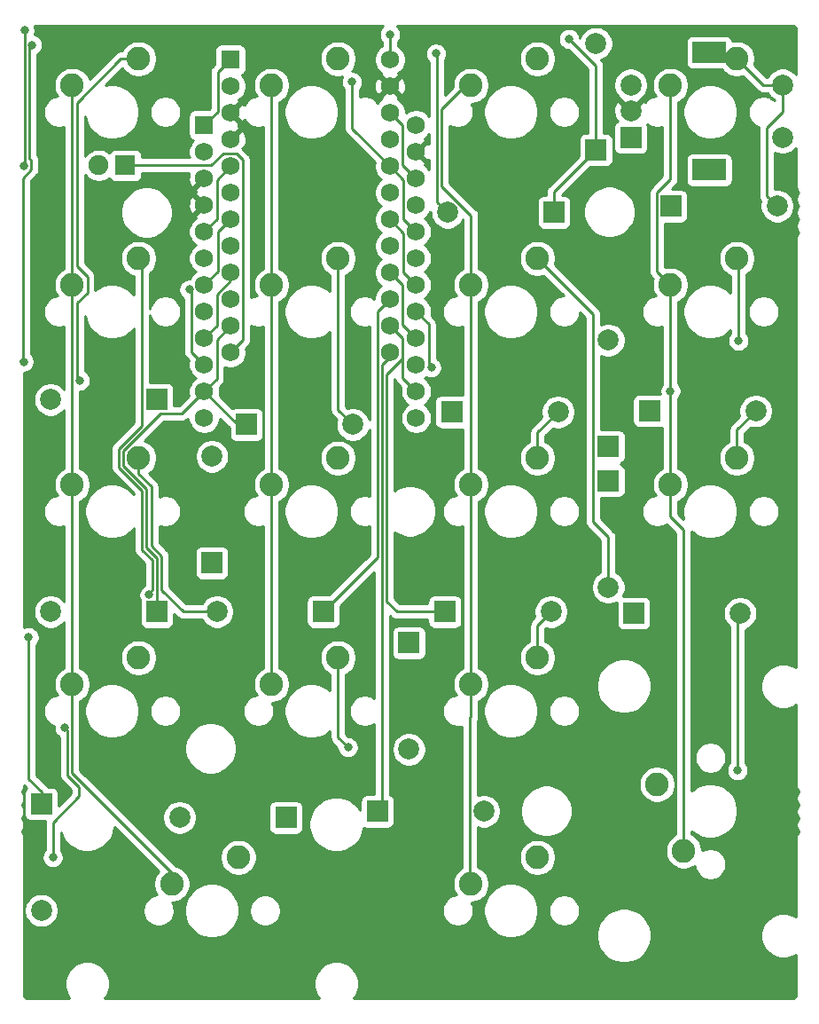
<source format=gbr>
G04 #@! TF.GenerationSoftware,KiCad,Pcbnew,(5.1.7)-1*
G04 #@! TF.CreationDate,2020-12-28T20:24:07-08:00*
G04 #@! TF.ProjectId,dropout,64726f70-6f75-4742-9e6b-696361645f70,rev?*
G04 #@! TF.SameCoordinates,Original*
G04 #@! TF.FileFunction,Copper,L1,Top*
G04 #@! TF.FilePolarity,Positive*
%FSLAX46Y46*%
G04 Gerber Fmt 4.6, Leading zero omitted, Abs format (unit mm)*
G04 Created by KiCad (PCBNEW (5.1.7)-1) date 2020-12-28 20:24:07*
%MOMM*%
%LPD*%
G01*
G04 APERTURE LIST*
G04 #@! TA.AperFunction,ComponentPad*
%ADD10C,1.998980*%
G04 #@! TD*
G04 #@! TA.AperFunction,ComponentPad*
%ADD11R,1.998980X1.998980*%
G04 #@! TD*
G04 #@! TA.AperFunction,ComponentPad*
%ADD12C,2.250000*%
G04 #@! TD*
G04 #@! TA.AperFunction,ComponentPad*
%ADD13C,1.752600*%
G04 #@! TD*
G04 #@! TA.AperFunction,ComponentPad*
%ADD14R,1.752600X1.752600*%
G04 #@! TD*
G04 #@! TA.AperFunction,ComponentPad*
%ADD15R,1.905000X1.905000*%
G04 #@! TD*
G04 #@! TA.AperFunction,ComponentPad*
%ADD16C,1.905000*%
G04 #@! TD*
G04 #@! TA.AperFunction,ComponentPad*
%ADD17C,2.000000*%
G04 #@! TD*
G04 #@! TA.AperFunction,ComponentPad*
%ADD18R,3.200000X2.000000*%
G04 #@! TD*
G04 #@! TA.AperFunction,ComponentPad*
%ADD19R,2.000000X2.000000*%
G04 #@! TD*
G04 #@! TA.AperFunction,ViaPad*
%ADD20C,0.800000*%
G04 #@! TD*
G04 #@! TA.AperFunction,Conductor*
%ADD21C,0.250000*%
G04 #@! TD*
G04 #@! TA.AperFunction,Conductor*
%ADD22C,0.254000*%
G04 #@! TD*
G04 #@! TA.AperFunction,Conductor*
%ADD23C,0.100000*%
G04 #@! TD*
G04 APERTURE END LIST*
D10*
X206660000Y-107302540D03*
D11*
X196500000Y-107302540D03*
D10*
X208160000Y-88002540D03*
D11*
X198000000Y-88002540D03*
D10*
X194074578Y-81246324D03*
D11*
X194074578Y-91406324D03*
D10*
X210185168Y-68463535D03*
D11*
X200025168Y-68463535D03*
D10*
X182165778Y-126206356D03*
D11*
X172005778Y-126206356D03*
D10*
X188602343Y-107158880D03*
D11*
X178442343Y-107158880D03*
D10*
X189260000Y-88102540D03*
D11*
X179100000Y-88102540D03*
D10*
X194069498Y-104814767D03*
D11*
X194069498Y-94654767D03*
D10*
X192881412Y-52943178D03*
D11*
X192881412Y-63103178D03*
D10*
X175019482Y-120292905D03*
D11*
X175019482Y-110132905D03*
D10*
X156202540Y-92340000D03*
D11*
X156202540Y-102500000D03*
D10*
X169660000Y-89299490D03*
D11*
X159500000Y-89299490D03*
D10*
X178705778Y-69053768D03*
D11*
X188865778Y-69053768D03*
D10*
X153107319Y-126799129D03*
D11*
X163267319Y-126799129D03*
D10*
X139897460Y-135660000D03*
D11*
X139897460Y-125500000D03*
D10*
X156679197Y-107153800D03*
D11*
X166839197Y-107153800D03*
D10*
X140777624Y-107153800D03*
D11*
X150937624Y-107153800D03*
D10*
X140777624Y-86913158D03*
D11*
X150937624Y-86913158D03*
D12*
X149200800Y-73454779D03*
X142850800Y-75994779D03*
X198730800Y-123619779D03*
X201270800Y-129969779D03*
X158725800Y-130604779D03*
X152375800Y-133144779D03*
D13*
X155460000Y-88670000D03*
X155460000Y-68350000D03*
X175700000Y-81050000D03*
X175700000Y-86130000D03*
X175700000Y-83590000D03*
X175700000Y-60730000D03*
X155460000Y-78510000D03*
X175700000Y-70890000D03*
X155460000Y-86130000D03*
X155460000Y-65810000D03*
X155460000Y-83590000D03*
X175700000Y-75970000D03*
X175700000Y-73430000D03*
X175700000Y-68350000D03*
D14*
X155460000Y-60730000D03*
D13*
X155460000Y-63270000D03*
X155460000Y-70890000D03*
X175700000Y-78510000D03*
X155460000Y-73430000D03*
X155460000Y-81050000D03*
X175700000Y-65810000D03*
X175700000Y-63270000D03*
X175700000Y-88670000D03*
X155460000Y-75970000D03*
D14*
X157960000Y-54480000D03*
D13*
X157960000Y-57020000D03*
X157960000Y-67180000D03*
X157960000Y-64640000D03*
X157960000Y-69720000D03*
X157960000Y-77340000D03*
X157960000Y-79880000D03*
X173200000Y-82420000D03*
X173200000Y-79880000D03*
X157960000Y-74800000D03*
X173200000Y-77340000D03*
X157960000Y-59560000D03*
X157960000Y-62100000D03*
X157960000Y-72260000D03*
X173200000Y-59560000D03*
X173200000Y-72260000D03*
X173200000Y-57020000D03*
X173200000Y-62100000D03*
X173200000Y-69720000D03*
X173200000Y-54480000D03*
X157960000Y-82420000D03*
X173200000Y-67180000D03*
X173200000Y-64640000D03*
X173200000Y-74800000D03*
D12*
X168250800Y-92504779D03*
X161900800Y-95044779D03*
D15*
X147930800Y-64564779D03*
D16*
X145390800Y-64564779D03*
D12*
X142850800Y-56944779D03*
X149200800Y-54404779D03*
X187300800Y-92504779D03*
X180950800Y-95044779D03*
X168250600Y-73454780D03*
X161900600Y-75994780D03*
X187300800Y-54404779D03*
X180950800Y-56944779D03*
X187300800Y-73454779D03*
X180950800Y-75994779D03*
X206350800Y-73454779D03*
X200000800Y-75994779D03*
X206350600Y-54404779D03*
X200000600Y-56944779D03*
D17*
X210700000Y-56900000D03*
X210700000Y-61900000D03*
D18*
X203700000Y-53800000D03*
X203700000Y-65000000D03*
D17*
X196200000Y-56900000D03*
X196200000Y-59400000D03*
D19*
X196200000Y-61900000D03*
D12*
X206350800Y-92504779D03*
X200000800Y-95044779D03*
X187300800Y-130604779D03*
X180950800Y-133144779D03*
X168250800Y-54404779D03*
X161900800Y-56944779D03*
X149200800Y-92504779D03*
X142850800Y-95044779D03*
X149200808Y-111554755D03*
X142850808Y-114094755D03*
X168250800Y-111554779D03*
X161900800Y-114094779D03*
X187300840Y-111554755D03*
X180950840Y-114094755D03*
D20*
X143575800Y-85100000D03*
X190300000Y-52500000D03*
X169590799Y-56609201D03*
X139025000Y-53074991D03*
X138222957Y-83300000D03*
X150212624Y-105554308D03*
X141000000Y-130600000D03*
X142125808Y-118200000D03*
X138700000Y-109600000D03*
X177600000Y-53900000D03*
X169200000Y-120100000D03*
X206500000Y-81300000D03*
X206400000Y-122300000D03*
X154052381Y-76415056D03*
X177150112Y-83866839D03*
X200000800Y-86100800D03*
X176400000Y-58100000D03*
X173200000Y-52075001D03*
X138300000Y-51700000D03*
X138222956Y-64600000D03*
D21*
X149200800Y-54404779D02*
X147495221Y-54404779D01*
X147495221Y-54404779D02*
X143300810Y-58599190D01*
X143300810Y-58599190D02*
X143300810Y-63729081D01*
X143300810Y-63729081D02*
X143300810Y-74200810D01*
X144300801Y-76699199D02*
X143300810Y-77699190D01*
X144300801Y-75200801D02*
X144300801Y-76699199D01*
X143300810Y-74200810D02*
X144300801Y-75200801D01*
X143300810Y-84825010D02*
X143575800Y-85100000D01*
X143300810Y-77699190D02*
X143300810Y-84825010D01*
X174498699Y-69688699D02*
X175700000Y-70890000D01*
X174498699Y-65938699D02*
X174498699Y-69688699D01*
X173200000Y-64640000D02*
X174498699Y-65938699D01*
X169590799Y-61030799D02*
X173200000Y-64640000D01*
X188865778Y-67118812D02*
X192881412Y-63103178D01*
X188865778Y-69053768D02*
X188865778Y-67118812D01*
X192881412Y-55081412D02*
X192881412Y-63103178D01*
X190300000Y-52500000D02*
X192881412Y-55081412D01*
X169590799Y-56609201D02*
X169590799Y-61030799D01*
X138750010Y-53349981D02*
X139025000Y-53074991D01*
X138750010Y-63900000D02*
X138750010Y-53349981D01*
X138947957Y-64948001D02*
X138947957Y-64097947D01*
X138125001Y-65770957D02*
X138947957Y-64948001D01*
X138125001Y-82970930D02*
X138125001Y-65770957D01*
X137947966Y-83147965D02*
X138125001Y-82970930D01*
X138947957Y-64097947D02*
X138750010Y-63900000D01*
X138100000Y-83300000D02*
X137947966Y-83147965D01*
X138222957Y-83300000D02*
X138100000Y-83300000D01*
X150212624Y-105387376D02*
X150487614Y-105112386D01*
X150212624Y-105554308D02*
X150212624Y-105387376D01*
X150487614Y-105112386D02*
X150487614Y-102235037D01*
X150487614Y-102235037D02*
X149500000Y-101247423D01*
X149500000Y-100600000D02*
X149503959Y-100596041D01*
X149500000Y-101247423D02*
X149500000Y-100600000D01*
X149503959Y-100596041D02*
X149503959Y-95590350D01*
X149503959Y-95590350D02*
X147300789Y-93387180D01*
X147300789Y-93387180D02*
X147300790Y-91622377D01*
X147300790Y-91622377D02*
X149500000Y-89423167D01*
X149500000Y-73753979D02*
X149200800Y-73454779D01*
X149500000Y-89423167D02*
X149500000Y-73753979D01*
X156661301Y-84928699D02*
X155460000Y-86130000D01*
X156661301Y-81178699D02*
X156661301Y-84928699D01*
X157960000Y-79880000D02*
X156661301Y-81178699D01*
X150937624Y-107153800D02*
X150540799Y-106756975D01*
X151321928Y-88237649D02*
X153352351Y-88237649D01*
X147750799Y-91808778D02*
X151321928Y-88237649D01*
X147750799Y-93200780D02*
X147750799Y-91808778D01*
X153352351Y-88237649D02*
X155460000Y-86130000D01*
X149953969Y-95403950D02*
X147750799Y-93200780D01*
X149953969Y-101064982D02*
X149953969Y-95403950D01*
X150937624Y-102048637D02*
X149953969Y-101064982D01*
X150937624Y-107153800D02*
X150937624Y-102048637D01*
X158629490Y-89299490D02*
X159500000Y-89299490D01*
X155460000Y-86130000D02*
X158629490Y-89299490D01*
X149200800Y-92504779D02*
X149200800Y-94014371D01*
X150403979Y-95217550D02*
X150403979Y-95803979D01*
X149200800Y-94014371D02*
X150403979Y-95217550D01*
X150403979Y-95803979D02*
X150403979Y-100878582D01*
X150403979Y-100878582D02*
X151387634Y-101862237D01*
X151387634Y-103887634D02*
X151387634Y-105087634D01*
X151387634Y-101862237D02*
X151387634Y-103887634D01*
X153453800Y-107153800D02*
X156679197Y-107153800D01*
X151387634Y-105087634D02*
X153453800Y-107153800D01*
X171990801Y-78549199D02*
X173200000Y-77340000D01*
X171990801Y-102002196D02*
X171990801Y-78549199D01*
X166839197Y-107153800D02*
X171990801Y-102002196D01*
X143500000Y-124777355D02*
X143500000Y-123854665D01*
X141000000Y-127277355D02*
X143500000Y-124777355D01*
X141000000Y-130600000D02*
X141000000Y-127277355D01*
X143500000Y-123854665D02*
X142400000Y-122754665D01*
X142400000Y-118474192D02*
X142125808Y-118200000D01*
X142400000Y-122754665D02*
X142400000Y-118474192D01*
X174401301Y-84831301D02*
X175700000Y-86130000D01*
X173200000Y-79880000D02*
X174401301Y-81081301D01*
X139897460Y-125500000D02*
X139897460Y-124297460D01*
X139897460Y-124297460D02*
X138700000Y-123100000D01*
X138700000Y-123100000D02*
X138700000Y-109600000D01*
X178442343Y-107158880D02*
X178258880Y-107158880D01*
X174401301Y-82996625D02*
X172890821Y-84507105D01*
X174401301Y-82801301D02*
X174401301Y-82996625D01*
X174401301Y-81081301D02*
X174401301Y-82801301D01*
X174401301Y-82801301D02*
X174401301Y-84831301D01*
X172890821Y-84507105D02*
X172890821Y-106190821D01*
X173858880Y-107158880D02*
X178442343Y-107158880D01*
X172890821Y-106190821D02*
X173858880Y-107158880D01*
X173200000Y-82800000D02*
X172440811Y-83559189D01*
X173200000Y-82420000D02*
X173200000Y-82800000D01*
X172440811Y-125771323D02*
X172005778Y-126206356D01*
X172440811Y-83559189D02*
X172440811Y-125771323D01*
X177706289Y-54006289D02*
X177600000Y-53900000D01*
X177706289Y-68054279D02*
X177706289Y-54006289D01*
X178705778Y-69053768D02*
X177706289Y-68054279D01*
X168250600Y-87890090D02*
X168250600Y-73454780D01*
X169660000Y-89299490D02*
X168250600Y-87890090D01*
X168250800Y-119150800D02*
X168250800Y-111554779D01*
X169200000Y-120100000D02*
X168250800Y-119150800D01*
X194069498Y-100037475D02*
X192600000Y-98567977D01*
X194069498Y-104814767D02*
X194069498Y-100037475D01*
X192600000Y-78753979D02*
X187300800Y-73454779D01*
X192600000Y-98567977D02*
X192600000Y-78753979D01*
X187300800Y-90061740D02*
X189260000Y-88102540D01*
X187300800Y-92504779D02*
X187300800Y-90061740D01*
X187300840Y-108460383D02*
X188602343Y-107158880D01*
X187300840Y-111554755D02*
X187300840Y-108460383D01*
X210700000Y-59451381D02*
X210700000Y-56900000D01*
X209185679Y-60965702D02*
X210700000Y-59451381D01*
X209185679Y-67464046D02*
X209185679Y-60965702D01*
X210185168Y-68463535D02*
X209185679Y-67464046D01*
X208845821Y-56900000D02*
X206350600Y-54404779D01*
X210700000Y-56900000D02*
X208845821Y-56900000D01*
X206500000Y-73603979D02*
X206350800Y-73454779D01*
X206500000Y-81300000D02*
X206500000Y-73603979D01*
X206350800Y-89811740D02*
X208160000Y-88002540D01*
X206350800Y-92504779D02*
X206350800Y-89811740D01*
X206400000Y-107562540D02*
X206660000Y-107302540D01*
X206400000Y-122300000D02*
X206400000Y-107562540D01*
X142850800Y-63915481D02*
X142850800Y-75994779D01*
X142850800Y-56944779D02*
X142850800Y-63915481D01*
X142850800Y-75994779D02*
X142850800Y-95044779D01*
X142850800Y-114094747D02*
X142850808Y-114094755D01*
X142850800Y-95044779D02*
X142850800Y-114094747D01*
X152375800Y-132094055D02*
X152375800Y-133144779D01*
X142850808Y-122569063D02*
X152375800Y-132094055D01*
X142850808Y-114094755D02*
X142850808Y-122569063D01*
X154258699Y-82388699D02*
X154258699Y-76558699D01*
X155460000Y-83590000D02*
X154258699Y-82388699D01*
X154115056Y-76415056D02*
X154052381Y-76415056D01*
X154258699Y-76558699D02*
X154115056Y-76415056D01*
X174401301Y-79751301D02*
X175700000Y-81050000D01*
X174401301Y-76001301D02*
X174401301Y-79751301D01*
X173200000Y-74800000D02*
X174401301Y-76001301D01*
X180950800Y-75994779D02*
X180950800Y-95044779D01*
X180950800Y-114094715D02*
X180950840Y-114094755D01*
X180950800Y-95044779D02*
X180950800Y-114094715D01*
X180950840Y-117140757D02*
X180950840Y-114094755D01*
X180841287Y-117250310D02*
X180950840Y-117140757D01*
X180841287Y-133035266D02*
X180841287Y-117250310D01*
X180950800Y-133144779D02*
X180841287Y-133035266D01*
X180444798Y-56944779D02*
X180950800Y-56944779D01*
X178156299Y-59233278D02*
X180444798Y-56944779D01*
X180950800Y-69338542D02*
X178156299Y-66544041D01*
X178156299Y-66544041D02*
X178156299Y-59233278D01*
X180950800Y-75994779D02*
X180950800Y-69338542D01*
X156661301Y-79848699D02*
X155460000Y-81050000D01*
X156661301Y-76860773D02*
X156661301Y-79848699D01*
X157960000Y-75562074D02*
X156661301Y-76860773D01*
X157960000Y-74800000D02*
X157960000Y-75562074D01*
X161900800Y-114094779D02*
X161900800Y-95044779D01*
X161900800Y-75994980D02*
X161900600Y-75994780D01*
X161900800Y-95044779D02*
X161900800Y-75994980D01*
X161900600Y-56944979D02*
X161900800Y-56944779D01*
X161900600Y-75994780D02*
X161900600Y-56944979D01*
X198700677Y-74694656D02*
X200000800Y-75994779D01*
X200000600Y-65904121D02*
X198700677Y-67204044D01*
X198700677Y-67204044D02*
X198700677Y-74694656D01*
X200000600Y-56944779D02*
X200000600Y-65904121D01*
X201270800Y-99360781D02*
X201270800Y-129969779D01*
X200000800Y-98090781D02*
X201270800Y-99360781D01*
X200000800Y-95044779D02*
X200000800Y-98090781D01*
X176901301Y-83618028D02*
X177150112Y-83866839D01*
X176901301Y-79711301D02*
X176901301Y-83618028D01*
X175700000Y-78510000D02*
X176901301Y-79711301D01*
X200000800Y-86100800D02*
X200000800Y-75994779D01*
X200000800Y-95044779D02*
X200000800Y-86100800D01*
X159161301Y-81218699D02*
X157960000Y-82420000D01*
X158536625Y-63438699D02*
X159161301Y-64063375D01*
X159161301Y-64063375D02*
X159161301Y-81218699D01*
X157261301Y-63438699D02*
X158536625Y-63438699D01*
X156135221Y-64564779D02*
X157261301Y-63438699D01*
X147930800Y-64564779D02*
X156135221Y-64564779D01*
X174498699Y-74768699D02*
X175700000Y-75970000D01*
X174498699Y-71018699D02*
X174498699Y-74768699D01*
X173200000Y-69720000D02*
X174498699Y-71018699D01*
X173200000Y-54480000D02*
X173200000Y-52075001D01*
X138300000Y-64522956D02*
X138222956Y-64600000D01*
X138300000Y-51700000D02*
X138300000Y-64522956D01*
X156758699Y-74671301D02*
X155460000Y-75970000D01*
X156758699Y-70921301D02*
X156758699Y-74671301D01*
X157960000Y-69720000D02*
X156758699Y-70921301D01*
X156758699Y-59431301D02*
X155460000Y-60730000D01*
X156758699Y-55681301D02*
X156758699Y-59431301D01*
X157960000Y-54480000D02*
X156758699Y-55681301D01*
X156661301Y-69688699D02*
X155460000Y-70890000D01*
X156661301Y-65938699D02*
X156661301Y-69688699D01*
X157960000Y-64640000D02*
X156661301Y-65938699D01*
X174401301Y-64511301D02*
X175700000Y-65810000D01*
X174401301Y-60761301D02*
X174401301Y-64511301D01*
X173200000Y-59560000D02*
X174401301Y-60761301D01*
D22*
X172540226Y-51271064D02*
X172396063Y-51415227D01*
X172282795Y-51584745D01*
X172204774Y-51773103D01*
X172165000Y-51973062D01*
X172165000Y-52176940D01*
X172204774Y-52376899D01*
X172282795Y-52565257D01*
X172396063Y-52734775D01*
X172440001Y-52778713D01*
X172440001Y-53170190D01*
X172236602Y-53306096D01*
X172026096Y-53516602D01*
X171860703Y-53764131D01*
X171746778Y-54039170D01*
X171688700Y-54331150D01*
X171688700Y-54628850D01*
X171746778Y-54920830D01*
X171860703Y-55195869D01*
X172026096Y-55443398D01*
X172236602Y-55653904D01*
X172399809Y-55762955D01*
X172332437Y-55972831D01*
X173200000Y-56840395D01*
X174067563Y-55972831D01*
X174000191Y-55762955D01*
X174163398Y-55653904D01*
X174373904Y-55443398D01*
X174539297Y-55195869D01*
X174653222Y-54920830D01*
X174711300Y-54628850D01*
X174711300Y-54331150D01*
X174653222Y-54039170D01*
X174539297Y-53764131D01*
X174373904Y-53516602D01*
X174163398Y-53306096D01*
X173960000Y-53170190D01*
X173960000Y-52778712D01*
X174003937Y-52734775D01*
X174117205Y-52565257D01*
X174195226Y-52376899D01*
X174235000Y-52176940D01*
X174235000Y-51973062D01*
X174195226Y-51773103D01*
X174117205Y-51584745D01*
X174003937Y-51415227D01*
X173859774Y-51271064D01*
X173848626Y-51263615D01*
X211663035Y-51263615D01*
X211753422Y-51272478D01*
X211806971Y-51288645D01*
X211856354Y-51314903D01*
X211899702Y-51350256D01*
X211935357Y-51393355D01*
X211961958Y-51442552D01*
X211978499Y-51495990D01*
X211987780Y-51584286D01*
X211990875Y-55889009D01*
X211969987Y-55857748D01*
X211742252Y-55630013D01*
X211474463Y-55451082D01*
X211176912Y-55327832D01*
X210861033Y-55265000D01*
X210538967Y-55265000D01*
X210223088Y-55327832D01*
X209925537Y-55451082D01*
X209657748Y-55630013D01*
X209430013Y-55857748D01*
X209251082Y-56125537D01*
X209245091Y-56140000D01*
X209160624Y-56140000D01*
X208012448Y-54991825D01*
X208042964Y-54918152D01*
X208110600Y-54578124D01*
X208110600Y-54231434D01*
X208042964Y-53891406D01*
X207910292Y-53571106D01*
X207717681Y-53282844D01*
X207472535Y-53037698D01*
X207184273Y-52845087D01*
X206863973Y-52712415D01*
X206523945Y-52644779D01*
X206177255Y-52644779D01*
X205927674Y-52694424D01*
X205925812Y-52675518D01*
X205889502Y-52555820D01*
X205830537Y-52445506D01*
X205751185Y-52348815D01*
X205654494Y-52269463D01*
X205544180Y-52210498D01*
X205424482Y-52174188D01*
X205300000Y-52161928D01*
X202100000Y-52161928D01*
X201975518Y-52174188D01*
X201855820Y-52210498D01*
X201745506Y-52269463D01*
X201648815Y-52348815D01*
X201569463Y-52445506D01*
X201510498Y-52555820D01*
X201474188Y-52675518D01*
X201461928Y-52800000D01*
X201461928Y-54800000D01*
X201474188Y-54924482D01*
X201510498Y-55044180D01*
X201569463Y-55154494D01*
X201648815Y-55251185D01*
X201745506Y-55330537D01*
X201855820Y-55389502D01*
X201975518Y-55425812D01*
X202100000Y-55438072D01*
X204924290Y-55438072D01*
X204983519Y-55526714D01*
X205228665Y-55771860D01*
X205516927Y-55964471D01*
X205837227Y-56097143D01*
X206177255Y-56164779D01*
X206523945Y-56164779D01*
X206863973Y-56097143D01*
X206937646Y-56066627D01*
X208282026Y-57411008D01*
X208305820Y-57440001D01*
X208334813Y-57463795D01*
X208334817Y-57463799D01*
X208389625Y-57508778D01*
X208421545Y-57534974D01*
X208553574Y-57605546D01*
X208696835Y-57649003D01*
X208808488Y-57660000D01*
X208808497Y-57660000D01*
X208845820Y-57663676D01*
X208883143Y-57660000D01*
X209245091Y-57660000D01*
X209251082Y-57674463D01*
X209430013Y-57942252D01*
X209657748Y-58169987D01*
X209925537Y-58348918D01*
X209940000Y-58354909D01*
X209940000Y-58398717D01*
X209853169Y-58311886D01*
X209605853Y-58146635D01*
X209331051Y-58032808D01*
X209039322Y-57974779D01*
X208741878Y-57974779D01*
X208450149Y-58032808D01*
X208175347Y-58146635D01*
X207928031Y-58311886D01*
X207717707Y-58522210D01*
X207552456Y-58769526D01*
X207438629Y-59044328D01*
X207380600Y-59336057D01*
X207380600Y-59633501D01*
X207438629Y-59925230D01*
X207552456Y-60200032D01*
X207717707Y-60447348D01*
X207928031Y-60657672D01*
X208175347Y-60822923D01*
X208425846Y-60926683D01*
X208422003Y-60965702D01*
X208425680Y-61003034D01*
X208425679Y-67426723D01*
X208422003Y-67464046D01*
X208425679Y-67501368D01*
X208425679Y-67501378D01*
X208436676Y-67613031D01*
X208462992Y-67699784D01*
X208480133Y-67756292D01*
X208550705Y-67888322D01*
X208584742Y-67929796D01*
X208619531Y-67972187D01*
X208613490Y-67986772D01*
X208550678Y-68302552D01*
X208550678Y-68624518D01*
X208613490Y-68940298D01*
X208736701Y-69237757D01*
X208915576Y-69505462D01*
X209143241Y-69733127D01*
X209410946Y-69912002D01*
X209708405Y-70035213D01*
X210024185Y-70098025D01*
X210346151Y-70098025D01*
X210661931Y-70035213D01*
X210959390Y-69912002D01*
X211227095Y-69733127D01*
X211454760Y-69505462D01*
X211633635Y-69237757D01*
X211756846Y-68940298D01*
X211819658Y-68624518D01*
X211819658Y-68302552D01*
X211756846Y-67986772D01*
X211633635Y-67689313D01*
X211454760Y-67421608D01*
X211227095Y-67193943D01*
X210959390Y-67015068D01*
X210661931Y-66891857D01*
X210346151Y-66829045D01*
X210024185Y-66829045D01*
X209945679Y-66844661D01*
X209945679Y-63357261D01*
X210223088Y-63472168D01*
X210538967Y-63535000D01*
X210861033Y-63535000D01*
X211176912Y-63472168D01*
X211474463Y-63348918D01*
X211742252Y-63169987D01*
X211969987Y-62942252D01*
X211995918Y-62903443D01*
X211998435Y-66402869D01*
X211993300Y-66428682D01*
X211993300Y-66631318D01*
X212032833Y-66830061D01*
X212110378Y-67017272D01*
X212209087Y-67165000D01*
X212110378Y-67312728D01*
X212032833Y-67499939D01*
X211993300Y-67698682D01*
X211993300Y-67901318D01*
X212032833Y-68100061D01*
X212110378Y-68287272D01*
X212209087Y-68435000D01*
X212110378Y-68582728D01*
X212032833Y-68769939D01*
X211993300Y-68968682D01*
X211993300Y-69171318D01*
X212032833Y-69370061D01*
X212110378Y-69557272D01*
X212209087Y-69705000D01*
X212110378Y-69852728D01*
X212032833Y-70039939D01*
X211993300Y-70238682D01*
X211993300Y-70441318D01*
X212032833Y-70640061D01*
X212110378Y-70827272D01*
X212209087Y-70975000D01*
X212157755Y-71051823D01*
X212115232Y-71103638D01*
X212049304Y-71226981D01*
X212008705Y-71360817D01*
X211998432Y-71465124D01*
X211998432Y-71482882D01*
X211993300Y-71508682D01*
X211993300Y-71711318D01*
X211998432Y-71737118D01*
X211998433Y-112460496D01*
X211818470Y-112340248D01*
X211425557Y-112177499D01*
X211008443Y-112094529D01*
X210583157Y-112094529D01*
X210166043Y-112177499D01*
X209773130Y-112340248D01*
X209419518Y-112576525D01*
X209118796Y-112877247D01*
X208882519Y-113230859D01*
X208719770Y-113623772D01*
X208636800Y-114040886D01*
X208636800Y-114466172D01*
X208719770Y-114883286D01*
X208882519Y-115276199D01*
X209118796Y-115629811D01*
X209419518Y-115930533D01*
X209773130Y-116166810D01*
X210166043Y-116329559D01*
X210583157Y-116412529D01*
X211008443Y-116412529D01*
X211425557Y-116329559D01*
X211818470Y-116166810D01*
X211998433Y-116046562D01*
X211998433Y-123734877D01*
X212008706Y-123839184D01*
X212032184Y-123916580D01*
X212040833Y-123960061D01*
X212118378Y-124147272D01*
X212217087Y-124295000D01*
X212118378Y-124442728D01*
X212040833Y-124629939D01*
X212001300Y-124828682D01*
X212001300Y-125031318D01*
X212040833Y-125230061D01*
X212118378Y-125417272D01*
X212217087Y-125565000D01*
X212118378Y-125712728D01*
X212040833Y-125899939D01*
X212001300Y-126098682D01*
X212001300Y-126301318D01*
X212040833Y-126500061D01*
X212118378Y-126687272D01*
X212217087Y-126835000D01*
X212118378Y-126982728D01*
X212040833Y-127169939D01*
X212001300Y-127368682D01*
X212001300Y-127571318D01*
X212040833Y-127770061D01*
X212118378Y-127957272D01*
X212217087Y-128105000D01*
X212118378Y-128252728D01*
X212040833Y-128439939D01*
X212032170Y-128483489D01*
X212008804Y-128560320D01*
X211998457Y-128664620D01*
X211993064Y-136269409D01*
X211818470Y-136152748D01*
X211425557Y-135989999D01*
X211008443Y-135907029D01*
X210583157Y-135907029D01*
X210166043Y-135989999D01*
X209773130Y-136152748D01*
X209419518Y-136389025D01*
X209118796Y-136689747D01*
X208882519Y-137043359D01*
X208719770Y-137436272D01*
X208636800Y-137853386D01*
X208636800Y-138278672D01*
X208719770Y-138695786D01*
X208882519Y-139088699D01*
X209118796Y-139442311D01*
X209419518Y-139743033D01*
X209773130Y-139979310D01*
X210166043Y-140142059D01*
X210583157Y-140225029D01*
X211008443Y-140225029D01*
X211425557Y-140142059D01*
X211818470Y-139979310D01*
X211990515Y-139864353D01*
X211987782Y-143718800D01*
X211978895Y-143809440D01*
X211962727Y-143862990D01*
X211936469Y-143912373D01*
X211901114Y-143955723D01*
X211858018Y-143991375D01*
X211808820Y-144017977D01*
X211755382Y-144034518D01*
X211667302Y-144043776D01*
X169770581Y-144043776D01*
X170005331Y-143692449D01*
X170168080Y-143299536D01*
X170251050Y-142882422D01*
X170251050Y-142457136D01*
X170168080Y-142040022D01*
X170005331Y-141647109D01*
X169769054Y-141293497D01*
X169468332Y-140992775D01*
X169114720Y-140756498D01*
X168721807Y-140593749D01*
X168304693Y-140510779D01*
X167879407Y-140510779D01*
X167462293Y-140593749D01*
X167069380Y-140756498D01*
X166715768Y-140992775D01*
X166415046Y-141293497D01*
X166178769Y-141647109D01*
X166016020Y-142040022D01*
X165933050Y-142457136D01*
X165933050Y-142882422D01*
X166016020Y-143299536D01*
X166178769Y-143692449D01*
X166413519Y-144043776D01*
X145958081Y-144043776D01*
X146192831Y-143692449D01*
X146355580Y-143299536D01*
X146438550Y-142882422D01*
X146438550Y-142457136D01*
X146355580Y-142040022D01*
X146192831Y-141647109D01*
X145956554Y-141293497D01*
X145655832Y-140992775D01*
X145302220Y-140756498D01*
X144909307Y-140593749D01*
X144492193Y-140510779D01*
X144066907Y-140510779D01*
X143649793Y-140593749D01*
X143256880Y-140756498D01*
X142903268Y-140992775D01*
X142602546Y-141293497D01*
X142366269Y-141647109D01*
X142203520Y-142040022D01*
X142120550Y-142457136D01*
X142120550Y-142882422D01*
X142203520Y-143299536D01*
X142366269Y-143692449D01*
X142601019Y-144043776D01*
X138582678Y-144043776D01*
X138492293Y-144034914D01*
X138438743Y-144018746D01*
X138389360Y-143992488D01*
X138346010Y-143957133D01*
X138310358Y-143914037D01*
X138283756Y-143864839D01*
X138267215Y-143811401D01*
X138257957Y-143723321D01*
X138257957Y-135499017D01*
X138262970Y-135499017D01*
X138262970Y-135820983D01*
X138325782Y-136136763D01*
X138448993Y-136434222D01*
X138627868Y-136701927D01*
X138855533Y-136929592D01*
X139123238Y-137108467D01*
X139420697Y-137231678D01*
X139736477Y-137294490D01*
X140058443Y-137294490D01*
X140374223Y-137231678D01*
X140671682Y-137108467D01*
X140939387Y-136929592D01*
X141167052Y-136701927D01*
X141345927Y-136434222D01*
X141469138Y-136136763D01*
X141531950Y-135820983D01*
X141531950Y-135499017D01*
X141469138Y-135183237D01*
X141345927Y-134885778D01*
X141167052Y-134618073D01*
X140939387Y-134390408D01*
X140671682Y-134211533D01*
X140374223Y-134088322D01*
X140058443Y-134025510D01*
X139736477Y-134025510D01*
X139420697Y-134088322D01*
X139123238Y-134211533D01*
X138855533Y-134390408D01*
X138627868Y-134618073D01*
X138448993Y-134885778D01*
X138325782Y-135183237D01*
X138262970Y-135499017D01*
X138257957Y-135499017D01*
X138257957Y-128911123D01*
X138252942Y-128860208D01*
X138256700Y-128841318D01*
X138256700Y-128638682D01*
X138217167Y-128439939D01*
X138139622Y-128252728D01*
X138040913Y-128105000D01*
X138139622Y-127957272D01*
X138217167Y-127770061D01*
X138256700Y-127571318D01*
X138256700Y-127368682D01*
X138217167Y-127169939D01*
X138139622Y-126982728D01*
X138040913Y-126835000D01*
X138139622Y-126687272D01*
X138217167Y-126500061D01*
X138256700Y-126301318D01*
X138256700Y-126098682D01*
X138217167Y-125899939D01*
X138139622Y-125712728D01*
X138040913Y-125565000D01*
X138139622Y-125417272D01*
X138217167Y-125230061D01*
X138256700Y-125031318D01*
X138256700Y-124828682D01*
X138217167Y-124629939D01*
X138139622Y-124442728D01*
X138040913Y-124295000D01*
X138139622Y-124147272D01*
X138217167Y-123960061D01*
X138256700Y-123761318D01*
X138256700Y-123731501D01*
X138516945Y-123991746D01*
X138446785Y-124049325D01*
X138367433Y-124146016D01*
X138308468Y-124256330D01*
X138272158Y-124376028D01*
X138259898Y-124500510D01*
X138259898Y-126499490D01*
X138272158Y-126623972D01*
X138308468Y-126743670D01*
X138367433Y-126853984D01*
X138446785Y-126950675D01*
X138543476Y-127030027D01*
X138653790Y-127088992D01*
X138773488Y-127125302D01*
X138897970Y-127137562D01*
X140250093Y-127137562D01*
X140245010Y-127189167D01*
X140236324Y-127277355D01*
X140240001Y-127314687D01*
X140240000Y-129896289D01*
X140196063Y-129940226D01*
X140082795Y-130109744D01*
X140004774Y-130298102D01*
X139965000Y-130498061D01*
X139965000Y-130701939D01*
X140004774Y-130901898D01*
X140082795Y-131090256D01*
X140196063Y-131259774D01*
X140340226Y-131403937D01*
X140509744Y-131517205D01*
X140698102Y-131595226D01*
X140898061Y-131635000D01*
X141101939Y-131635000D01*
X141301898Y-131595226D01*
X141490256Y-131517205D01*
X141659774Y-131403937D01*
X141803937Y-131259774D01*
X141917205Y-131090256D01*
X141995226Y-130901898D01*
X142035000Y-130701939D01*
X142035000Y-130498061D01*
X141995226Y-130298102D01*
X141917205Y-130109744D01*
X141803937Y-129940226D01*
X141760000Y-129896289D01*
X141760000Y-128216694D01*
X141949849Y-128675030D01*
X142237550Y-129105605D01*
X142603724Y-129471779D01*
X143034299Y-129759480D01*
X143512728Y-129957652D01*
X144020626Y-130058679D01*
X144538474Y-130058679D01*
X145046372Y-129957652D01*
X145524801Y-129759480D01*
X145955376Y-129471779D01*
X146321550Y-129105605D01*
X146609251Y-128675030D01*
X146807423Y-128196601D01*
X146906326Y-127699382D01*
X151119253Y-131912310D01*
X151008719Y-132022844D01*
X150816108Y-132311106D01*
X150683436Y-132631406D01*
X150615800Y-132971434D01*
X150615800Y-133318124D01*
X150683436Y-133658152D01*
X150816108Y-133978452D01*
X150948438Y-134176498D01*
X150665349Y-134232808D01*
X150390547Y-134346635D01*
X150143231Y-134511886D01*
X149932907Y-134722210D01*
X149767656Y-134969526D01*
X149653829Y-135244328D01*
X149595800Y-135536057D01*
X149595800Y-135833501D01*
X149653829Y-136125230D01*
X149767656Y-136400032D01*
X149932907Y-136647348D01*
X150143231Y-136857672D01*
X150390547Y-137022923D01*
X150665349Y-137136750D01*
X150957078Y-137194779D01*
X151254522Y-137194779D01*
X151546251Y-137136750D01*
X151821053Y-137022923D01*
X152068369Y-136857672D01*
X152278693Y-136647348D01*
X152443944Y-136400032D01*
X152557771Y-136125230D01*
X152615800Y-135833501D01*
X152615800Y-135536057D01*
X152593880Y-135425855D01*
X153556900Y-135425855D01*
X153556900Y-135943703D01*
X153657927Y-136451601D01*
X153856099Y-136930030D01*
X154143800Y-137360605D01*
X154509974Y-137726779D01*
X154940549Y-138014480D01*
X155418978Y-138212652D01*
X155926876Y-138313679D01*
X156444724Y-138313679D01*
X156952622Y-138212652D01*
X157431051Y-138014480D01*
X157861626Y-137726779D01*
X158227800Y-137360605D01*
X158515501Y-136930030D01*
X158713673Y-136451601D01*
X158814700Y-135943703D01*
X158814700Y-135536057D01*
X159755800Y-135536057D01*
X159755800Y-135833501D01*
X159813829Y-136125230D01*
X159927656Y-136400032D01*
X160092907Y-136647348D01*
X160303231Y-136857672D01*
X160550547Y-137022923D01*
X160825349Y-137136750D01*
X161117078Y-137194779D01*
X161414522Y-137194779D01*
X161706251Y-137136750D01*
X161981053Y-137022923D01*
X162228369Y-136857672D01*
X162438693Y-136647348D01*
X162603944Y-136400032D01*
X162717771Y-136125230D01*
X162775800Y-135833501D01*
X162775800Y-135536057D01*
X162717771Y-135244328D01*
X162603944Y-134969526D01*
X162438693Y-134722210D01*
X162228369Y-134511886D01*
X161981053Y-134346635D01*
X161706251Y-134232808D01*
X161414522Y-134174779D01*
X161117078Y-134174779D01*
X160825349Y-134232808D01*
X160550547Y-134346635D01*
X160303231Y-134511886D01*
X160092907Y-134722210D01*
X159927656Y-134969526D01*
X159813829Y-135244328D01*
X159755800Y-135536057D01*
X158814700Y-135536057D01*
X158814700Y-135425855D01*
X158713673Y-134917957D01*
X158515501Y-134439528D01*
X158227800Y-134008953D01*
X157861626Y-133642779D01*
X157431051Y-133355078D01*
X156952622Y-133156906D01*
X156444724Y-133055879D01*
X155926876Y-133055879D01*
X155418978Y-133156906D01*
X154940549Y-133355078D01*
X154509974Y-133642779D01*
X154143800Y-134008953D01*
X153856099Y-134439528D01*
X153657927Y-134917957D01*
X153556900Y-135425855D01*
X152593880Y-135425855D01*
X152557771Y-135244328D01*
X152443944Y-134969526D01*
X152400682Y-134904779D01*
X152549145Y-134904779D01*
X152889173Y-134837143D01*
X153209473Y-134704471D01*
X153497735Y-134511860D01*
X153742881Y-134266714D01*
X153935492Y-133978452D01*
X154068164Y-133658152D01*
X154135800Y-133318124D01*
X154135800Y-132971434D01*
X154068164Y-132631406D01*
X153935492Y-132311106D01*
X153742881Y-132022844D01*
X153497735Y-131777698D01*
X153209473Y-131585087D01*
X152889173Y-131452415D01*
X152789045Y-131432498D01*
X151787981Y-130431434D01*
X156965800Y-130431434D01*
X156965800Y-130778124D01*
X157033436Y-131118152D01*
X157166108Y-131438452D01*
X157358719Y-131726714D01*
X157603865Y-131971860D01*
X157892127Y-132164471D01*
X158212427Y-132297143D01*
X158552455Y-132364779D01*
X158899145Y-132364779D01*
X159239173Y-132297143D01*
X159559473Y-132164471D01*
X159847735Y-131971860D01*
X160092881Y-131726714D01*
X160285492Y-131438452D01*
X160418164Y-131118152D01*
X160485800Y-130778124D01*
X160485800Y-130431434D01*
X160418164Y-130091406D01*
X160285492Y-129771106D01*
X160092881Y-129482844D01*
X159847735Y-129237698D01*
X159559473Y-129045087D01*
X159239173Y-128912415D01*
X158899145Y-128844779D01*
X158552455Y-128844779D01*
X158212427Y-128912415D01*
X157892127Y-129045087D01*
X157603865Y-129237698D01*
X157358719Y-129482844D01*
X157166108Y-129771106D01*
X157033436Y-130091406D01*
X156965800Y-130431434D01*
X151787981Y-130431434D01*
X147994693Y-126638146D01*
X151472829Y-126638146D01*
X151472829Y-126960112D01*
X151535641Y-127275892D01*
X151658852Y-127573351D01*
X151837727Y-127841056D01*
X152065392Y-128068721D01*
X152333097Y-128247596D01*
X152630556Y-128370807D01*
X152946336Y-128433619D01*
X153268302Y-128433619D01*
X153584082Y-128370807D01*
X153881541Y-128247596D01*
X154149246Y-128068721D01*
X154376911Y-127841056D01*
X154555786Y-127573351D01*
X154678997Y-127275892D01*
X154741809Y-126960112D01*
X154741809Y-126638146D01*
X154678997Y-126322366D01*
X154555786Y-126024907D01*
X154405267Y-125799639D01*
X161629757Y-125799639D01*
X161629757Y-127798619D01*
X161642017Y-127923101D01*
X161678327Y-128042799D01*
X161737292Y-128153113D01*
X161816644Y-128249804D01*
X161913335Y-128329156D01*
X162023649Y-128388121D01*
X162143347Y-128424431D01*
X162267829Y-128436691D01*
X164266809Y-128436691D01*
X164391291Y-128424431D01*
X164510989Y-128388121D01*
X164621303Y-128329156D01*
X164717994Y-128249804D01*
X164797346Y-128153113D01*
X164856311Y-128042799D01*
X164892621Y-127923101D01*
X164904881Y-127798619D01*
X164904881Y-125799639D01*
X164892621Y-125675157D01*
X164856311Y-125555459D01*
X164797346Y-125445145D01*
X164717994Y-125348454D01*
X164621303Y-125269102D01*
X164510989Y-125210137D01*
X164391291Y-125173827D01*
X164266809Y-125161567D01*
X162267829Y-125161567D01*
X162143347Y-125173827D01*
X162023649Y-125210137D01*
X161913335Y-125269102D01*
X161816644Y-125348454D01*
X161737292Y-125445145D01*
X161678327Y-125555459D01*
X161642017Y-125675157D01*
X161629757Y-125799639D01*
X154405267Y-125799639D01*
X154376911Y-125757202D01*
X154149246Y-125529537D01*
X153881541Y-125350662D01*
X153584082Y-125227451D01*
X153268302Y-125164639D01*
X152946336Y-125164639D01*
X152630556Y-125227451D01*
X152333097Y-125350662D01*
X152065392Y-125529537D01*
X151837727Y-125757202D01*
X151658852Y-126024907D01*
X151535641Y-126322366D01*
X151472829Y-126638146D01*
X147994693Y-126638146D01*
X143610808Y-122254262D01*
X143610808Y-119959315D01*
X153587982Y-119959315D01*
X153587982Y-120448817D01*
X153683479Y-120928914D01*
X153870803Y-121381155D01*
X154142756Y-121788161D01*
X154488887Y-122134292D01*
X154895893Y-122406245D01*
X155348134Y-122593569D01*
X155828231Y-122689066D01*
X156317733Y-122689066D01*
X156797830Y-122593569D01*
X157250071Y-122406245D01*
X157657077Y-122134292D01*
X158003208Y-121788161D01*
X158275161Y-121381155D01*
X158462485Y-120928914D01*
X158557982Y-120448817D01*
X158557982Y-119959315D01*
X158462485Y-119479218D01*
X158275161Y-119026977D01*
X158003208Y-118619971D01*
X157657077Y-118273840D01*
X157250071Y-118001887D01*
X156797830Y-117814563D01*
X156317733Y-117719066D01*
X155828231Y-117719066D01*
X155348134Y-117814563D01*
X154895893Y-118001887D01*
X154488887Y-118273840D01*
X154142756Y-118619971D01*
X153870803Y-119026977D01*
X153683479Y-119479218D01*
X153587982Y-119959315D01*
X143610808Y-119959315D01*
X143610808Y-116375831D01*
X144031908Y-116375831D01*
X144031908Y-116893679D01*
X144132935Y-117401577D01*
X144331107Y-117880006D01*
X144618808Y-118310581D01*
X144984982Y-118676755D01*
X145415557Y-118964456D01*
X145893986Y-119162628D01*
X146401884Y-119263655D01*
X146919732Y-119263655D01*
X147427630Y-119162628D01*
X147906059Y-118964456D01*
X148336634Y-118676755D01*
X148702808Y-118310581D01*
X148990509Y-117880006D01*
X149188681Y-117401577D01*
X149289708Y-116893679D01*
X149289708Y-116486033D01*
X150230808Y-116486033D01*
X150230808Y-116783477D01*
X150288837Y-117075206D01*
X150402664Y-117350008D01*
X150567915Y-117597324D01*
X150778239Y-117807648D01*
X151025555Y-117972899D01*
X151300357Y-118086726D01*
X151592086Y-118144755D01*
X151889530Y-118144755D01*
X152181259Y-118086726D01*
X152456061Y-117972899D01*
X152703377Y-117807648D01*
X152913701Y-117597324D01*
X153078952Y-117350008D01*
X153192779Y-117075206D01*
X153250808Y-116783477D01*
X153250808Y-116486033D01*
X153192779Y-116194304D01*
X153078952Y-115919502D01*
X152913701Y-115672186D01*
X152703377Y-115461862D01*
X152456061Y-115296611D01*
X152181259Y-115182784D01*
X151889530Y-115124755D01*
X151592086Y-115124755D01*
X151300357Y-115182784D01*
X151025555Y-115296611D01*
X150778239Y-115461862D01*
X150567915Y-115672186D01*
X150402664Y-115919502D01*
X150288837Y-116194304D01*
X150230808Y-116486033D01*
X149289708Y-116486033D01*
X149289708Y-116375831D01*
X149188681Y-115867933D01*
X148990509Y-115389504D01*
X148702808Y-114958929D01*
X148336634Y-114592755D01*
X147906059Y-114305054D01*
X147427630Y-114106882D01*
X146919732Y-114005855D01*
X146401884Y-114005855D01*
X145893986Y-114106882D01*
X145415557Y-114305054D01*
X144984982Y-114592755D01*
X144618808Y-114958929D01*
X144331107Y-115389504D01*
X144132935Y-115867933D01*
X144031908Y-116375831D01*
X143610808Y-116375831D01*
X143610808Y-115684963D01*
X143684481Y-115654447D01*
X143972743Y-115461836D01*
X144217889Y-115216690D01*
X144410500Y-114928428D01*
X144543172Y-114608128D01*
X144610808Y-114268100D01*
X144610808Y-113921410D01*
X144543172Y-113581382D01*
X144410500Y-113261082D01*
X144217889Y-112972820D01*
X143972743Y-112727674D01*
X143684481Y-112535063D01*
X143610800Y-112504543D01*
X143610800Y-111381410D01*
X147440808Y-111381410D01*
X147440808Y-111728100D01*
X147508444Y-112068128D01*
X147641116Y-112388428D01*
X147833727Y-112676690D01*
X148078873Y-112921836D01*
X148367135Y-113114447D01*
X148687435Y-113247119D01*
X149027463Y-113314755D01*
X149374153Y-113314755D01*
X149714181Y-113247119D01*
X150034481Y-113114447D01*
X150322743Y-112921836D01*
X150567889Y-112676690D01*
X150760500Y-112388428D01*
X150893172Y-112068128D01*
X150960808Y-111728100D01*
X150960808Y-111381410D01*
X150893172Y-111041382D01*
X150760500Y-110721082D01*
X150567889Y-110432820D01*
X150322743Y-110187674D01*
X150034481Y-109995063D01*
X149714181Y-109862391D01*
X149374153Y-109794755D01*
X149027463Y-109794755D01*
X148687435Y-109862391D01*
X148367135Y-109995063D01*
X148078873Y-110187674D01*
X147833727Y-110432820D01*
X147641116Y-110721082D01*
X147508444Y-111041382D01*
X147440808Y-111381410D01*
X143610800Y-111381410D01*
X143610800Y-96634987D01*
X143684473Y-96604471D01*
X143972735Y-96411860D01*
X144217881Y-96166714D01*
X144410492Y-95878452D01*
X144543164Y-95558152D01*
X144610800Y-95218124D01*
X144610800Y-94871434D01*
X144543164Y-94531406D01*
X144410492Y-94211106D01*
X144217881Y-93922844D01*
X143972735Y-93677698D01*
X143684473Y-93485087D01*
X143610800Y-93454571D01*
X143610800Y-86135000D01*
X143677739Y-86135000D01*
X143877698Y-86095226D01*
X144066056Y-86017205D01*
X144235574Y-85903937D01*
X144379737Y-85759774D01*
X144493005Y-85590256D01*
X144571026Y-85401898D01*
X144610800Y-85201939D01*
X144610800Y-84998061D01*
X144571026Y-84798102D01*
X144493005Y-84609744D01*
X144379737Y-84440226D01*
X144235574Y-84296063D01*
X144066056Y-84182795D01*
X144060810Y-84180622D01*
X144060810Y-78939044D01*
X144132927Y-79301601D01*
X144331099Y-79780030D01*
X144618800Y-80210605D01*
X144984974Y-80576779D01*
X145415549Y-80864480D01*
X145893978Y-81062652D01*
X146401876Y-81163679D01*
X146919724Y-81163679D01*
X147427622Y-81062652D01*
X147906051Y-80864480D01*
X148336626Y-80576779D01*
X148702800Y-80210605D01*
X148740001Y-80154930D01*
X148740000Y-89108365D01*
X146789788Y-91058578D01*
X146760790Y-91082376D01*
X146736992Y-91111374D01*
X146736991Y-91111375D01*
X146665816Y-91198101D01*
X146595244Y-91330131D01*
X146551788Y-91473392D01*
X146537114Y-91622377D01*
X146540791Y-91659709D01*
X146540789Y-93349857D01*
X146537113Y-93387180D01*
X146540789Y-93424502D01*
X146540789Y-93424512D01*
X146551786Y-93536165D01*
X146587918Y-93655277D01*
X146595243Y-93679426D01*
X146665815Y-93811456D01*
X146710075Y-93865386D01*
X146760788Y-93927180D01*
X146789786Y-93950978D01*
X148743960Y-95905153D01*
X148743960Y-95970553D01*
X148702800Y-95908953D01*
X148336626Y-95542779D01*
X147906051Y-95255078D01*
X147427622Y-95056906D01*
X146919724Y-94955879D01*
X146401876Y-94955879D01*
X145893978Y-95056906D01*
X145415549Y-95255078D01*
X144984974Y-95542779D01*
X144618800Y-95908953D01*
X144331099Y-96339528D01*
X144132927Y-96817957D01*
X144031900Y-97325855D01*
X144031900Y-97843703D01*
X144132927Y-98351601D01*
X144331099Y-98830030D01*
X144618800Y-99260605D01*
X144984974Y-99626779D01*
X145415549Y-99914480D01*
X145893978Y-100112652D01*
X146401876Y-100213679D01*
X146919724Y-100213679D01*
X147427622Y-100112652D01*
X147906051Y-99914480D01*
X148336626Y-99626779D01*
X148702800Y-99260605D01*
X148743959Y-99199006D01*
X148743959Y-100522471D01*
X148740000Y-100562667D01*
X148740000Y-100562678D01*
X148736324Y-100600000D01*
X148740000Y-100637322D01*
X148740000Y-101210101D01*
X148736324Y-101247423D01*
X148740000Y-101284745D01*
X148740000Y-101284755D01*
X148750997Y-101396408D01*
X148786533Y-101513556D01*
X148794454Y-101539669D01*
X148865026Y-101671699D01*
X148899127Y-101713251D01*
X148959999Y-101787424D01*
X148989002Y-101811227D01*
X149727615Y-102549840D01*
X149727614Y-104634930D01*
X149722368Y-104637103D01*
X149552850Y-104750371D01*
X149408687Y-104894534D01*
X149295419Y-105064052D01*
X149217398Y-105252410D01*
X149177624Y-105452369D01*
X149177624Y-105656247D01*
X149217398Y-105856206D01*
X149295419Y-106044564D01*
X149308886Y-106064718D01*
X149300062Y-106154310D01*
X149300062Y-108153290D01*
X149312322Y-108277772D01*
X149348632Y-108397470D01*
X149407597Y-108507784D01*
X149486949Y-108604475D01*
X149583640Y-108683827D01*
X149693954Y-108742792D01*
X149813652Y-108779102D01*
X149938134Y-108791362D01*
X151937114Y-108791362D01*
X152061596Y-108779102D01*
X152181294Y-108742792D01*
X152291608Y-108683827D01*
X152388299Y-108604475D01*
X152467651Y-108507784D01*
X152526616Y-108397470D01*
X152562926Y-108277772D01*
X152575186Y-108153290D01*
X152575186Y-107349988D01*
X152890001Y-107664803D01*
X152913799Y-107693801D01*
X152942797Y-107717599D01*
X153029523Y-107788774D01*
X153098062Y-107825409D01*
X153161553Y-107859346D01*
X153304814Y-107902803D01*
X153416467Y-107913800D01*
X153416477Y-107913800D01*
X153453800Y-107917476D01*
X153491122Y-107913800D01*
X155224839Y-107913800D01*
X155230730Y-107928022D01*
X155409605Y-108195727D01*
X155637270Y-108423392D01*
X155904975Y-108602267D01*
X156202434Y-108725478D01*
X156518214Y-108788290D01*
X156840180Y-108788290D01*
X157155960Y-108725478D01*
X157453419Y-108602267D01*
X157721124Y-108423392D01*
X157948789Y-108195727D01*
X158127664Y-107928022D01*
X158250875Y-107630563D01*
X158313687Y-107314783D01*
X158313687Y-106992817D01*
X158250875Y-106677037D01*
X158127664Y-106379578D01*
X157948789Y-106111873D01*
X157721124Y-105884208D01*
X157453419Y-105705333D01*
X157155960Y-105582122D01*
X156840180Y-105519310D01*
X156518214Y-105519310D01*
X156202434Y-105582122D01*
X155904975Y-105705333D01*
X155637270Y-105884208D01*
X155409605Y-106111873D01*
X155230730Y-106379578D01*
X155224839Y-106393800D01*
X153768602Y-106393800D01*
X152147634Y-104772833D01*
X152147634Y-101899559D01*
X152151310Y-101862236D01*
X152147634Y-101824913D01*
X152147634Y-101824904D01*
X152136637Y-101713251D01*
X152093180Y-101569990D01*
X152056042Y-101500510D01*
X154564978Y-101500510D01*
X154564978Y-103499490D01*
X154577238Y-103623972D01*
X154613548Y-103743670D01*
X154672513Y-103853984D01*
X154751865Y-103950675D01*
X154848556Y-104030027D01*
X154958870Y-104088992D01*
X155078568Y-104125302D01*
X155203050Y-104137562D01*
X157202030Y-104137562D01*
X157326512Y-104125302D01*
X157446210Y-104088992D01*
X157556524Y-104030027D01*
X157653215Y-103950675D01*
X157732567Y-103853984D01*
X157791532Y-103743670D01*
X157827842Y-103623972D01*
X157840102Y-103499490D01*
X157840102Y-101500510D01*
X157827842Y-101376028D01*
X157791532Y-101256330D01*
X157732567Y-101146016D01*
X157653215Y-101049325D01*
X157556524Y-100969973D01*
X157446210Y-100911008D01*
X157326512Y-100874698D01*
X157202030Y-100862438D01*
X155203050Y-100862438D01*
X155078568Y-100874698D01*
X154958870Y-100911008D01*
X154848556Y-100969973D01*
X154751865Y-101049325D01*
X154672513Y-101146016D01*
X154613548Y-101256330D01*
X154577238Y-101376028D01*
X154564978Y-101500510D01*
X152056042Y-101500510D01*
X152022608Y-101437961D01*
X151927635Y-101322236D01*
X151898638Y-101298439D01*
X151163979Y-100563781D01*
X151163979Y-98980264D01*
X151300349Y-99036750D01*
X151592078Y-99094779D01*
X151889522Y-99094779D01*
X152181251Y-99036750D01*
X152456053Y-98922923D01*
X152703369Y-98757672D01*
X152913693Y-98547348D01*
X153078944Y-98300032D01*
X153192771Y-98025230D01*
X153250800Y-97733501D01*
X153250800Y-97436057D01*
X153192771Y-97144328D01*
X153078944Y-96869526D01*
X152913693Y-96622210D01*
X152703369Y-96411886D01*
X152456053Y-96246635D01*
X152181251Y-96132808D01*
X151889522Y-96074779D01*
X151592078Y-96074779D01*
X151300349Y-96132808D01*
X151163979Y-96189294D01*
X151163979Y-95254872D01*
X151167655Y-95217549D01*
X151163979Y-95180226D01*
X151163979Y-95180217D01*
X151152982Y-95068564D01*
X151109525Y-94925303D01*
X151064649Y-94841347D01*
X151038953Y-94793273D01*
X150967778Y-94706547D01*
X150943980Y-94677549D01*
X150914983Y-94653752D01*
X150209051Y-93947821D01*
X150322735Y-93871860D01*
X150567881Y-93626714D01*
X150760492Y-93338452D01*
X150893164Y-93018152D01*
X150960800Y-92678124D01*
X150960800Y-92331434D01*
X150930483Y-92179017D01*
X154568050Y-92179017D01*
X154568050Y-92500983D01*
X154630862Y-92816763D01*
X154754073Y-93114222D01*
X154932948Y-93381927D01*
X155160613Y-93609592D01*
X155428318Y-93788467D01*
X155725777Y-93911678D01*
X156041557Y-93974490D01*
X156363523Y-93974490D01*
X156679303Y-93911678D01*
X156976762Y-93788467D01*
X157244467Y-93609592D01*
X157472132Y-93381927D01*
X157651007Y-93114222D01*
X157774218Y-92816763D01*
X157837030Y-92500983D01*
X157837030Y-92179017D01*
X157774218Y-91863237D01*
X157651007Y-91565778D01*
X157472132Y-91298073D01*
X157244467Y-91070408D01*
X156976762Y-90891533D01*
X156679303Y-90768322D01*
X156363523Y-90705510D01*
X156041557Y-90705510D01*
X155725777Y-90768322D01*
X155428318Y-90891533D01*
X155160613Y-91070408D01*
X154932948Y-91298073D01*
X154754073Y-91565778D01*
X154630862Y-91863237D01*
X154568050Y-92179017D01*
X150930483Y-92179017D01*
X150893164Y-91991406D01*
X150760492Y-91671106D01*
X150567881Y-91382844D01*
X150322735Y-91137698D01*
X150034473Y-90945087D01*
X149790392Y-90843986D01*
X151636730Y-88997649D01*
X153315029Y-88997649D01*
X153352351Y-89001325D01*
X153389673Y-88997649D01*
X153389684Y-88997649D01*
X153501337Y-88986652D01*
X153644598Y-88943195D01*
X153776627Y-88872623D01*
X153892352Y-88777650D01*
X153916155Y-88748646D01*
X153948700Y-88716101D01*
X153948700Y-88818850D01*
X154006778Y-89110830D01*
X154120703Y-89385869D01*
X154286096Y-89633398D01*
X154496602Y-89843904D01*
X154744131Y-90009297D01*
X155019170Y-90123222D01*
X155311150Y-90181300D01*
X155608850Y-90181300D01*
X155900830Y-90123222D01*
X156175869Y-90009297D01*
X156423398Y-89843904D01*
X156633904Y-89633398D01*
X156799297Y-89385869D01*
X156913222Y-89110830D01*
X156971300Y-88818850D01*
X156971300Y-88716102D01*
X157862438Y-89607240D01*
X157862438Y-90298980D01*
X157874698Y-90423462D01*
X157911008Y-90543160D01*
X157969973Y-90653474D01*
X158049325Y-90750165D01*
X158146016Y-90829517D01*
X158256330Y-90888482D01*
X158376028Y-90924792D01*
X158500510Y-90937052D01*
X160499490Y-90937052D01*
X160623972Y-90924792D01*
X160743670Y-90888482D01*
X160853984Y-90829517D01*
X160950675Y-90750165D01*
X161030027Y-90653474D01*
X161088992Y-90543160D01*
X161125302Y-90423462D01*
X161137562Y-90298980D01*
X161137562Y-88300000D01*
X161125302Y-88175518D01*
X161088992Y-88055820D01*
X161030027Y-87945506D01*
X160950675Y-87848815D01*
X160853984Y-87769463D01*
X160743670Y-87710498D01*
X160623972Y-87674188D01*
X160499490Y-87661928D01*
X158500510Y-87661928D01*
X158376028Y-87674188D01*
X158256330Y-87710498D01*
X158164425Y-87759623D01*
X156923576Y-86518775D01*
X156971300Y-86278850D01*
X156971300Y-85981150D01*
X156923576Y-85741225D01*
X157172304Y-85492498D01*
X157201302Y-85468700D01*
X157296275Y-85352975D01*
X157366847Y-85220946D01*
X157410304Y-85077685D01*
X157421301Y-84966032D01*
X157421301Y-84966023D01*
X157424977Y-84928700D01*
X157421301Y-84891377D01*
X157421301Y-83832683D01*
X157519170Y-83873222D01*
X157811150Y-83931300D01*
X158108850Y-83931300D01*
X158400830Y-83873222D01*
X158675869Y-83759297D01*
X158923398Y-83593904D01*
X159133904Y-83383398D01*
X159299297Y-83135869D01*
X159413222Y-82860830D01*
X159471300Y-82568850D01*
X159471300Y-82271150D01*
X159423576Y-82031225D01*
X159672304Y-81782498D01*
X159701302Y-81758700D01*
X159796275Y-81642975D01*
X159866847Y-81510946D01*
X159910304Y-81367685D01*
X159921301Y-81256032D01*
X159921301Y-81256023D01*
X159924977Y-81218700D01*
X159921301Y-81181377D01*
X159921301Y-79875390D01*
X160190149Y-79986751D01*
X160481878Y-80044780D01*
X160779322Y-80044780D01*
X161071051Y-79986751D01*
X161140801Y-79957860D01*
X161140800Y-93454571D01*
X161067127Y-93485087D01*
X160778865Y-93677698D01*
X160533719Y-93922844D01*
X160341108Y-94211106D01*
X160208436Y-94531406D01*
X160140800Y-94871434D01*
X160140800Y-95218124D01*
X160208436Y-95558152D01*
X160341108Y-95878452D01*
X160473438Y-96076498D01*
X160190349Y-96132808D01*
X159915547Y-96246635D01*
X159668231Y-96411886D01*
X159457907Y-96622210D01*
X159292656Y-96869526D01*
X159178829Y-97144328D01*
X159120800Y-97436057D01*
X159120800Y-97733501D01*
X159178829Y-98025230D01*
X159292656Y-98300032D01*
X159457907Y-98547348D01*
X159668231Y-98757672D01*
X159915547Y-98922923D01*
X160190349Y-99036750D01*
X160482078Y-99094779D01*
X160779522Y-99094779D01*
X161071251Y-99036750D01*
X161140801Y-99007941D01*
X161140800Y-112504571D01*
X161067127Y-112535087D01*
X160778865Y-112727698D01*
X160533719Y-112972844D01*
X160341108Y-113261106D01*
X160208436Y-113581406D01*
X160140800Y-113921434D01*
X160140800Y-114268124D01*
X160208436Y-114608152D01*
X160341108Y-114928452D01*
X160473438Y-115126498D01*
X160190349Y-115182808D01*
X159915547Y-115296635D01*
X159668231Y-115461886D01*
X159457907Y-115672210D01*
X159292656Y-115919526D01*
X159178829Y-116194328D01*
X159120800Y-116486057D01*
X159120800Y-116783501D01*
X159178829Y-117075230D01*
X159292656Y-117350032D01*
X159457907Y-117597348D01*
X159668231Y-117807672D01*
X159915547Y-117972923D01*
X160190349Y-118086750D01*
X160482078Y-118144779D01*
X160779522Y-118144779D01*
X161071251Y-118086750D01*
X161346053Y-117972923D01*
X161593369Y-117807672D01*
X161803693Y-117597348D01*
X161968944Y-117350032D01*
X162082771Y-117075230D01*
X162140800Y-116783501D01*
X162140800Y-116486057D01*
X162118880Y-116375855D01*
X163081900Y-116375855D01*
X163081900Y-116893703D01*
X163182927Y-117401601D01*
X163381099Y-117880030D01*
X163668800Y-118310605D01*
X164034974Y-118676779D01*
X164465549Y-118964480D01*
X164943978Y-119162652D01*
X165451876Y-119263679D01*
X165969724Y-119263679D01*
X166477622Y-119162652D01*
X166956051Y-118964480D01*
X167386626Y-118676779D01*
X167490800Y-118572605D01*
X167490800Y-119113478D01*
X167487124Y-119150800D01*
X167490800Y-119188122D01*
X167490800Y-119188132D01*
X167501797Y-119299785D01*
X167544399Y-119440226D01*
X167545254Y-119443046D01*
X167615826Y-119575076D01*
X167627251Y-119588997D01*
X167710799Y-119690801D01*
X167739802Y-119714604D01*
X168165000Y-120139801D01*
X168165000Y-120201939D01*
X168204774Y-120401898D01*
X168282795Y-120590256D01*
X168396063Y-120759774D01*
X168540226Y-120903937D01*
X168709744Y-121017205D01*
X168898102Y-121095226D01*
X169098061Y-121135000D01*
X169301939Y-121135000D01*
X169501898Y-121095226D01*
X169690256Y-121017205D01*
X169859774Y-120903937D01*
X170003937Y-120759774D01*
X170117205Y-120590256D01*
X170195226Y-120401898D01*
X170235000Y-120201939D01*
X170235000Y-119998061D01*
X170195226Y-119798102D01*
X170117205Y-119609744D01*
X170003937Y-119440226D01*
X169859774Y-119296063D01*
X169690256Y-119182795D01*
X169501898Y-119104774D01*
X169301939Y-119065000D01*
X169239801Y-119065000D01*
X169010800Y-118835999D01*
X169010800Y-113144987D01*
X169084473Y-113114471D01*
X169372735Y-112921860D01*
X169617881Y-112676714D01*
X169810492Y-112388452D01*
X169943164Y-112068152D01*
X170010800Y-111728124D01*
X170010800Y-111381434D01*
X169943164Y-111041406D01*
X169810492Y-110721106D01*
X169617881Y-110432844D01*
X169372735Y-110187698D01*
X169084473Y-109995087D01*
X168764173Y-109862415D01*
X168424145Y-109794779D01*
X168077455Y-109794779D01*
X167737427Y-109862415D01*
X167417127Y-109995087D01*
X167128865Y-110187698D01*
X166883719Y-110432844D01*
X166691108Y-110721106D01*
X166558436Y-111041406D01*
X166490800Y-111381434D01*
X166490800Y-111728124D01*
X166558436Y-112068152D01*
X166691108Y-112388452D01*
X166883719Y-112676714D01*
X167128865Y-112921860D01*
X167417127Y-113114471D01*
X167490801Y-113144988D01*
X167490801Y-114696954D01*
X167386626Y-114592779D01*
X166956051Y-114305078D01*
X166477622Y-114106906D01*
X165969724Y-114005879D01*
X165451876Y-114005879D01*
X164943978Y-114106906D01*
X164465549Y-114305078D01*
X164034974Y-114592779D01*
X163668800Y-114958953D01*
X163381099Y-115389528D01*
X163182927Y-115867957D01*
X163081900Y-116375855D01*
X162118880Y-116375855D01*
X162082771Y-116194328D01*
X161968944Y-115919526D01*
X161925682Y-115854779D01*
X162074145Y-115854779D01*
X162414173Y-115787143D01*
X162734473Y-115654471D01*
X163022735Y-115461860D01*
X163267881Y-115216714D01*
X163460492Y-114928452D01*
X163593164Y-114608152D01*
X163660800Y-114268124D01*
X163660800Y-113921434D01*
X163593164Y-113581406D01*
X163460492Y-113261106D01*
X163267881Y-112972844D01*
X163022735Y-112727698D01*
X162734473Y-112535087D01*
X162660800Y-112504571D01*
X162660800Y-97325855D01*
X163081900Y-97325855D01*
X163081900Y-97843703D01*
X163182927Y-98351601D01*
X163381099Y-98830030D01*
X163668800Y-99260605D01*
X164034974Y-99626779D01*
X164465549Y-99914480D01*
X164943978Y-100112652D01*
X165451876Y-100213679D01*
X165969724Y-100213679D01*
X166477622Y-100112652D01*
X166956051Y-99914480D01*
X167386626Y-99626779D01*
X167752800Y-99260605D01*
X168040501Y-98830030D01*
X168238673Y-98351601D01*
X168339700Y-97843703D01*
X168339700Y-97325855D01*
X168238673Y-96817957D01*
X168040501Y-96339528D01*
X167752800Y-95908953D01*
X167386626Y-95542779D01*
X166956051Y-95255078D01*
X166477622Y-95056906D01*
X165969724Y-94955879D01*
X165451876Y-94955879D01*
X164943978Y-95056906D01*
X164465549Y-95255078D01*
X164034974Y-95542779D01*
X163668800Y-95908953D01*
X163381099Y-96339528D01*
X163182927Y-96817957D01*
X163081900Y-97325855D01*
X162660800Y-97325855D01*
X162660800Y-96634987D01*
X162734473Y-96604471D01*
X163022735Y-96411860D01*
X163267881Y-96166714D01*
X163460492Y-95878452D01*
X163593164Y-95558152D01*
X163660800Y-95218124D01*
X163660800Y-94871434D01*
X163593164Y-94531406D01*
X163460492Y-94211106D01*
X163267881Y-93922844D01*
X163022735Y-93677698D01*
X162734473Y-93485087D01*
X162660800Y-93454571D01*
X162660800Y-92331434D01*
X166490800Y-92331434D01*
X166490800Y-92678124D01*
X166558436Y-93018152D01*
X166691108Y-93338452D01*
X166883719Y-93626714D01*
X167128865Y-93871860D01*
X167417127Y-94064471D01*
X167737427Y-94197143D01*
X168077455Y-94264779D01*
X168424145Y-94264779D01*
X168764173Y-94197143D01*
X169084473Y-94064471D01*
X169372735Y-93871860D01*
X169617881Y-93626714D01*
X169810492Y-93338452D01*
X169943164Y-93018152D01*
X170010800Y-92678124D01*
X170010800Y-92331434D01*
X169943164Y-91991406D01*
X169810492Y-91671106D01*
X169617881Y-91382844D01*
X169372735Y-91137698D01*
X169084473Y-90945087D01*
X168764173Y-90812415D01*
X168424145Y-90744779D01*
X168077455Y-90744779D01*
X167737427Y-90812415D01*
X167417127Y-90945087D01*
X167128865Y-91137698D01*
X166883719Y-91382844D01*
X166691108Y-91671106D01*
X166558436Y-91991406D01*
X166490800Y-92331434D01*
X162660800Y-92331434D01*
X162660800Y-78275856D01*
X163081700Y-78275856D01*
X163081700Y-78793704D01*
X163182727Y-79301602D01*
X163380899Y-79780031D01*
X163668600Y-80210606D01*
X164034774Y-80576780D01*
X164465349Y-80864481D01*
X164943778Y-81062653D01*
X165451676Y-81163680D01*
X165969524Y-81163680D01*
X166477422Y-81062653D01*
X166955851Y-80864481D01*
X167386426Y-80576780D01*
X167490601Y-80472605D01*
X167490600Y-87852768D01*
X167486924Y-87890090D01*
X167490600Y-87927412D01*
X167490600Y-87927422D01*
X167501597Y-88039075D01*
X167539347Y-88163523D01*
X167545054Y-88182336D01*
X167615626Y-88314366D01*
X167654411Y-88361625D01*
X167710599Y-88430091D01*
X167739603Y-88453894D01*
X168094213Y-88808504D01*
X168088322Y-88822727D01*
X168025510Y-89138507D01*
X168025510Y-89460473D01*
X168088322Y-89776253D01*
X168211533Y-90073712D01*
X168390408Y-90341417D01*
X168618073Y-90569082D01*
X168885778Y-90747957D01*
X169183237Y-90871168D01*
X169499017Y-90933980D01*
X169820983Y-90933980D01*
X170136763Y-90871168D01*
X170434222Y-90747957D01*
X170701927Y-90569082D01*
X170929592Y-90341417D01*
X171108467Y-90073712D01*
X171230802Y-89778369D01*
X171230801Y-96132719D01*
X170939522Y-96074779D01*
X170642078Y-96074779D01*
X170350349Y-96132808D01*
X170075547Y-96246635D01*
X169828231Y-96411886D01*
X169617907Y-96622210D01*
X169452656Y-96869526D01*
X169338829Y-97144328D01*
X169280800Y-97436057D01*
X169280800Y-97733501D01*
X169338829Y-98025230D01*
X169452656Y-98300032D01*
X169617907Y-98547348D01*
X169828231Y-98757672D01*
X170075547Y-98922923D01*
X170350349Y-99036750D01*
X170642078Y-99094779D01*
X170939522Y-99094779D01*
X171230801Y-99036839D01*
X171230801Y-101687394D01*
X167401958Y-105516238D01*
X165839707Y-105516238D01*
X165715225Y-105528498D01*
X165595527Y-105564808D01*
X165485213Y-105623773D01*
X165388522Y-105703125D01*
X165309170Y-105799816D01*
X165250205Y-105910130D01*
X165213895Y-106029828D01*
X165201635Y-106154310D01*
X165201635Y-108153290D01*
X165213895Y-108277772D01*
X165250205Y-108397470D01*
X165309170Y-108507784D01*
X165388522Y-108604475D01*
X165485213Y-108683827D01*
X165595527Y-108742792D01*
X165715225Y-108779102D01*
X165839707Y-108791362D01*
X167838687Y-108791362D01*
X167963169Y-108779102D01*
X168082867Y-108742792D01*
X168193181Y-108683827D01*
X168289872Y-108604475D01*
X168369224Y-108507784D01*
X168428189Y-108397470D01*
X168464499Y-108277772D01*
X168476759Y-108153290D01*
X168476759Y-106591039D01*
X171680811Y-103386987D01*
X171680812Y-115413405D01*
X171506053Y-115296635D01*
X171231251Y-115182808D01*
X170939522Y-115124779D01*
X170642078Y-115124779D01*
X170350349Y-115182808D01*
X170075547Y-115296635D01*
X169828231Y-115461886D01*
X169617907Y-115672210D01*
X169452656Y-115919526D01*
X169338829Y-116194328D01*
X169280800Y-116486057D01*
X169280800Y-116783501D01*
X169338829Y-117075230D01*
X169452656Y-117350032D01*
X169617907Y-117597348D01*
X169828231Y-117807672D01*
X170075547Y-117972923D01*
X170350349Y-118086750D01*
X170642078Y-118144779D01*
X170939522Y-118144779D01*
X171231251Y-118086750D01*
X171506053Y-117972923D01*
X171680812Y-117856153D01*
X171680812Y-124568794D01*
X171006288Y-124568794D01*
X170881806Y-124581054D01*
X170762108Y-124617364D01*
X170651794Y-124676329D01*
X170555103Y-124755681D01*
X170475751Y-124852372D01*
X170416786Y-124962686D01*
X170380476Y-125082384D01*
X170368216Y-125206866D01*
X170368216Y-126104407D01*
X170134050Y-125753953D01*
X169767876Y-125387779D01*
X169337301Y-125100078D01*
X168858872Y-124901906D01*
X168350974Y-124800879D01*
X167833126Y-124800879D01*
X167325228Y-124901906D01*
X166846799Y-125100078D01*
X166416224Y-125387779D01*
X166050050Y-125753953D01*
X165762349Y-126184528D01*
X165564177Y-126662957D01*
X165463150Y-127170855D01*
X165463150Y-127688703D01*
X165564177Y-128196601D01*
X165762349Y-128675030D01*
X166050050Y-129105605D01*
X166416224Y-129471779D01*
X166846799Y-129759480D01*
X167325228Y-129957652D01*
X167833126Y-130058679D01*
X168350974Y-130058679D01*
X168858872Y-129957652D01*
X169337301Y-129759480D01*
X169767876Y-129471779D01*
X170134050Y-129105605D01*
X170421751Y-128675030D01*
X170619923Y-128196601D01*
X170705731Y-127765213D01*
X170762108Y-127795348D01*
X170881806Y-127831658D01*
X171006288Y-127843918D01*
X173005268Y-127843918D01*
X173129750Y-127831658D01*
X173249448Y-127795348D01*
X173359762Y-127736383D01*
X173456453Y-127657031D01*
X173535805Y-127560340D01*
X173594770Y-127450026D01*
X173631080Y-127330328D01*
X173643340Y-127205846D01*
X173643340Y-125206866D01*
X173631080Y-125082384D01*
X173594770Y-124962686D01*
X173535805Y-124852372D01*
X173456453Y-124755681D01*
X173359762Y-124676329D01*
X173249448Y-124617364D01*
X173200811Y-124602610D01*
X173200811Y-120131922D01*
X173384992Y-120131922D01*
X173384992Y-120453888D01*
X173447804Y-120769668D01*
X173571015Y-121067127D01*
X173749890Y-121334832D01*
X173977555Y-121562497D01*
X174245260Y-121741372D01*
X174542719Y-121864583D01*
X174858499Y-121927395D01*
X175180465Y-121927395D01*
X175496245Y-121864583D01*
X175793704Y-121741372D01*
X176061409Y-121562497D01*
X176289074Y-121334832D01*
X176467949Y-121067127D01*
X176591160Y-120769668D01*
X176653972Y-120453888D01*
X176653972Y-120131922D01*
X176591160Y-119816142D01*
X176467949Y-119518683D01*
X176289074Y-119250978D01*
X176061409Y-119023313D01*
X175793704Y-118844438D01*
X175496245Y-118721227D01*
X175180465Y-118658415D01*
X174858499Y-118658415D01*
X174542719Y-118721227D01*
X174245260Y-118844438D01*
X173977555Y-119023313D01*
X173749890Y-119250978D01*
X173571015Y-119518683D01*
X173447804Y-119816142D01*
X173384992Y-120131922D01*
X173200811Y-120131922D01*
X173200811Y-109133415D01*
X173381920Y-109133415D01*
X173381920Y-111132395D01*
X173394180Y-111256877D01*
X173430490Y-111376575D01*
X173489455Y-111486889D01*
X173568807Y-111583580D01*
X173665498Y-111662932D01*
X173775812Y-111721897D01*
X173895510Y-111758207D01*
X174019992Y-111770467D01*
X176018972Y-111770467D01*
X176143454Y-111758207D01*
X176263152Y-111721897D01*
X176373466Y-111662932D01*
X176470157Y-111583580D01*
X176549509Y-111486889D01*
X176608474Y-111376575D01*
X176644784Y-111256877D01*
X176657044Y-111132395D01*
X176657044Y-109133415D01*
X176644784Y-109008933D01*
X176608474Y-108889235D01*
X176549509Y-108778921D01*
X176470157Y-108682230D01*
X176373466Y-108602878D01*
X176263152Y-108543913D01*
X176143454Y-108507603D01*
X176018972Y-108495343D01*
X174019992Y-108495343D01*
X173895510Y-108507603D01*
X173775812Y-108543913D01*
X173665498Y-108602878D01*
X173568807Y-108682230D01*
X173489455Y-108778921D01*
X173430490Y-108889235D01*
X173394180Y-109008933D01*
X173381920Y-109133415D01*
X173200811Y-109133415D01*
X173200811Y-107575613D01*
X173295081Y-107669883D01*
X173318879Y-107698881D01*
X173434604Y-107793854D01*
X173566633Y-107864426D01*
X173709894Y-107907883D01*
X173821547Y-107918880D01*
X173821556Y-107918880D01*
X173858879Y-107922556D01*
X173896202Y-107918880D01*
X176804781Y-107918880D01*
X176804781Y-108158370D01*
X176817041Y-108282852D01*
X176853351Y-108402550D01*
X176912316Y-108512864D01*
X176991668Y-108609555D01*
X177088359Y-108688907D01*
X177198673Y-108747872D01*
X177318371Y-108784182D01*
X177442853Y-108796442D01*
X179441833Y-108796442D01*
X179566315Y-108784182D01*
X179686013Y-108747872D01*
X179796327Y-108688907D01*
X179893018Y-108609555D01*
X179972370Y-108512864D01*
X180031335Y-108402550D01*
X180067645Y-108282852D01*
X180079905Y-108158370D01*
X180079905Y-106159390D01*
X180067645Y-106034908D01*
X180031335Y-105915210D01*
X179972370Y-105804896D01*
X179893018Y-105708205D01*
X179796327Y-105628853D01*
X179686013Y-105569888D01*
X179566315Y-105533578D01*
X179441833Y-105521318D01*
X177442853Y-105521318D01*
X177318371Y-105533578D01*
X177198673Y-105569888D01*
X177088359Y-105628853D01*
X176991668Y-105708205D01*
X176912316Y-105804896D01*
X176853351Y-105915210D01*
X176817041Y-106034908D01*
X176804781Y-106159390D01*
X176804781Y-106398880D01*
X174173682Y-106398880D01*
X173650821Y-105876020D01*
X173650821Y-99587179D01*
X173945909Y-99784351D01*
X174398150Y-99971675D01*
X174878247Y-100067172D01*
X175367749Y-100067172D01*
X175847846Y-99971675D01*
X176300087Y-99784351D01*
X176707093Y-99512398D01*
X177053224Y-99166267D01*
X177325177Y-98759261D01*
X177512501Y-98307020D01*
X177607998Y-97826923D01*
X177607998Y-97337421D01*
X177512501Y-96857324D01*
X177325177Y-96405083D01*
X177053224Y-95998077D01*
X176707093Y-95651946D01*
X176300087Y-95379993D01*
X175847846Y-95192669D01*
X175367749Y-95097172D01*
X174878247Y-95097172D01*
X174398150Y-95192669D01*
X173945909Y-95379993D01*
X173650821Y-95577165D01*
X173650821Y-84965280D01*
X173652299Y-84980286D01*
X173695755Y-85123547D01*
X173766327Y-85255577D01*
X173832339Y-85336012D01*
X173861301Y-85371302D01*
X173890299Y-85395100D01*
X174236424Y-85741225D01*
X174188700Y-85981150D01*
X174188700Y-86278850D01*
X174246778Y-86570830D01*
X174360703Y-86845869D01*
X174526096Y-87093398D01*
X174736602Y-87303904D01*
X174880420Y-87400000D01*
X174736602Y-87496096D01*
X174526096Y-87706602D01*
X174360703Y-87954131D01*
X174246778Y-88229170D01*
X174188700Y-88521150D01*
X174188700Y-88818850D01*
X174246778Y-89110830D01*
X174360703Y-89385869D01*
X174526096Y-89633398D01*
X174736602Y-89843904D01*
X174984131Y-90009297D01*
X175259170Y-90123222D01*
X175551150Y-90181300D01*
X175848850Y-90181300D01*
X176140830Y-90123222D01*
X176415869Y-90009297D01*
X176663398Y-89843904D01*
X176873904Y-89633398D01*
X177039297Y-89385869D01*
X177153222Y-89110830D01*
X177211300Y-88818850D01*
X177211300Y-88521150D01*
X177153222Y-88229170D01*
X177039297Y-87954131D01*
X176873904Y-87706602D01*
X176663398Y-87496096D01*
X176519580Y-87400000D01*
X176663398Y-87303904D01*
X176873904Y-87093398D01*
X177039297Y-86845869D01*
X177153222Y-86570830D01*
X177211300Y-86278850D01*
X177211300Y-85981150D01*
X177153222Y-85689170D01*
X177039297Y-85414131D01*
X176873904Y-85166602D01*
X176663398Y-84956096D01*
X176519580Y-84860000D01*
X176646556Y-84775157D01*
X176659856Y-84784044D01*
X176848214Y-84862065D01*
X177048173Y-84901839D01*
X177252051Y-84901839D01*
X177452010Y-84862065D01*
X177640368Y-84784044D01*
X177809886Y-84670776D01*
X177954049Y-84526613D01*
X178067317Y-84357095D01*
X178145338Y-84168737D01*
X178185112Y-83968778D01*
X178185112Y-83764900D01*
X178145338Y-83564941D01*
X178067317Y-83376583D01*
X177954049Y-83207065D01*
X177809886Y-83062902D01*
X177661301Y-82963621D01*
X177661301Y-79748623D01*
X177664977Y-79711300D01*
X177661301Y-79673977D01*
X177661301Y-79673968D01*
X177650304Y-79562315D01*
X177606847Y-79419054D01*
X177536275Y-79287025D01*
X177441302Y-79171300D01*
X177412305Y-79147503D01*
X177163576Y-78898775D01*
X177211300Y-78658850D01*
X177211300Y-78361150D01*
X177153222Y-78069170D01*
X177039297Y-77794131D01*
X176873904Y-77546602D01*
X176663398Y-77336096D01*
X176519580Y-77240000D01*
X176663398Y-77143904D01*
X176873904Y-76933398D01*
X177039297Y-76685869D01*
X177153222Y-76410830D01*
X177211300Y-76118850D01*
X177211300Y-75821150D01*
X177153222Y-75529170D01*
X177039297Y-75254131D01*
X176873904Y-75006602D01*
X176663398Y-74796096D01*
X176519580Y-74700000D01*
X176663398Y-74603904D01*
X176873904Y-74393398D01*
X177039297Y-74145869D01*
X177153222Y-73870830D01*
X177211300Y-73578850D01*
X177211300Y-73281150D01*
X177153222Y-72989170D01*
X177039297Y-72714131D01*
X176873904Y-72466602D01*
X176663398Y-72256096D01*
X176519580Y-72160000D01*
X176663398Y-72063904D01*
X176873904Y-71853398D01*
X177039297Y-71605869D01*
X177153222Y-71330830D01*
X177211300Y-71038850D01*
X177211300Y-70741150D01*
X177153222Y-70449170D01*
X177039297Y-70174131D01*
X176873904Y-69926602D01*
X176663398Y-69716096D01*
X176519580Y-69620000D01*
X176663398Y-69523904D01*
X176873904Y-69313398D01*
X177039297Y-69065869D01*
X177071288Y-68988636D01*
X177071288Y-69214751D01*
X177134100Y-69530531D01*
X177257311Y-69827990D01*
X177436186Y-70095695D01*
X177663851Y-70323360D01*
X177931556Y-70502235D01*
X178229015Y-70625446D01*
X178544795Y-70688258D01*
X178866761Y-70688258D01*
X179182541Y-70625446D01*
X179480000Y-70502235D01*
X179747705Y-70323360D01*
X179975370Y-70095695D01*
X180154245Y-69827990D01*
X180190801Y-69739736D01*
X180190800Y-74404571D01*
X180117127Y-74435087D01*
X179828865Y-74627698D01*
X179583719Y-74872844D01*
X179391108Y-75161106D01*
X179258436Y-75481406D01*
X179190800Y-75821434D01*
X179190800Y-76168124D01*
X179258436Y-76508152D01*
X179391108Y-76828452D01*
X179523438Y-77026498D01*
X179240349Y-77082808D01*
X178965547Y-77196635D01*
X178718231Y-77361886D01*
X178507907Y-77572210D01*
X178342656Y-77819526D01*
X178228829Y-78094328D01*
X178170800Y-78386057D01*
X178170800Y-78683501D01*
X178228829Y-78975230D01*
X178342656Y-79250032D01*
X178507907Y-79497348D01*
X178718231Y-79707672D01*
X178965547Y-79872923D01*
X179240349Y-79986750D01*
X179532078Y-80044779D01*
X179829522Y-80044779D01*
X180121251Y-79986750D01*
X180190800Y-79957942D01*
X180190801Y-86473971D01*
X180099490Y-86464978D01*
X178100510Y-86464978D01*
X177976028Y-86477238D01*
X177856330Y-86513548D01*
X177746016Y-86572513D01*
X177649325Y-86651865D01*
X177569973Y-86748556D01*
X177511008Y-86858870D01*
X177474698Y-86978568D01*
X177462438Y-87103050D01*
X177462438Y-89102030D01*
X177474698Y-89226512D01*
X177511008Y-89346210D01*
X177569973Y-89456524D01*
X177649325Y-89553215D01*
X177746016Y-89632567D01*
X177856330Y-89691532D01*
X177976028Y-89727842D01*
X178100510Y-89740102D01*
X180099490Y-89740102D01*
X180190801Y-89731109D01*
X180190801Y-93454570D01*
X180117127Y-93485087D01*
X179828865Y-93677698D01*
X179583719Y-93922844D01*
X179391108Y-94211106D01*
X179258436Y-94531406D01*
X179190800Y-94871434D01*
X179190800Y-95218124D01*
X179258436Y-95558152D01*
X179391108Y-95878452D01*
X179523438Y-96076498D01*
X179240349Y-96132808D01*
X178965547Y-96246635D01*
X178718231Y-96411886D01*
X178507907Y-96622210D01*
X178342656Y-96869526D01*
X178228829Y-97144328D01*
X178170800Y-97436057D01*
X178170800Y-97733501D01*
X178228829Y-98025230D01*
X178342656Y-98300032D01*
X178507907Y-98547348D01*
X178718231Y-98757672D01*
X178965547Y-98922923D01*
X179240349Y-99036750D01*
X179532078Y-99094779D01*
X179829522Y-99094779D01*
X180121251Y-99036750D01*
X180190800Y-99007942D01*
X180190801Y-112504563D01*
X180117167Y-112535063D01*
X179828905Y-112727674D01*
X179583759Y-112972820D01*
X179391148Y-113261082D01*
X179258476Y-113581382D01*
X179190840Y-113921410D01*
X179190840Y-114268100D01*
X179258476Y-114608128D01*
X179391148Y-114928428D01*
X179523478Y-115126474D01*
X179240389Y-115182784D01*
X178965587Y-115296611D01*
X178718271Y-115461862D01*
X178507947Y-115672186D01*
X178342696Y-115919502D01*
X178228869Y-116194304D01*
X178170840Y-116486033D01*
X178170840Y-116783477D01*
X178228869Y-117075206D01*
X178342696Y-117350008D01*
X178507947Y-117597324D01*
X178718271Y-117807648D01*
X178965587Y-117972899D01*
X179240389Y-118086726D01*
X179532118Y-118144755D01*
X179829562Y-118144755D01*
X180081288Y-118094683D01*
X180081287Y-131609035D01*
X179828865Y-131777698D01*
X179583719Y-132022844D01*
X179391108Y-132311106D01*
X179258436Y-132631406D01*
X179190800Y-132971434D01*
X179190800Y-133318124D01*
X179258436Y-133658152D01*
X179391108Y-133978452D01*
X179523438Y-134176498D01*
X179240349Y-134232808D01*
X178965547Y-134346635D01*
X178718231Y-134511886D01*
X178507907Y-134722210D01*
X178342656Y-134969526D01*
X178228829Y-135244328D01*
X178170800Y-135536057D01*
X178170800Y-135833501D01*
X178228829Y-136125230D01*
X178342656Y-136400032D01*
X178507907Y-136647348D01*
X178718231Y-136857672D01*
X178965547Y-137022923D01*
X179240349Y-137136750D01*
X179532078Y-137194779D01*
X179829522Y-137194779D01*
X180121251Y-137136750D01*
X180396053Y-137022923D01*
X180643369Y-136857672D01*
X180853693Y-136647348D01*
X181018944Y-136400032D01*
X181132771Y-136125230D01*
X181190800Y-135833501D01*
X181190800Y-135536057D01*
X181168880Y-135425855D01*
X182131900Y-135425855D01*
X182131900Y-135943703D01*
X182232927Y-136451601D01*
X182431099Y-136930030D01*
X182718800Y-137360605D01*
X183084974Y-137726779D01*
X183515549Y-138014480D01*
X183993978Y-138212652D01*
X184501876Y-138313679D01*
X185019724Y-138313679D01*
X185527622Y-138212652D01*
X186006051Y-138014480D01*
X186316409Y-137807105D01*
X192926900Y-137807105D01*
X192926900Y-138324953D01*
X193027927Y-138832851D01*
X193226099Y-139311280D01*
X193513800Y-139741855D01*
X193879974Y-140108029D01*
X194310549Y-140395730D01*
X194788978Y-140593902D01*
X195296876Y-140694929D01*
X195814724Y-140694929D01*
X196322622Y-140593902D01*
X196801051Y-140395730D01*
X197231626Y-140108029D01*
X197597800Y-139741855D01*
X197885501Y-139311280D01*
X198083673Y-138832851D01*
X198184700Y-138324953D01*
X198184700Y-137807105D01*
X198083673Y-137299207D01*
X197885501Y-136820778D01*
X197597800Y-136390203D01*
X197231626Y-136024029D01*
X196801051Y-135736328D01*
X196322622Y-135538156D01*
X195814724Y-135437129D01*
X195296876Y-135437129D01*
X194788978Y-135538156D01*
X194310549Y-135736328D01*
X193879974Y-136024029D01*
X193513800Y-136390203D01*
X193226099Y-136820778D01*
X193027927Y-137299207D01*
X192926900Y-137807105D01*
X186316409Y-137807105D01*
X186436626Y-137726779D01*
X186802800Y-137360605D01*
X187090501Y-136930030D01*
X187288673Y-136451601D01*
X187389700Y-135943703D01*
X187389700Y-135536057D01*
X188330800Y-135536057D01*
X188330800Y-135833501D01*
X188388829Y-136125230D01*
X188502656Y-136400032D01*
X188667907Y-136647348D01*
X188878231Y-136857672D01*
X189125547Y-137022923D01*
X189400349Y-137136750D01*
X189692078Y-137194779D01*
X189989522Y-137194779D01*
X190281251Y-137136750D01*
X190556053Y-137022923D01*
X190803369Y-136857672D01*
X191013693Y-136647348D01*
X191178944Y-136400032D01*
X191292771Y-136125230D01*
X191350800Y-135833501D01*
X191350800Y-135536057D01*
X191292771Y-135244328D01*
X191178944Y-134969526D01*
X191013693Y-134722210D01*
X190803369Y-134511886D01*
X190556053Y-134346635D01*
X190281251Y-134232808D01*
X189989522Y-134174779D01*
X189692078Y-134174779D01*
X189400349Y-134232808D01*
X189125547Y-134346635D01*
X188878231Y-134511886D01*
X188667907Y-134722210D01*
X188502656Y-134969526D01*
X188388829Y-135244328D01*
X188330800Y-135536057D01*
X187389700Y-135536057D01*
X187389700Y-135425855D01*
X187288673Y-134917957D01*
X187090501Y-134439528D01*
X186802800Y-134008953D01*
X186436626Y-133642779D01*
X186006051Y-133355078D01*
X185527622Y-133156906D01*
X185019724Y-133055879D01*
X184501876Y-133055879D01*
X183993978Y-133156906D01*
X183515549Y-133355078D01*
X183084974Y-133642779D01*
X182718800Y-134008953D01*
X182431099Y-134439528D01*
X182232927Y-134917957D01*
X182131900Y-135425855D01*
X181168880Y-135425855D01*
X181132771Y-135244328D01*
X181018944Y-134969526D01*
X180975682Y-134904779D01*
X181124145Y-134904779D01*
X181464173Y-134837143D01*
X181784473Y-134704471D01*
X182072735Y-134511860D01*
X182317881Y-134266714D01*
X182510492Y-133978452D01*
X182643164Y-133658152D01*
X182710800Y-133318124D01*
X182710800Y-132971434D01*
X182643164Y-132631406D01*
X182510492Y-132311106D01*
X182317881Y-132022844D01*
X182072735Y-131777698D01*
X181784473Y-131585087D01*
X181601287Y-131509209D01*
X181601287Y-130431434D01*
X185540800Y-130431434D01*
X185540800Y-130778124D01*
X185608436Y-131118152D01*
X185741108Y-131438452D01*
X185933719Y-131726714D01*
X186178865Y-131971860D01*
X186467127Y-132164471D01*
X186787427Y-132297143D01*
X187127455Y-132364779D01*
X187474145Y-132364779D01*
X187814173Y-132297143D01*
X188134473Y-132164471D01*
X188422735Y-131971860D01*
X188667881Y-131726714D01*
X188860492Y-131438452D01*
X188993164Y-131118152D01*
X189060800Y-130778124D01*
X189060800Y-130431434D01*
X188993164Y-130091406D01*
X188860492Y-129771106D01*
X188667881Y-129482844D01*
X188422735Y-129237698D01*
X188134473Y-129045087D01*
X187814173Y-128912415D01*
X187474145Y-128844779D01*
X187127455Y-128844779D01*
X186787427Y-128912415D01*
X186467127Y-129045087D01*
X186178865Y-129237698D01*
X185933719Y-129482844D01*
X185741108Y-129771106D01*
X185608436Y-130091406D01*
X185540800Y-130431434D01*
X181601287Y-130431434D01*
X181601287Y-127741696D01*
X181689015Y-127778034D01*
X182004795Y-127840846D01*
X182326761Y-127840846D01*
X182642541Y-127778034D01*
X182940000Y-127654823D01*
X183207705Y-127475948D01*
X183435370Y-127248283D01*
X183614245Y-126980578D01*
X183737456Y-126683119D01*
X183800268Y-126367339D01*
X183800268Y-126045373D01*
X183774338Y-125915012D01*
X185664562Y-125915012D01*
X185664562Y-126404514D01*
X185760059Y-126884611D01*
X185947383Y-127336852D01*
X186219336Y-127743858D01*
X186565467Y-128089989D01*
X186972473Y-128361942D01*
X187424714Y-128549266D01*
X187904811Y-128644763D01*
X188394313Y-128644763D01*
X188874410Y-128549266D01*
X189326651Y-128361942D01*
X189733657Y-128089989D01*
X190079788Y-127743858D01*
X190351741Y-127336852D01*
X190539065Y-126884611D01*
X190634562Y-126404514D01*
X190634562Y-125915012D01*
X190539065Y-125434915D01*
X190351741Y-124982674D01*
X190079788Y-124575668D01*
X189733657Y-124229537D01*
X189326651Y-123957584D01*
X188874410Y-123770260D01*
X188394313Y-123674763D01*
X187904811Y-123674763D01*
X187424714Y-123770260D01*
X186972473Y-123957584D01*
X186565467Y-124229537D01*
X186219336Y-124575668D01*
X185947383Y-124982674D01*
X185760059Y-125434915D01*
X185664562Y-125915012D01*
X183774338Y-125915012D01*
X183737456Y-125729593D01*
X183614245Y-125432134D01*
X183435370Y-125164429D01*
X183207705Y-124936764D01*
X182940000Y-124757889D01*
X182642541Y-124634678D01*
X182326761Y-124571866D01*
X182004795Y-124571866D01*
X181689015Y-124634678D01*
X181601287Y-124671016D01*
X181601287Y-123446434D01*
X196970800Y-123446434D01*
X196970800Y-123793124D01*
X197038436Y-124133152D01*
X197171108Y-124453452D01*
X197363719Y-124741714D01*
X197608865Y-124986860D01*
X197897127Y-125179471D01*
X198217427Y-125312143D01*
X198557455Y-125379779D01*
X198904145Y-125379779D01*
X199244173Y-125312143D01*
X199564473Y-125179471D01*
X199852735Y-124986860D01*
X200097881Y-124741714D01*
X200290492Y-124453452D01*
X200423164Y-124133152D01*
X200490800Y-123793124D01*
X200490800Y-123446434D01*
X200423164Y-123106406D01*
X200290492Y-122786106D01*
X200097881Y-122497844D01*
X199852735Y-122252698D01*
X199564473Y-122060087D01*
X199244173Y-121927415D01*
X198904145Y-121859779D01*
X198557455Y-121859779D01*
X198217427Y-121927415D01*
X197897127Y-122060087D01*
X197608865Y-122252698D01*
X197363719Y-122497844D01*
X197171108Y-122786106D01*
X197038436Y-123106406D01*
X196970800Y-123446434D01*
X181601287Y-123446434D01*
X181601287Y-117536085D01*
X181656386Y-117433004D01*
X181699843Y-117289743D01*
X181710840Y-117178090D01*
X181710840Y-117178080D01*
X181714516Y-117140758D01*
X181710840Y-117103435D01*
X181710840Y-116375831D01*
X182131940Y-116375831D01*
X182131940Y-116893679D01*
X182232967Y-117401577D01*
X182431139Y-117880006D01*
X182718840Y-118310581D01*
X183085014Y-118676755D01*
X183515589Y-118964456D01*
X183994018Y-119162628D01*
X184501916Y-119263655D01*
X185019764Y-119263655D01*
X185527662Y-119162628D01*
X186006091Y-118964456D01*
X186436666Y-118676755D01*
X186802840Y-118310581D01*
X187090541Y-117880006D01*
X187288713Y-117401577D01*
X187389740Y-116893679D01*
X187389740Y-116486033D01*
X188330840Y-116486033D01*
X188330840Y-116783477D01*
X188388869Y-117075206D01*
X188502696Y-117350008D01*
X188667947Y-117597324D01*
X188878271Y-117807648D01*
X189125587Y-117972899D01*
X189400389Y-118086726D01*
X189692118Y-118144755D01*
X189989562Y-118144755D01*
X190281291Y-118086726D01*
X190556093Y-117972899D01*
X190803409Y-117807648D01*
X191013733Y-117597324D01*
X191178984Y-117350008D01*
X191292811Y-117075206D01*
X191350840Y-116783477D01*
X191350840Y-116486033D01*
X191292811Y-116194304D01*
X191178984Y-115919502D01*
X191013733Y-115672186D01*
X190803409Y-115461862D01*
X190556093Y-115296611D01*
X190281291Y-115182784D01*
X189989562Y-115124755D01*
X189692118Y-115124755D01*
X189400389Y-115182784D01*
X189125587Y-115296611D01*
X188878271Y-115461862D01*
X188667947Y-115672186D01*
X188502696Y-115919502D01*
X188388869Y-116194304D01*
X188330840Y-116486033D01*
X187389740Y-116486033D01*
X187389740Y-116375831D01*
X187288713Y-115867933D01*
X187090541Y-115389504D01*
X186802840Y-114958929D01*
X186436666Y-114592755D01*
X186006091Y-114305054D01*
X185527662Y-114106882D01*
X185019764Y-114005855D01*
X184501916Y-114005855D01*
X183994018Y-114106882D01*
X183515589Y-114305054D01*
X183085014Y-114592755D01*
X182718840Y-114958929D01*
X182431139Y-115389504D01*
X182232967Y-115867933D01*
X182131940Y-116375831D01*
X181710840Y-116375831D01*
X181710840Y-115684963D01*
X181784513Y-115654447D01*
X182072775Y-115461836D01*
X182317921Y-115216690D01*
X182510532Y-114928428D01*
X182643204Y-114608128D01*
X182710840Y-114268100D01*
X182710840Y-113994605D01*
X192926900Y-113994605D01*
X192926900Y-114512453D01*
X193027927Y-115020351D01*
X193226099Y-115498780D01*
X193513800Y-115929355D01*
X193879974Y-116295529D01*
X194310549Y-116583230D01*
X194788978Y-116781402D01*
X195296876Y-116882429D01*
X195814724Y-116882429D01*
X196322622Y-116781402D01*
X196801051Y-116583230D01*
X197231626Y-116295529D01*
X197597800Y-115929355D01*
X197885501Y-115498780D01*
X198083673Y-115020351D01*
X198184700Y-114512453D01*
X198184700Y-113994605D01*
X198083673Y-113486707D01*
X197885501Y-113008278D01*
X197597800Y-112577703D01*
X197231626Y-112211529D01*
X196801051Y-111923828D01*
X196322622Y-111725656D01*
X195814724Y-111624629D01*
X195296876Y-111624629D01*
X194788978Y-111725656D01*
X194310549Y-111923828D01*
X193879974Y-112211529D01*
X193513800Y-112577703D01*
X193226099Y-113008278D01*
X193027927Y-113486707D01*
X192926900Y-113994605D01*
X182710840Y-113994605D01*
X182710840Y-113921410D01*
X182643204Y-113581382D01*
X182510532Y-113261082D01*
X182317921Y-112972820D01*
X182072775Y-112727674D01*
X181784513Y-112535063D01*
X181710800Y-112504530D01*
X181710800Y-111381410D01*
X185540840Y-111381410D01*
X185540840Y-111728100D01*
X185608476Y-112068128D01*
X185741148Y-112388428D01*
X185933759Y-112676690D01*
X186178905Y-112921836D01*
X186467167Y-113114447D01*
X186787467Y-113247119D01*
X187127495Y-113314755D01*
X187474185Y-113314755D01*
X187814213Y-113247119D01*
X188134513Y-113114447D01*
X188422775Y-112921836D01*
X188667921Y-112676690D01*
X188860532Y-112388428D01*
X188993204Y-112068128D01*
X189060840Y-111728100D01*
X189060840Y-111381410D01*
X188993204Y-111041382D01*
X188860532Y-110721082D01*
X188667921Y-110432820D01*
X188422775Y-110187674D01*
X188134513Y-109995063D01*
X188060840Y-109964547D01*
X188060840Y-108775184D01*
X188111357Y-108724667D01*
X188125580Y-108730558D01*
X188441360Y-108793370D01*
X188763326Y-108793370D01*
X189079106Y-108730558D01*
X189376565Y-108607347D01*
X189644270Y-108428472D01*
X189871935Y-108200807D01*
X190050810Y-107933102D01*
X190174021Y-107635643D01*
X190236833Y-107319863D01*
X190236833Y-106997897D01*
X190174021Y-106682117D01*
X190050810Y-106384658D01*
X189871935Y-106116953D01*
X189644270Y-105889288D01*
X189376565Y-105710413D01*
X189079106Y-105587202D01*
X188763326Y-105524390D01*
X188441360Y-105524390D01*
X188125580Y-105587202D01*
X187828121Y-105710413D01*
X187560416Y-105889288D01*
X187332751Y-106116953D01*
X187153876Y-106384658D01*
X187030665Y-106682117D01*
X186967853Y-106997897D01*
X186967853Y-107319863D01*
X187030665Y-107635643D01*
X187036556Y-107649866D01*
X186789838Y-107896584D01*
X186760840Y-107920382D01*
X186737042Y-107949380D01*
X186737041Y-107949381D01*
X186665866Y-108036107D01*
X186595294Y-108168137D01*
X186565020Y-108267941D01*
X186551838Y-108311397D01*
X186548581Y-108344467D01*
X186537164Y-108460383D01*
X186540841Y-108497715D01*
X186540841Y-109964547D01*
X186467167Y-109995063D01*
X186178905Y-110187674D01*
X185933759Y-110432820D01*
X185741148Y-110721082D01*
X185608476Y-111041382D01*
X185540840Y-111381410D01*
X181710800Y-111381410D01*
X181710800Y-97325855D01*
X182131900Y-97325855D01*
X182131900Y-97843703D01*
X182232927Y-98351601D01*
X182431099Y-98830030D01*
X182718800Y-99260605D01*
X183084974Y-99626779D01*
X183515549Y-99914480D01*
X183993978Y-100112652D01*
X184501876Y-100213679D01*
X185019724Y-100213679D01*
X185527622Y-100112652D01*
X186006051Y-99914480D01*
X186436626Y-99626779D01*
X186802800Y-99260605D01*
X187090501Y-98830030D01*
X187288673Y-98351601D01*
X187389700Y-97843703D01*
X187389700Y-97436057D01*
X188330800Y-97436057D01*
X188330800Y-97733501D01*
X188388829Y-98025230D01*
X188502656Y-98300032D01*
X188667907Y-98547348D01*
X188878231Y-98757672D01*
X189125547Y-98922923D01*
X189400349Y-99036750D01*
X189692078Y-99094779D01*
X189989522Y-99094779D01*
X190281251Y-99036750D01*
X190556053Y-98922923D01*
X190803369Y-98757672D01*
X191013693Y-98547348D01*
X191178944Y-98300032D01*
X191292771Y-98025230D01*
X191350800Y-97733501D01*
X191350800Y-97436057D01*
X191292771Y-97144328D01*
X191178944Y-96869526D01*
X191013693Y-96622210D01*
X190803369Y-96411886D01*
X190556053Y-96246635D01*
X190281251Y-96132808D01*
X189989522Y-96074779D01*
X189692078Y-96074779D01*
X189400349Y-96132808D01*
X189125547Y-96246635D01*
X188878231Y-96411886D01*
X188667907Y-96622210D01*
X188502656Y-96869526D01*
X188388829Y-97144328D01*
X188330800Y-97436057D01*
X187389700Y-97436057D01*
X187389700Y-97325855D01*
X187288673Y-96817957D01*
X187090501Y-96339528D01*
X186802800Y-95908953D01*
X186436626Y-95542779D01*
X186006051Y-95255078D01*
X185527622Y-95056906D01*
X185019724Y-94955879D01*
X184501876Y-94955879D01*
X183993978Y-95056906D01*
X183515549Y-95255078D01*
X183084974Y-95542779D01*
X182718800Y-95908953D01*
X182431099Y-96339528D01*
X182232927Y-96817957D01*
X182131900Y-97325855D01*
X181710800Y-97325855D01*
X181710800Y-96634987D01*
X181784473Y-96604471D01*
X182072735Y-96411860D01*
X182317881Y-96166714D01*
X182510492Y-95878452D01*
X182643164Y-95558152D01*
X182710800Y-95218124D01*
X182710800Y-94871434D01*
X182643164Y-94531406D01*
X182510492Y-94211106D01*
X182317881Y-93922844D01*
X182072735Y-93677698D01*
X181784473Y-93485087D01*
X181710800Y-93454571D01*
X181710800Y-92331434D01*
X185540800Y-92331434D01*
X185540800Y-92678124D01*
X185608436Y-93018152D01*
X185741108Y-93338452D01*
X185933719Y-93626714D01*
X186178865Y-93871860D01*
X186467127Y-94064471D01*
X186787427Y-94197143D01*
X187127455Y-94264779D01*
X187474145Y-94264779D01*
X187814173Y-94197143D01*
X188134473Y-94064471D01*
X188422735Y-93871860D01*
X188667881Y-93626714D01*
X188860492Y-93338452D01*
X188993164Y-93018152D01*
X189060800Y-92678124D01*
X189060800Y-92331434D01*
X188993164Y-91991406D01*
X188860492Y-91671106D01*
X188667881Y-91382844D01*
X188422735Y-91137698D01*
X188134473Y-90945087D01*
X188060800Y-90914571D01*
X188060800Y-90376541D01*
X188769015Y-89668327D01*
X188783237Y-89674218D01*
X189099017Y-89737030D01*
X189420983Y-89737030D01*
X189736763Y-89674218D01*
X190034222Y-89551007D01*
X190301927Y-89372132D01*
X190529592Y-89144467D01*
X190708467Y-88876762D01*
X190831678Y-88579303D01*
X190894490Y-88263523D01*
X190894490Y-87941557D01*
X190831678Y-87625777D01*
X190708467Y-87328318D01*
X190529592Y-87060613D01*
X190301927Y-86832948D01*
X190034222Y-86654073D01*
X189736763Y-86530862D01*
X189420983Y-86468050D01*
X189099017Y-86468050D01*
X188783237Y-86530862D01*
X188485778Y-86654073D01*
X188218073Y-86832948D01*
X187990408Y-87060613D01*
X187811533Y-87328318D01*
X187688322Y-87625777D01*
X187625510Y-87941557D01*
X187625510Y-88263523D01*
X187688322Y-88579303D01*
X187694213Y-88593525D01*
X186789798Y-89497941D01*
X186760800Y-89521739D01*
X186737002Y-89550737D01*
X186737001Y-89550738D01*
X186665826Y-89637464D01*
X186595254Y-89769494D01*
X186551798Y-89912755D01*
X186537124Y-90061740D01*
X186540801Y-90099072D01*
X186540801Y-90914571D01*
X186467127Y-90945087D01*
X186178865Y-91137698D01*
X185933719Y-91382844D01*
X185741108Y-91671106D01*
X185608436Y-91991406D01*
X185540800Y-92331434D01*
X181710800Y-92331434D01*
X181710800Y-78275855D01*
X182131900Y-78275855D01*
X182131900Y-78793703D01*
X182232927Y-79301601D01*
X182431099Y-79780030D01*
X182718800Y-80210605D01*
X183084974Y-80576779D01*
X183515549Y-80864480D01*
X183993978Y-81062652D01*
X184501876Y-81163679D01*
X185019724Y-81163679D01*
X185527622Y-81062652D01*
X186006051Y-80864480D01*
X186436626Y-80576779D01*
X186802800Y-80210605D01*
X187090501Y-79780030D01*
X187288673Y-79301601D01*
X187389700Y-78793703D01*
X187389700Y-78275855D01*
X187288673Y-77767957D01*
X187090501Y-77289528D01*
X186802800Y-76858953D01*
X186436626Y-76492779D01*
X186006051Y-76205078D01*
X185527622Y-76006906D01*
X185019724Y-75905879D01*
X184501876Y-75905879D01*
X183993978Y-76006906D01*
X183515549Y-76205078D01*
X183084974Y-76492779D01*
X182718800Y-76858953D01*
X182431099Y-77289528D01*
X182232927Y-77767957D01*
X182131900Y-78275855D01*
X181710800Y-78275855D01*
X181710800Y-77584987D01*
X181784473Y-77554471D01*
X182072735Y-77361860D01*
X182317881Y-77116714D01*
X182510492Y-76828452D01*
X182643164Y-76508152D01*
X182710800Y-76168124D01*
X182710800Y-75821434D01*
X182643164Y-75481406D01*
X182510492Y-75161106D01*
X182317881Y-74872844D01*
X182072735Y-74627698D01*
X181784473Y-74435087D01*
X181710800Y-74404571D01*
X181710800Y-73281434D01*
X185540800Y-73281434D01*
X185540800Y-73628124D01*
X185608436Y-73968152D01*
X185741108Y-74288452D01*
X185933719Y-74576714D01*
X186178865Y-74821860D01*
X186467127Y-75014471D01*
X186787427Y-75147143D01*
X187127455Y-75214779D01*
X187474145Y-75214779D01*
X187814173Y-75147143D01*
X187887846Y-75116627D01*
X189795998Y-77024779D01*
X189692078Y-77024779D01*
X189400349Y-77082808D01*
X189125547Y-77196635D01*
X188878231Y-77361886D01*
X188667907Y-77572210D01*
X188502656Y-77819526D01*
X188388829Y-78094328D01*
X188330800Y-78386057D01*
X188330800Y-78683501D01*
X188388829Y-78975230D01*
X188502656Y-79250032D01*
X188667907Y-79497348D01*
X188878231Y-79707672D01*
X189125547Y-79872923D01*
X189400349Y-79986750D01*
X189692078Y-80044779D01*
X189989522Y-80044779D01*
X190281251Y-79986750D01*
X190556053Y-79872923D01*
X190803369Y-79707672D01*
X191013693Y-79497348D01*
X191178944Y-79250032D01*
X191292771Y-78975230D01*
X191350800Y-78683501D01*
X191350800Y-78579581D01*
X191840001Y-79068782D01*
X191840000Y-98530655D01*
X191836324Y-98567977D01*
X191840000Y-98605299D01*
X191840000Y-98605309D01*
X191850997Y-98716962D01*
X191885295Y-98830030D01*
X191894454Y-98860223D01*
X191965026Y-98992253D01*
X192001544Y-99036750D01*
X192059999Y-99107978D01*
X192089003Y-99131781D01*
X193309499Y-100352278D01*
X193309498Y-103360409D01*
X193295276Y-103366300D01*
X193027571Y-103545175D01*
X192799906Y-103772840D01*
X192621031Y-104040545D01*
X192497820Y-104338004D01*
X192435008Y-104653784D01*
X192435008Y-104975750D01*
X192497820Y-105291530D01*
X192621031Y-105588989D01*
X192799906Y-105856694D01*
X193027571Y-106084359D01*
X193295276Y-106263234D01*
X193592735Y-106386445D01*
X193908515Y-106449257D01*
X194230481Y-106449257D01*
X194546261Y-106386445D01*
X194843720Y-106263234D01*
X194867954Y-106247041D01*
X194862438Y-106303050D01*
X194862438Y-108302030D01*
X194874698Y-108426512D01*
X194911008Y-108546210D01*
X194969973Y-108656524D01*
X195049325Y-108753215D01*
X195146016Y-108832567D01*
X195256330Y-108891532D01*
X195376028Y-108927842D01*
X195500510Y-108940102D01*
X197499490Y-108940102D01*
X197623972Y-108927842D01*
X197743670Y-108891532D01*
X197853984Y-108832567D01*
X197950675Y-108753215D01*
X198030027Y-108656524D01*
X198088992Y-108546210D01*
X198125302Y-108426512D01*
X198137562Y-108302030D01*
X198137562Y-106303050D01*
X198125302Y-106178568D01*
X198088992Y-106058870D01*
X198030027Y-105948556D01*
X197950675Y-105851865D01*
X197853984Y-105772513D01*
X197743670Y-105713548D01*
X197623972Y-105677238D01*
X197499490Y-105664978D01*
X195500510Y-105664978D01*
X195464844Y-105668491D01*
X195517965Y-105588989D01*
X195641176Y-105291530D01*
X195703988Y-104975750D01*
X195703988Y-104653784D01*
X195641176Y-104338004D01*
X195517965Y-104040545D01*
X195339090Y-103772840D01*
X195111425Y-103545175D01*
X194843720Y-103366300D01*
X194829498Y-103360409D01*
X194829498Y-100074797D01*
X194833174Y-100037474D01*
X194829498Y-100000152D01*
X194829498Y-100000142D01*
X194818501Y-99888489D01*
X194775044Y-99745228D01*
X194711731Y-99626779D01*
X194704472Y-99613198D01*
X194633297Y-99526472D01*
X194609499Y-99497474D01*
X194580501Y-99473676D01*
X193360000Y-98253176D01*
X193360000Y-96292329D01*
X195068988Y-96292329D01*
X195193470Y-96280069D01*
X195313168Y-96243759D01*
X195423482Y-96184794D01*
X195520173Y-96105442D01*
X195599525Y-96008751D01*
X195658490Y-95898437D01*
X195694800Y-95778739D01*
X195707060Y-95654257D01*
X195707060Y-93655277D01*
X195694800Y-93530795D01*
X195658490Y-93411097D01*
X195599525Y-93300783D01*
X195520173Y-93204092D01*
X195423482Y-93124740D01*
X195313168Y-93065775D01*
X195199572Y-93031316D01*
X195318248Y-92995316D01*
X195428562Y-92936351D01*
X195525253Y-92856999D01*
X195604605Y-92760308D01*
X195663570Y-92649994D01*
X195699880Y-92530296D01*
X195712140Y-92405814D01*
X195712140Y-90406834D01*
X195699880Y-90282352D01*
X195663570Y-90162654D01*
X195604605Y-90052340D01*
X195525253Y-89955649D01*
X195428562Y-89876297D01*
X195318248Y-89817332D01*
X195198550Y-89781022D01*
X195074068Y-89768762D01*
X193360000Y-89768762D01*
X193360000Y-82719496D01*
X193597815Y-82818002D01*
X193913595Y-82880814D01*
X194235561Y-82880814D01*
X194551341Y-82818002D01*
X194848800Y-82694791D01*
X195116505Y-82515916D01*
X195344170Y-82288251D01*
X195523045Y-82020546D01*
X195646256Y-81723087D01*
X195709068Y-81407307D01*
X195709068Y-81085341D01*
X195646256Y-80769561D01*
X195523045Y-80472102D01*
X195344170Y-80204397D01*
X195116505Y-79976732D01*
X194848800Y-79797857D01*
X194551341Y-79674646D01*
X194235561Y-79611834D01*
X193913595Y-79611834D01*
X193597815Y-79674646D01*
X193360000Y-79773152D01*
X193360000Y-78791312D01*
X193363677Y-78753979D01*
X193349003Y-78604993D01*
X193305546Y-78461732D01*
X193234974Y-78329703D01*
X193163799Y-78242976D01*
X193140001Y-78213978D01*
X193111003Y-78190180D01*
X188962648Y-74041825D01*
X188993164Y-73968152D01*
X189060800Y-73628124D01*
X189060800Y-73281434D01*
X188993164Y-72941406D01*
X188860492Y-72621106D01*
X188667881Y-72332844D01*
X188422735Y-72087698D01*
X188134473Y-71895087D01*
X187814173Y-71762415D01*
X187474145Y-71694779D01*
X187127455Y-71694779D01*
X186787427Y-71762415D01*
X186467127Y-71895087D01*
X186178865Y-72087698D01*
X185933719Y-72332844D01*
X185741108Y-72621106D01*
X185608436Y-72941406D01*
X185540800Y-73281434D01*
X181710800Y-73281434D01*
X181710800Y-69375864D01*
X181714476Y-69338541D01*
X181710800Y-69301218D01*
X181710800Y-69301209D01*
X181699803Y-69189556D01*
X181656346Y-69046295D01*
X181585774Y-68914266D01*
X181490801Y-68798541D01*
X181461803Y-68774743D01*
X180741338Y-68054278D01*
X187228216Y-68054278D01*
X187228216Y-70053258D01*
X187240476Y-70177740D01*
X187276786Y-70297438D01*
X187335751Y-70407752D01*
X187415103Y-70504443D01*
X187511794Y-70583795D01*
X187622108Y-70642760D01*
X187741806Y-70679070D01*
X187866288Y-70691330D01*
X189865268Y-70691330D01*
X189989750Y-70679070D01*
X190109448Y-70642760D01*
X190219762Y-70583795D01*
X190316453Y-70504443D01*
X190395805Y-70407752D01*
X190454770Y-70297438D01*
X190491080Y-70177740D01*
X190503340Y-70053258D01*
X190503340Y-68762397D01*
X191688014Y-68762397D01*
X191688014Y-69251899D01*
X191783511Y-69731996D01*
X191970835Y-70184237D01*
X192242788Y-70591243D01*
X192588919Y-70937374D01*
X192995925Y-71209327D01*
X193448166Y-71396651D01*
X193928263Y-71492148D01*
X194417765Y-71492148D01*
X194897862Y-71396651D01*
X195350103Y-71209327D01*
X195757109Y-70937374D01*
X196103240Y-70591243D01*
X196375193Y-70184237D01*
X196562517Y-69731996D01*
X196658014Y-69251899D01*
X196658014Y-68762397D01*
X196562517Y-68282300D01*
X196375193Y-67830059D01*
X196103240Y-67423053D01*
X195757109Y-67076922D01*
X195350103Y-66804969D01*
X194897862Y-66617645D01*
X194417765Y-66522148D01*
X193928263Y-66522148D01*
X193448166Y-66617645D01*
X192995925Y-66804969D01*
X192588919Y-67076922D01*
X192242788Y-67423053D01*
X191970835Y-67830059D01*
X191783511Y-68282300D01*
X191688014Y-68762397D01*
X190503340Y-68762397D01*
X190503340Y-68054278D01*
X190491080Y-67929796D01*
X190454770Y-67810098D01*
X190395805Y-67699784D01*
X190316453Y-67603093D01*
X190219762Y-67523741D01*
X190109448Y-67464776D01*
X189989750Y-67428466D01*
X189865268Y-67416206D01*
X189643185Y-67416206D01*
X192318652Y-64740740D01*
X193880902Y-64740740D01*
X194005384Y-64728480D01*
X194125082Y-64692170D01*
X194235396Y-64633205D01*
X194332087Y-64553853D01*
X194411439Y-64457162D01*
X194470404Y-64346848D01*
X194506714Y-64227150D01*
X194518974Y-64102668D01*
X194518974Y-62103688D01*
X194506714Y-61979206D01*
X194470404Y-61859508D01*
X194411439Y-61749194D01*
X194332087Y-61652503D01*
X194235396Y-61573151D01*
X194125082Y-61514186D01*
X194005384Y-61477876D01*
X193880902Y-61465616D01*
X193641412Y-61465616D01*
X193641412Y-59462595D01*
X194558282Y-59462595D01*
X194602039Y-59781675D01*
X194707205Y-60086088D01*
X194800186Y-60260044D01*
X194949223Y-60314024D01*
X194845506Y-60369463D01*
X194748815Y-60448815D01*
X194669463Y-60545506D01*
X194610498Y-60655820D01*
X194574188Y-60775518D01*
X194561928Y-60900000D01*
X194561928Y-62900000D01*
X194574188Y-63024482D01*
X194610498Y-63144180D01*
X194669463Y-63254494D01*
X194748815Y-63351185D01*
X194845506Y-63430537D01*
X194955820Y-63489502D01*
X195075518Y-63525812D01*
X195200000Y-63538072D01*
X197200000Y-63538072D01*
X197324482Y-63525812D01*
X197444180Y-63489502D01*
X197554494Y-63430537D01*
X197651185Y-63351185D01*
X197730537Y-63254494D01*
X197789502Y-63144180D01*
X197825812Y-63024482D01*
X197838072Y-62900000D01*
X197838072Y-60900000D01*
X197825812Y-60775518D01*
X197795665Y-60676136D01*
X198015347Y-60822923D01*
X198290149Y-60936750D01*
X198581878Y-60994779D01*
X198879322Y-60994779D01*
X199171051Y-60936750D01*
X199240600Y-60907942D01*
X199240601Y-65589318D01*
X198189680Y-66640240D01*
X198160676Y-66664043D01*
X198121664Y-66711580D01*
X198065703Y-66779768D01*
X198014691Y-66875204D01*
X197995131Y-66911798D01*
X197951674Y-67055059D01*
X197940677Y-67166712D01*
X197940677Y-67166722D01*
X197937001Y-67204044D01*
X197940677Y-67241366D01*
X197940678Y-74657324D01*
X197937001Y-74694656D01*
X197940678Y-74731989D01*
X197951675Y-74843642D01*
X197963681Y-74883222D01*
X197995131Y-74986902D01*
X198065703Y-75118932D01*
X198117712Y-75182304D01*
X198160677Y-75234657D01*
X198189675Y-75258455D01*
X198338952Y-75407733D01*
X198308436Y-75481406D01*
X198240800Y-75821434D01*
X198240800Y-76168124D01*
X198308436Y-76508152D01*
X198441108Y-76828452D01*
X198573438Y-77026498D01*
X198290349Y-77082808D01*
X198015547Y-77196635D01*
X197768231Y-77361886D01*
X197557907Y-77572210D01*
X197392656Y-77819526D01*
X197278829Y-78094328D01*
X197220800Y-78386057D01*
X197220800Y-78683501D01*
X197278829Y-78975230D01*
X197392656Y-79250032D01*
X197557907Y-79497348D01*
X197768231Y-79707672D01*
X198015547Y-79872923D01*
X198290349Y-79986750D01*
X198582078Y-80044779D01*
X198879522Y-80044779D01*
X199171251Y-79986750D01*
X199240801Y-79957942D01*
X199240800Y-85397089D01*
X199196863Y-85441026D01*
X199083595Y-85610544D01*
X199005574Y-85798902D01*
X198965800Y-85998861D01*
X198965800Y-86202739D01*
X198998071Y-86364978D01*
X197000510Y-86364978D01*
X196876028Y-86377238D01*
X196756330Y-86413548D01*
X196646016Y-86472513D01*
X196549325Y-86551865D01*
X196469973Y-86648556D01*
X196411008Y-86758870D01*
X196374698Y-86878568D01*
X196362438Y-87003050D01*
X196362438Y-89002030D01*
X196374698Y-89126512D01*
X196411008Y-89246210D01*
X196469973Y-89356524D01*
X196549325Y-89453215D01*
X196646016Y-89532567D01*
X196756330Y-89591532D01*
X196876028Y-89627842D01*
X197000510Y-89640102D01*
X198999490Y-89640102D01*
X199123972Y-89627842D01*
X199240801Y-89592402D01*
X199240800Y-93454571D01*
X199167127Y-93485087D01*
X198878865Y-93677698D01*
X198633719Y-93922844D01*
X198441108Y-94211106D01*
X198308436Y-94531406D01*
X198240800Y-94871434D01*
X198240800Y-95218124D01*
X198308436Y-95558152D01*
X198441108Y-95878452D01*
X198573438Y-96076498D01*
X198290349Y-96132808D01*
X198015547Y-96246635D01*
X197768231Y-96411886D01*
X197557907Y-96622210D01*
X197392656Y-96869526D01*
X197278829Y-97144328D01*
X197220800Y-97436057D01*
X197220800Y-97733501D01*
X197278829Y-98025230D01*
X197392656Y-98300032D01*
X197557907Y-98547348D01*
X197768231Y-98757672D01*
X198015547Y-98922923D01*
X198290349Y-99036750D01*
X198582078Y-99094779D01*
X198879522Y-99094779D01*
X199171251Y-99036750D01*
X199446053Y-98922923D01*
X199633136Y-98797918D01*
X200510800Y-99675583D01*
X200510801Y-128379570D01*
X200437127Y-128410087D01*
X200148865Y-128602698D01*
X199903719Y-128847844D01*
X199711108Y-129136106D01*
X199578436Y-129456406D01*
X199510800Y-129796434D01*
X199510800Y-130143124D01*
X199578436Y-130483152D01*
X199711108Y-130803452D01*
X199903719Y-131091714D01*
X200148865Y-131336860D01*
X200437127Y-131529471D01*
X200757427Y-131662143D01*
X201097455Y-131729779D01*
X201444145Y-131729779D01*
X201784173Y-131662143D01*
X202104473Y-131529471D01*
X202302519Y-131397141D01*
X202358829Y-131680230D01*
X202472656Y-131955032D01*
X202637907Y-132202348D01*
X202848231Y-132412672D01*
X203095547Y-132577923D01*
X203370349Y-132691750D01*
X203662078Y-132749779D01*
X203959522Y-132749779D01*
X204251251Y-132691750D01*
X204526053Y-132577923D01*
X204773369Y-132412672D01*
X204983693Y-132202348D01*
X205148944Y-131955032D01*
X205262771Y-131680230D01*
X205320800Y-131388501D01*
X205320800Y-131091057D01*
X205262771Y-130799328D01*
X205148944Y-130524526D01*
X204983693Y-130277210D01*
X204773369Y-130066886D01*
X204526053Y-129901635D01*
X204251251Y-129787808D01*
X203959522Y-129729779D01*
X203662078Y-129729779D01*
X203370349Y-129787808D01*
X203095547Y-129901635D01*
X203030800Y-129944897D01*
X203030800Y-129796434D01*
X202963164Y-129456406D01*
X202830492Y-129136106D01*
X202637881Y-128847844D01*
X202392735Y-128602698D01*
X202104473Y-128410087D01*
X202030800Y-128379571D01*
X202030800Y-128097605D01*
X202134974Y-128201779D01*
X202565549Y-128489480D01*
X203043978Y-128687652D01*
X203551876Y-128788679D01*
X204069724Y-128788679D01*
X204577622Y-128687652D01*
X205056051Y-128489480D01*
X205486626Y-128201779D01*
X205852800Y-127835605D01*
X206140501Y-127405030D01*
X206338673Y-126926601D01*
X206439700Y-126418703D01*
X206439700Y-125900855D01*
X206338673Y-125392957D01*
X206140501Y-124914528D01*
X205852800Y-124483953D01*
X205486626Y-124117779D01*
X205056051Y-123830078D01*
X204577622Y-123631906D01*
X204069724Y-123530879D01*
X203551876Y-123530879D01*
X203043978Y-123631906D01*
X202565549Y-123830078D01*
X202134974Y-124117779D01*
X202030800Y-124221953D01*
X202030800Y-120931057D01*
X202300800Y-120931057D01*
X202300800Y-121228501D01*
X202358829Y-121520230D01*
X202472656Y-121795032D01*
X202637907Y-122042348D01*
X202848231Y-122252672D01*
X203095547Y-122417923D01*
X203370349Y-122531750D01*
X203662078Y-122589779D01*
X203959522Y-122589779D01*
X204251251Y-122531750D01*
X204526053Y-122417923D01*
X204773369Y-122252672D01*
X204983693Y-122042348D01*
X205148944Y-121795032D01*
X205262771Y-121520230D01*
X205320800Y-121228501D01*
X205320800Y-120931057D01*
X205262771Y-120639328D01*
X205148944Y-120364526D01*
X204983693Y-120117210D01*
X204773369Y-119906886D01*
X204526053Y-119741635D01*
X204251251Y-119627808D01*
X203959522Y-119569779D01*
X203662078Y-119569779D01*
X203370349Y-119627808D01*
X203095547Y-119741635D01*
X202848231Y-119906886D01*
X202637907Y-120117210D01*
X202472656Y-120364526D01*
X202358829Y-120639328D01*
X202300800Y-120931057D01*
X202030800Y-120931057D01*
X202030800Y-107141557D01*
X205025510Y-107141557D01*
X205025510Y-107463523D01*
X205088322Y-107779303D01*
X205211533Y-108076762D01*
X205390408Y-108344467D01*
X205618073Y-108572132D01*
X205640001Y-108586784D01*
X205640000Y-121596289D01*
X205596063Y-121640226D01*
X205482795Y-121809744D01*
X205404774Y-121998102D01*
X205365000Y-122198061D01*
X205365000Y-122401939D01*
X205404774Y-122601898D01*
X205482795Y-122790256D01*
X205596063Y-122959774D01*
X205740226Y-123103937D01*
X205909744Y-123217205D01*
X206098102Y-123295226D01*
X206298061Y-123335000D01*
X206501939Y-123335000D01*
X206701898Y-123295226D01*
X206890256Y-123217205D01*
X207059774Y-123103937D01*
X207203937Y-122959774D01*
X207317205Y-122790256D01*
X207395226Y-122601898D01*
X207435000Y-122401939D01*
X207435000Y-122198061D01*
X207395226Y-121998102D01*
X207317205Y-121809744D01*
X207203937Y-121640226D01*
X207160000Y-121596289D01*
X207160000Y-108864593D01*
X207434222Y-108751007D01*
X207701927Y-108572132D01*
X207929592Y-108344467D01*
X208108467Y-108076762D01*
X208231678Y-107779303D01*
X208294490Y-107463523D01*
X208294490Y-107141557D01*
X208231678Y-106825777D01*
X208108467Y-106528318D01*
X207929592Y-106260613D01*
X207701927Y-106032948D01*
X207434222Y-105854073D01*
X207136763Y-105730862D01*
X206820983Y-105668050D01*
X206499017Y-105668050D01*
X206183237Y-105730862D01*
X205885778Y-105854073D01*
X205618073Y-106032948D01*
X205390408Y-106260613D01*
X205211533Y-106528318D01*
X205088322Y-106825777D01*
X205025510Y-107141557D01*
X202030800Y-107141557D01*
X202030800Y-99522605D01*
X202134974Y-99626779D01*
X202565549Y-99914480D01*
X203043978Y-100112652D01*
X203551876Y-100213679D01*
X204069724Y-100213679D01*
X204577622Y-100112652D01*
X205056051Y-99914480D01*
X205486626Y-99626779D01*
X205852800Y-99260605D01*
X206140501Y-98830030D01*
X206338673Y-98351601D01*
X206439700Y-97843703D01*
X206439700Y-97436057D01*
X207380800Y-97436057D01*
X207380800Y-97733501D01*
X207438829Y-98025230D01*
X207552656Y-98300032D01*
X207717907Y-98547348D01*
X207928231Y-98757672D01*
X208175547Y-98922923D01*
X208450349Y-99036750D01*
X208742078Y-99094779D01*
X209039522Y-99094779D01*
X209331251Y-99036750D01*
X209606053Y-98922923D01*
X209853369Y-98757672D01*
X210063693Y-98547348D01*
X210228944Y-98300032D01*
X210342771Y-98025230D01*
X210400800Y-97733501D01*
X210400800Y-97436057D01*
X210342771Y-97144328D01*
X210228944Y-96869526D01*
X210063693Y-96622210D01*
X209853369Y-96411886D01*
X209606053Y-96246635D01*
X209331251Y-96132808D01*
X209039522Y-96074779D01*
X208742078Y-96074779D01*
X208450349Y-96132808D01*
X208175547Y-96246635D01*
X207928231Y-96411886D01*
X207717907Y-96622210D01*
X207552656Y-96869526D01*
X207438829Y-97144328D01*
X207380800Y-97436057D01*
X206439700Y-97436057D01*
X206439700Y-97325855D01*
X206338673Y-96817957D01*
X206140501Y-96339528D01*
X205852800Y-95908953D01*
X205486626Y-95542779D01*
X205056051Y-95255078D01*
X204577622Y-95056906D01*
X204069724Y-94955879D01*
X203551876Y-94955879D01*
X203043978Y-95056906D01*
X202565549Y-95255078D01*
X202134974Y-95542779D01*
X201768800Y-95908953D01*
X201481099Y-96339528D01*
X201282927Y-96817957D01*
X201181900Y-97325855D01*
X201181900Y-97843703D01*
X201269644Y-98284824D01*
X200760800Y-97775980D01*
X200760800Y-96634987D01*
X200834473Y-96604471D01*
X201122735Y-96411860D01*
X201367881Y-96166714D01*
X201560492Y-95878452D01*
X201693164Y-95558152D01*
X201760800Y-95218124D01*
X201760800Y-94871434D01*
X201693164Y-94531406D01*
X201560492Y-94211106D01*
X201367881Y-93922844D01*
X201122735Y-93677698D01*
X200834473Y-93485087D01*
X200760800Y-93454571D01*
X200760800Y-92331434D01*
X204590800Y-92331434D01*
X204590800Y-92678124D01*
X204658436Y-93018152D01*
X204791108Y-93338452D01*
X204983719Y-93626714D01*
X205228865Y-93871860D01*
X205517127Y-94064471D01*
X205837427Y-94197143D01*
X206177455Y-94264779D01*
X206524145Y-94264779D01*
X206864173Y-94197143D01*
X207184473Y-94064471D01*
X207472735Y-93871860D01*
X207717881Y-93626714D01*
X207910492Y-93338452D01*
X208043164Y-93018152D01*
X208110800Y-92678124D01*
X208110800Y-92331434D01*
X208043164Y-91991406D01*
X207910492Y-91671106D01*
X207717881Y-91382844D01*
X207472735Y-91137698D01*
X207184473Y-90945087D01*
X207110800Y-90914571D01*
X207110800Y-90126541D01*
X207669015Y-89568327D01*
X207683237Y-89574218D01*
X207999017Y-89637030D01*
X208320983Y-89637030D01*
X208636763Y-89574218D01*
X208934222Y-89451007D01*
X209201927Y-89272132D01*
X209429592Y-89044467D01*
X209608467Y-88776762D01*
X209731678Y-88479303D01*
X209794490Y-88163523D01*
X209794490Y-87841557D01*
X209731678Y-87525777D01*
X209608467Y-87228318D01*
X209429592Y-86960613D01*
X209201927Y-86732948D01*
X208934222Y-86554073D01*
X208636763Y-86430862D01*
X208320983Y-86368050D01*
X207999017Y-86368050D01*
X207683237Y-86430862D01*
X207385778Y-86554073D01*
X207118073Y-86732948D01*
X206890408Y-86960613D01*
X206711533Y-87228318D01*
X206588322Y-87525777D01*
X206525510Y-87841557D01*
X206525510Y-88163523D01*
X206588322Y-88479303D01*
X206594213Y-88493525D01*
X205839798Y-89247941D01*
X205810800Y-89271739D01*
X205787002Y-89300737D01*
X205787001Y-89300738D01*
X205715826Y-89387464D01*
X205645254Y-89519494D01*
X205623341Y-89591736D01*
X205601798Y-89662754D01*
X205596611Y-89715414D01*
X205587124Y-89811740D01*
X205590801Y-89849072D01*
X205590801Y-90914571D01*
X205517127Y-90945087D01*
X205228865Y-91137698D01*
X204983719Y-91382844D01*
X204791108Y-91671106D01*
X204658436Y-91991406D01*
X204590800Y-92331434D01*
X200760800Y-92331434D01*
X200760800Y-86804511D01*
X200804737Y-86760574D01*
X200918005Y-86591056D01*
X200996026Y-86402698D01*
X201035800Y-86202739D01*
X201035800Y-85998861D01*
X200996026Y-85798902D01*
X200918005Y-85610544D01*
X200804737Y-85441026D01*
X200760800Y-85397089D01*
X200760800Y-78275855D01*
X201181900Y-78275855D01*
X201181900Y-78793703D01*
X201282927Y-79301601D01*
X201481099Y-79780030D01*
X201768800Y-80210605D01*
X202134974Y-80576779D01*
X202565549Y-80864480D01*
X203043978Y-81062652D01*
X203551876Y-81163679D01*
X204069724Y-81163679D01*
X204577622Y-81062652D01*
X205056051Y-80864480D01*
X205486626Y-80576779D01*
X205740000Y-80323405D01*
X205740000Y-80596289D01*
X205696063Y-80640226D01*
X205582795Y-80809744D01*
X205504774Y-80998102D01*
X205465000Y-81198061D01*
X205465000Y-81401939D01*
X205504774Y-81601898D01*
X205582795Y-81790256D01*
X205696063Y-81959774D01*
X205840226Y-82103937D01*
X206009744Y-82217205D01*
X206198102Y-82295226D01*
X206398061Y-82335000D01*
X206601939Y-82335000D01*
X206801898Y-82295226D01*
X206990256Y-82217205D01*
X207159774Y-82103937D01*
X207303937Y-81959774D01*
X207417205Y-81790256D01*
X207495226Y-81601898D01*
X207535000Y-81401939D01*
X207535000Y-81198061D01*
X207495226Y-80998102D01*
X207417205Y-80809744D01*
X207303937Y-80640226D01*
X207260000Y-80596289D01*
X207260000Y-78386057D01*
X207380800Y-78386057D01*
X207380800Y-78683501D01*
X207438829Y-78975230D01*
X207552656Y-79250032D01*
X207717907Y-79497348D01*
X207928231Y-79707672D01*
X208175547Y-79872923D01*
X208450349Y-79986750D01*
X208742078Y-80044779D01*
X209039522Y-80044779D01*
X209331251Y-79986750D01*
X209606053Y-79872923D01*
X209853369Y-79707672D01*
X210063693Y-79497348D01*
X210228944Y-79250032D01*
X210342771Y-78975230D01*
X210400800Y-78683501D01*
X210400800Y-78386057D01*
X210342771Y-78094328D01*
X210228944Y-77819526D01*
X210063693Y-77572210D01*
X209853369Y-77361886D01*
X209606053Y-77196635D01*
X209331251Y-77082808D01*
X209039522Y-77024779D01*
X208742078Y-77024779D01*
X208450349Y-77082808D01*
X208175547Y-77196635D01*
X207928231Y-77361886D01*
X207717907Y-77572210D01*
X207552656Y-77819526D01*
X207438829Y-78094328D01*
X207380800Y-78386057D01*
X207260000Y-78386057D01*
X207260000Y-74964005D01*
X207472735Y-74821860D01*
X207717881Y-74576714D01*
X207910492Y-74288452D01*
X208043164Y-73968152D01*
X208110800Y-73628124D01*
X208110800Y-73281434D01*
X208043164Y-72941406D01*
X207910492Y-72621106D01*
X207717881Y-72332844D01*
X207472735Y-72087698D01*
X207184473Y-71895087D01*
X206864173Y-71762415D01*
X206524145Y-71694779D01*
X206177455Y-71694779D01*
X205837427Y-71762415D01*
X205517127Y-71895087D01*
X205228865Y-72087698D01*
X204983719Y-72332844D01*
X204791108Y-72621106D01*
X204658436Y-72941406D01*
X204590800Y-73281434D01*
X204590800Y-73628124D01*
X204658436Y-73968152D01*
X204791108Y-74288452D01*
X204983719Y-74576714D01*
X205228865Y-74821860D01*
X205517127Y-75014471D01*
X205740001Y-75106788D01*
X205740001Y-76746154D01*
X205486626Y-76492779D01*
X205056051Y-76205078D01*
X204577622Y-76006906D01*
X204069724Y-75905879D01*
X203551876Y-75905879D01*
X203043978Y-76006906D01*
X202565549Y-76205078D01*
X202134974Y-76492779D01*
X201768800Y-76858953D01*
X201481099Y-77289528D01*
X201282927Y-77767957D01*
X201181900Y-78275855D01*
X200760800Y-78275855D01*
X200760800Y-77584987D01*
X200834473Y-77554471D01*
X201122735Y-77361860D01*
X201367881Y-77116714D01*
X201560492Y-76828452D01*
X201693164Y-76508152D01*
X201760800Y-76168124D01*
X201760800Y-75821434D01*
X201693164Y-75481406D01*
X201560492Y-75161106D01*
X201367881Y-74872844D01*
X201122735Y-74627698D01*
X200834473Y-74435087D01*
X200514173Y-74302415D01*
X200174145Y-74234779D01*
X199827455Y-74234779D01*
X199487427Y-74302415D01*
X199460677Y-74313495D01*
X199460677Y-70101097D01*
X201024658Y-70101097D01*
X201149140Y-70088837D01*
X201268838Y-70052527D01*
X201379152Y-69993562D01*
X201475843Y-69914210D01*
X201555195Y-69817519D01*
X201614160Y-69707205D01*
X201650470Y-69587507D01*
X201662730Y-69463025D01*
X201662730Y-67464045D01*
X201650470Y-67339563D01*
X201614160Y-67219865D01*
X201555195Y-67109551D01*
X201475843Y-67012860D01*
X201379152Y-66933508D01*
X201268838Y-66874543D01*
X201149140Y-66838233D01*
X201024658Y-66825973D01*
X200153550Y-66825973D01*
X200511603Y-66467920D01*
X200540601Y-66444122D01*
X200635574Y-66328397D01*
X200706146Y-66196368D01*
X200749603Y-66053107D01*
X200760600Y-65941454D01*
X200760600Y-65941446D01*
X200764276Y-65904121D01*
X200760600Y-65866796D01*
X200760600Y-64000000D01*
X201461928Y-64000000D01*
X201461928Y-66000000D01*
X201474188Y-66124482D01*
X201510498Y-66244180D01*
X201569463Y-66354494D01*
X201648815Y-66451185D01*
X201745506Y-66530537D01*
X201855820Y-66589502D01*
X201975518Y-66625812D01*
X202100000Y-66638072D01*
X205300000Y-66638072D01*
X205424482Y-66625812D01*
X205544180Y-66589502D01*
X205654494Y-66530537D01*
X205751185Y-66451185D01*
X205830537Y-66354494D01*
X205889502Y-66244180D01*
X205925812Y-66124482D01*
X205938072Y-66000000D01*
X205938072Y-64000000D01*
X205925812Y-63875518D01*
X205889502Y-63755820D01*
X205830537Y-63645506D01*
X205751185Y-63548815D01*
X205654494Y-63469463D01*
X205544180Y-63410498D01*
X205424482Y-63374188D01*
X205300000Y-63361928D01*
X202100000Y-63361928D01*
X201975518Y-63374188D01*
X201855820Y-63410498D01*
X201745506Y-63469463D01*
X201648815Y-63548815D01*
X201569463Y-63645506D01*
X201510498Y-63755820D01*
X201474188Y-63875518D01*
X201461928Y-64000000D01*
X200760600Y-64000000D01*
X200760600Y-59225855D01*
X201181700Y-59225855D01*
X201181700Y-59743703D01*
X201282727Y-60251601D01*
X201480899Y-60730030D01*
X201768600Y-61160605D01*
X202134774Y-61526779D01*
X202565349Y-61814480D01*
X203043778Y-62012652D01*
X203551676Y-62113679D01*
X204069524Y-62113679D01*
X204577422Y-62012652D01*
X205055851Y-61814480D01*
X205486426Y-61526779D01*
X205852600Y-61160605D01*
X206140301Y-60730030D01*
X206338473Y-60251601D01*
X206439500Y-59743703D01*
X206439500Y-59225855D01*
X206338473Y-58717957D01*
X206140301Y-58239528D01*
X205852600Y-57808953D01*
X205486426Y-57442779D01*
X205055851Y-57155078D01*
X204577422Y-56956906D01*
X204069524Y-56855879D01*
X203551676Y-56855879D01*
X203043778Y-56956906D01*
X202565349Y-57155078D01*
X202134774Y-57442779D01*
X201768600Y-57808953D01*
X201480899Y-58239528D01*
X201282727Y-58717957D01*
X201181700Y-59225855D01*
X200760600Y-59225855D01*
X200760600Y-58534987D01*
X200834273Y-58504471D01*
X201122535Y-58311860D01*
X201367681Y-58066714D01*
X201560292Y-57778452D01*
X201692964Y-57458152D01*
X201760600Y-57118124D01*
X201760600Y-56771434D01*
X201692964Y-56431406D01*
X201560292Y-56111106D01*
X201367681Y-55822844D01*
X201122535Y-55577698D01*
X200834273Y-55385087D01*
X200513973Y-55252415D01*
X200173945Y-55184779D01*
X199827255Y-55184779D01*
X199487227Y-55252415D01*
X199166927Y-55385087D01*
X198878665Y-55577698D01*
X198633519Y-55822844D01*
X198440908Y-56111106D01*
X198308236Y-56431406D01*
X198240600Y-56771434D01*
X198240600Y-57118124D01*
X198308236Y-57458152D01*
X198440908Y-57778452D01*
X198573238Y-57976498D01*
X198290149Y-58032808D01*
X198015347Y-58146635D01*
X197768031Y-58311886D01*
X197557707Y-58522210D01*
X197556365Y-58524219D01*
X197335413Y-58444192D01*
X196379605Y-59400000D01*
X196393748Y-59414143D01*
X196214143Y-59593748D01*
X196200000Y-59579605D01*
X196185858Y-59593748D01*
X196006253Y-59414143D01*
X196020395Y-59400000D01*
X195064587Y-58444192D01*
X194800186Y-58539956D01*
X194659296Y-58829571D01*
X194577616Y-59141108D01*
X194558282Y-59462595D01*
X193641412Y-59462595D01*
X193641412Y-56738967D01*
X194565000Y-56738967D01*
X194565000Y-57061033D01*
X194627832Y-57376912D01*
X194751082Y-57674463D01*
X194930013Y-57942252D01*
X195157748Y-58169987D01*
X195254935Y-58234925D01*
X195244192Y-58264587D01*
X196200000Y-59220395D01*
X197155808Y-58264587D01*
X197145065Y-58234925D01*
X197242252Y-58169987D01*
X197469987Y-57942252D01*
X197648918Y-57674463D01*
X197772168Y-57376912D01*
X197835000Y-57061033D01*
X197835000Y-56738967D01*
X197772168Y-56423088D01*
X197648918Y-56125537D01*
X197469987Y-55857748D01*
X197242252Y-55630013D01*
X196974463Y-55451082D01*
X196676912Y-55327832D01*
X196361033Y-55265000D01*
X196038967Y-55265000D01*
X195723088Y-55327832D01*
X195425537Y-55451082D01*
X195157748Y-55630013D01*
X194930013Y-55857748D01*
X194751082Y-56125537D01*
X194627832Y-56423088D01*
X194565000Y-56738967D01*
X193641412Y-56738967D01*
X193641412Y-55118735D01*
X193645088Y-55081412D01*
X193641412Y-55044089D01*
X193641412Y-55044079D01*
X193630415Y-54932426D01*
X193586958Y-54789165D01*
X193516386Y-54657136D01*
X193421413Y-54541411D01*
X193392416Y-54517614D01*
X193380437Y-54505635D01*
X193655634Y-54391645D01*
X193923339Y-54212770D01*
X194151004Y-53985105D01*
X194329879Y-53717400D01*
X194453090Y-53419941D01*
X194515902Y-53104161D01*
X194515902Y-52782195D01*
X194453090Y-52466415D01*
X194329879Y-52168956D01*
X194151004Y-51901251D01*
X193923339Y-51673586D01*
X193655634Y-51494711D01*
X193358175Y-51371500D01*
X193042395Y-51308688D01*
X192720429Y-51308688D01*
X192404649Y-51371500D01*
X192107190Y-51494711D01*
X191839485Y-51673586D01*
X191611820Y-51901251D01*
X191432945Y-52168956D01*
X191335000Y-52405417D01*
X191335000Y-52398061D01*
X191295226Y-52198102D01*
X191217205Y-52009744D01*
X191103937Y-51840226D01*
X190959774Y-51696063D01*
X190790256Y-51582795D01*
X190601898Y-51504774D01*
X190401939Y-51465000D01*
X190198061Y-51465000D01*
X189998102Y-51504774D01*
X189809744Y-51582795D01*
X189640226Y-51696063D01*
X189496063Y-51840226D01*
X189382795Y-52009744D01*
X189304774Y-52198102D01*
X189265000Y-52398061D01*
X189265000Y-52601939D01*
X189304774Y-52801898D01*
X189382795Y-52990256D01*
X189496063Y-53159774D01*
X189640226Y-53303937D01*
X189809744Y-53417205D01*
X189998102Y-53495226D01*
X190198061Y-53535000D01*
X190260199Y-53535000D01*
X192121412Y-55396214D01*
X192121413Y-61465616D01*
X191881922Y-61465616D01*
X191757440Y-61477876D01*
X191637742Y-61514186D01*
X191527428Y-61573151D01*
X191430737Y-61652503D01*
X191351385Y-61749194D01*
X191292420Y-61859508D01*
X191256110Y-61979206D01*
X191243850Y-62103688D01*
X191243850Y-63665938D01*
X188354776Y-66555013D01*
X188325778Y-66578811D01*
X188301980Y-66607809D01*
X188301979Y-66607810D01*
X188230804Y-66694536D01*
X188160232Y-66826566D01*
X188134378Y-66911798D01*
X188116776Y-66969826D01*
X188112320Y-67015068D01*
X188102102Y-67118812D01*
X188105779Y-67156144D01*
X188105779Y-67416206D01*
X187866288Y-67416206D01*
X187741806Y-67428466D01*
X187622108Y-67464776D01*
X187511794Y-67523741D01*
X187415103Y-67603093D01*
X187335751Y-67699784D01*
X187276786Y-67810098D01*
X187240476Y-67929796D01*
X187228216Y-68054278D01*
X180741338Y-68054278D01*
X178916299Y-66229240D01*
X178916299Y-60790017D01*
X178965547Y-60822923D01*
X179240349Y-60936750D01*
X179532078Y-60994779D01*
X179829522Y-60994779D01*
X180121251Y-60936750D01*
X180396053Y-60822923D01*
X180643369Y-60657672D01*
X180853693Y-60447348D01*
X181018944Y-60200032D01*
X181132771Y-59925230D01*
X181190800Y-59633501D01*
X181190800Y-59336057D01*
X181168880Y-59225855D01*
X182131900Y-59225855D01*
X182131900Y-59743703D01*
X182232927Y-60251601D01*
X182431099Y-60730030D01*
X182718800Y-61160605D01*
X183084974Y-61526779D01*
X183515549Y-61814480D01*
X183993978Y-62012652D01*
X184501876Y-62113679D01*
X185019724Y-62113679D01*
X185527622Y-62012652D01*
X186006051Y-61814480D01*
X186436626Y-61526779D01*
X186802800Y-61160605D01*
X187090501Y-60730030D01*
X187288673Y-60251601D01*
X187389700Y-59743703D01*
X187389700Y-59336057D01*
X188330800Y-59336057D01*
X188330800Y-59633501D01*
X188388829Y-59925230D01*
X188502656Y-60200032D01*
X188667907Y-60447348D01*
X188878231Y-60657672D01*
X189125547Y-60822923D01*
X189400349Y-60936750D01*
X189692078Y-60994779D01*
X189989522Y-60994779D01*
X190281251Y-60936750D01*
X190556053Y-60822923D01*
X190803369Y-60657672D01*
X191013693Y-60447348D01*
X191178944Y-60200032D01*
X191292771Y-59925230D01*
X191350800Y-59633501D01*
X191350800Y-59336057D01*
X191292771Y-59044328D01*
X191178944Y-58769526D01*
X191013693Y-58522210D01*
X190803369Y-58311886D01*
X190556053Y-58146635D01*
X190281251Y-58032808D01*
X189989522Y-57974779D01*
X189692078Y-57974779D01*
X189400349Y-58032808D01*
X189125547Y-58146635D01*
X188878231Y-58311886D01*
X188667907Y-58522210D01*
X188502656Y-58769526D01*
X188388829Y-59044328D01*
X188330800Y-59336057D01*
X187389700Y-59336057D01*
X187389700Y-59225855D01*
X187288673Y-58717957D01*
X187090501Y-58239528D01*
X186802800Y-57808953D01*
X186436626Y-57442779D01*
X186006051Y-57155078D01*
X185527622Y-56956906D01*
X185019724Y-56855879D01*
X184501876Y-56855879D01*
X183993978Y-56956906D01*
X183515549Y-57155078D01*
X183084974Y-57442779D01*
X182718800Y-57808953D01*
X182431099Y-58239528D01*
X182232927Y-58717957D01*
X182131900Y-59225855D01*
X181168880Y-59225855D01*
X181132771Y-59044328D01*
X181018944Y-58769526D01*
X180975682Y-58704779D01*
X181124145Y-58704779D01*
X181464173Y-58637143D01*
X181784473Y-58504471D01*
X182072735Y-58311860D01*
X182317881Y-58066714D01*
X182510492Y-57778452D01*
X182643164Y-57458152D01*
X182710800Y-57118124D01*
X182710800Y-56771434D01*
X182643164Y-56431406D01*
X182510492Y-56111106D01*
X182317881Y-55822844D01*
X182072735Y-55577698D01*
X181784473Y-55385087D01*
X181464173Y-55252415D01*
X181124145Y-55184779D01*
X180777455Y-55184779D01*
X180437427Y-55252415D01*
X180117127Y-55385087D01*
X179828865Y-55577698D01*
X179583719Y-55822844D01*
X179391108Y-56111106D01*
X179258436Y-56431406D01*
X179190800Y-56771434D01*
X179190800Y-57118124D01*
X179191771Y-57123005D01*
X178466289Y-57848487D01*
X178466289Y-54466457D01*
X178517205Y-54390256D01*
X178582991Y-54231434D01*
X185540800Y-54231434D01*
X185540800Y-54578124D01*
X185608436Y-54918152D01*
X185741108Y-55238452D01*
X185933719Y-55526714D01*
X186178865Y-55771860D01*
X186467127Y-55964471D01*
X186787427Y-56097143D01*
X187127455Y-56164779D01*
X187474145Y-56164779D01*
X187814173Y-56097143D01*
X188134473Y-55964471D01*
X188422735Y-55771860D01*
X188667881Y-55526714D01*
X188860492Y-55238452D01*
X188993164Y-54918152D01*
X189060800Y-54578124D01*
X189060800Y-54231434D01*
X188993164Y-53891406D01*
X188860492Y-53571106D01*
X188667881Y-53282844D01*
X188422735Y-53037698D01*
X188134473Y-52845087D01*
X187814173Y-52712415D01*
X187474145Y-52644779D01*
X187127455Y-52644779D01*
X186787427Y-52712415D01*
X186467127Y-52845087D01*
X186178865Y-53037698D01*
X185933719Y-53282844D01*
X185741108Y-53571106D01*
X185608436Y-53891406D01*
X185540800Y-54231434D01*
X178582991Y-54231434D01*
X178595226Y-54201898D01*
X178635000Y-54001939D01*
X178635000Y-53798061D01*
X178595226Y-53598102D01*
X178517205Y-53409744D01*
X178403937Y-53240226D01*
X178259774Y-53096063D01*
X178090256Y-52982795D01*
X177901898Y-52904774D01*
X177701939Y-52865000D01*
X177498061Y-52865000D01*
X177298102Y-52904774D01*
X177109744Y-52982795D01*
X176940226Y-53096063D01*
X176796063Y-53240226D01*
X176682795Y-53409744D01*
X176604774Y-53598102D01*
X176565000Y-53798061D01*
X176565000Y-54001939D01*
X176604774Y-54201898D01*
X176682795Y-54390256D01*
X176796063Y-54559774D01*
X176940226Y-54703937D01*
X176946290Y-54707989D01*
X176946290Y-59874935D01*
X176873904Y-59766602D01*
X176663398Y-59556096D01*
X176415869Y-59390703D01*
X176140830Y-59276778D01*
X175848850Y-59218700D01*
X175551150Y-59218700D01*
X175259170Y-59276778D01*
X174984131Y-59390703D01*
X174736602Y-59556096D01*
X174711300Y-59581398D01*
X174711300Y-59411150D01*
X174653222Y-59119170D01*
X174539297Y-58844131D01*
X174373904Y-58596602D01*
X174163398Y-58386096D01*
X174000191Y-58277045D01*
X174067563Y-58067169D01*
X173200000Y-57199605D01*
X172332437Y-58067169D01*
X172399809Y-58277045D01*
X172236602Y-58386096D01*
X172026096Y-58596602D01*
X172019748Y-58606102D01*
X171963693Y-58522210D01*
X171753369Y-58311886D01*
X171506053Y-58146635D01*
X171231251Y-58032808D01*
X170939522Y-57974779D01*
X170642078Y-57974779D01*
X170350799Y-58032718D01*
X170350799Y-57312912D01*
X170394736Y-57268975D01*
X170508004Y-57099457D01*
X170512960Y-57087491D01*
X171682887Y-57087491D01*
X171725204Y-57382167D01*
X171824198Y-57662927D01*
X171901071Y-57806746D01*
X172152831Y-57887563D01*
X173020395Y-57020000D01*
X173379605Y-57020000D01*
X174247169Y-57887563D01*
X174498929Y-57806746D01*
X174627457Y-57538221D01*
X174701129Y-57249781D01*
X174717113Y-56952509D01*
X174674796Y-56657833D01*
X174575802Y-56377073D01*
X174498929Y-56233254D01*
X174247169Y-56152437D01*
X173379605Y-57020000D01*
X173020395Y-57020000D01*
X172152831Y-56152437D01*
X171901071Y-56233254D01*
X171772543Y-56501779D01*
X171698871Y-56790219D01*
X171682887Y-57087491D01*
X170512960Y-57087491D01*
X170586025Y-56911099D01*
X170625799Y-56711140D01*
X170625799Y-56507262D01*
X170586025Y-56307303D01*
X170508004Y-56118945D01*
X170394736Y-55949427D01*
X170250573Y-55805264D01*
X170081055Y-55691996D01*
X169892697Y-55613975D01*
X169692738Y-55574201D01*
X169570394Y-55574201D01*
X169617881Y-55526714D01*
X169810492Y-55238452D01*
X169943164Y-54918152D01*
X170010800Y-54578124D01*
X170010800Y-54231434D01*
X169943164Y-53891406D01*
X169810492Y-53571106D01*
X169617881Y-53282844D01*
X169372735Y-53037698D01*
X169084473Y-52845087D01*
X168764173Y-52712415D01*
X168424145Y-52644779D01*
X168077455Y-52644779D01*
X167737427Y-52712415D01*
X167417127Y-52845087D01*
X167128865Y-53037698D01*
X166883719Y-53282844D01*
X166691108Y-53571106D01*
X166558436Y-53891406D01*
X166490800Y-54231434D01*
X166490800Y-54578124D01*
X166558436Y-54918152D01*
X166691108Y-55238452D01*
X166883719Y-55526714D01*
X167128865Y-55771860D01*
X167417127Y-55964471D01*
X167737427Y-56097143D01*
X168077455Y-56164779D01*
X168424145Y-56164779D01*
X168676510Y-56114580D01*
X168673594Y-56118945D01*
X168595573Y-56307303D01*
X168555799Y-56507262D01*
X168555799Y-56711140D01*
X168595573Y-56911099D01*
X168673594Y-57099457D01*
X168786862Y-57268975D01*
X168830799Y-57312912D01*
X168830800Y-60993467D01*
X168827123Y-61030799D01*
X168841797Y-61179784D01*
X168885253Y-61323045D01*
X168955825Y-61455075D01*
X168997375Y-61505703D01*
X169050799Y-61570800D01*
X169079797Y-61594598D01*
X171736424Y-64251225D01*
X171688700Y-64491150D01*
X171688700Y-64788850D01*
X171746778Y-65080830D01*
X171860703Y-65355869D01*
X172026096Y-65603398D01*
X172236602Y-65813904D01*
X172380420Y-65910000D01*
X172236602Y-66006096D01*
X172026096Y-66216602D01*
X171860703Y-66464131D01*
X171746778Y-66739170D01*
X171688700Y-67031150D01*
X171688700Y-67328850D01*
X171746778Y-67620830D01*
X171860703Y-67895869D01*
X172026096Y-68143398D01*
X172236602Y-68353904D01*
X172380420Y-68450000D01*
X172236602Y-68546096D01*
X172026096Y-68756602D01*
X171860703Y-69004131D01*
X171746778Y-69279170D01*
X171688700Y-69571150D01*
X171688700Y-69868850D01*
X171746778Y-70160830D01*
X171860703Y-70435869D01*
X172026096Y-70683398D01*
X172236602Y-70893904D01*
X172380420Y-70990000D01*
X172236602Y-71086096D01*
X172026096Y-71296602D01*
X171860703Y-71544131D01*
X171746778Y-71819170D01*
X171688700Y-72111150D01*
X171688700Y-72408850D01*
X171746778Y-72700830D01*
X171860703Y-72975869D01*
X172026096Y-73223398D01*
X172236602Y-73433904D01*
X172380420Y-73530000D01*
X172236602Y-73626096D01*
X172026096Y-73836602D01*
X171860703Y-74084131D01*
X171746778Y-74359170D01*
X171688700Y-74651150D01*
X171688700Y-74948850D01*
X171746778Y-75240830D01*
X171860703Y-75515869D01*
X172026096Y-75763398D01*
X172236602Y-75973904D01*
X172380420Y-76070000D01*
X172236602Y-76166096D01*
X172026096Y-76376602D01*
X171860703Y-76624131D01*
X171746778Y-76899170D01*
X171688700Y-77191150D01*
X171688700Y-77318810D01*
X171505853Y-77196636D01*
X171231051Y-77082809D01*
X170939322Y-77024780D01*
X170641878Y-77024780D01*
X170350149Y-77082809D01*
X170075347Y-77196636D01*
X169828031Y-77361887D01*
X169617707Y-77572211D01*
X169452456Y-77819527D01*
X169338629Y-78094329D01*
X169280600Y-78386058D01*
X169280600Y-78683502D01*
X169338629Y-78975231D01*
X169452456Y-79250033D01*
X169617707Y-79497349D01*
X169828031Y-79707673D01*
X170075347Y-79872924D01*
X170350149Y-79986751D01*
X170641878Y-80044780D01*
X170939322Y-80044780D01*
X171230802Y-79986801D01*
X171230802Y-88820611D01*
X171108467Y-88525268D01*
X170929592Y-88257563D01*
X170701927Y-88029898D01*
X170434222Y-87851023D01*
X170136763Y-87727812D01*
X169820983Y-87665000D01*
X169499017Y-87665000D01*
X169183237Y-87727812D01*
X169169014Y-87733703D01*
X169010600Y-87575289D01*
X169010600Y-75044988D01*
X169084273Y-75014472D01*
X169372535Y-74821861D01*
X169617681Y-74576715D01*
X169810292Y-74288453D01*
X169942964Y-73968153D01*
X170010600Y-73628125D01*
X170010600Y-73281435D01*
X169942964Y-72941407D01*
X169810292Y-72621107D01*
X169617681Y-72332845D01*
X169372535Y-72087699D01*
X169084273Y-71895088D01*
X168763973Y-71762416D01*
X168423945Y-71694780D01*
X168077255Y-71694780D01*
X167737227Y-71762416D01*
X167416927Y-71895088D01*
X167128665Y-72087699D01*
X166883519Y-72332845D01*
X166690908Y-72621107D01*
X166558236Y-72941407D01*
X166490600Y-73281435D01*
X166490600Y-73628125D01*
X166558236Y-73968153D01*
X166690908Y-74288453D01*
X166883519Y-74576715D01*
X167128665Y-74821861D01*
X167416927Y-75014472D01*
X167490601Y-75044989D01*
X167490601Y-76596955D01*
X167386426Y-76492780D01*
X166955851Y-76205079D01*
X166477422Y-76006907D01*
X165969524Y-75905880D01*
X165451676Y-75905880D01*
X164943778Y-76006907D01*
X164465349Y-76205079D01*
X164034774Y-76492780D01*
X163668600Y-76858954D01*
X163380899Y-77289529D01*
X163182727Y-77767958D01*
X163081700Y-78275856D01*
X162660800Y-78275856D01*
X162660800Y-77584905D01*
X162734273Y-77554472D01*
X163022535Y-77361861D01*
X163267681Y-77116715D01*
X163460292Y-76828453D01*
X163592964Y-76508153D01*
X163660600Y-76168125D01*
X163660600Y-75821435D01*
X163592964Y-75481407D01*
X163460292Y-75161107D01*
X163267681Y-74872845D01*
X163022535Y-74627699D01*
X162734273Y-74435088D01*
X162660600Y-74404572D01*
X162660600Y-59225855D01*
X163081900Y-59225855D01*
X163081900Y-59743703D01*
X163182927Y-60251601D01*
X163381099Y-60730030D01*
X163668800Y-61160605D01*
X164034974Y-61526779D01*
X164465549Y-61814480D01*
X164943978Y-62012652D01*
X165451876Y-62113679D01*
X165969724Y-62113679D01*
X166477622Y-62012652D01*
X166956051Y-61814480D01*
X167386626Y-61526779D01*
X167752800Y-61160605D01*
X168040501Y-60730030D01*
X168238673Y-60251601D01*
X168339700Y-59743703D01*
X168339700Y-59225855D01*
X168238673Y-58717957D01*
X168040501Y-58239528D01*
X167752800Y-57808953D01*
X167386626Y-57442779D01*
X166956051Y-57155078D01*
X166477622Y-56956906D01*
X165969724Y-56855879D01*
X165451876Y-56855879D01*
X164943978Y-56956906D01*
X164465549Y-57155078D01*
X164034974Y-57442779D01*
X163668800Y-57808953D01*
X163381099Y-58239528D01*
X163182927Y-58717957D01*
X163081900Y-59225855D01*
X162660600Y-59225855D01*
X162660600Y-58535070D01*
X162734473Y-58504471D01*
X163022735Y-58311860D01*
X163267881Y-58066714D01*
X163460492Y-57778452D01*
X163593164Y-57458152D01*
X163660800Y-57118124D01*
X163660800Y-56771434D01*
X163593164Y-56431406D01*
X163460492Y-56111106D01*
X163267881Y-55822844D01*
X163022735Y-55577698D01*
X162734473Y-55385087D01*
X162414173Y-55252415D01*
X162074145Y-55184779D01*
X161727455Y-55184779D01*
X161387427Y-55252415D01*
X161067127Y-55385087D01*
X160778865Y-55577698D01*
X160533719Y-55822844D01*
X160341108Y-56111106D01*
X160208436Y-56431406D01*
X160140800Y-56771434D01*
X160140800Y-57118124D01*
X160208436Y-57458152D01*
X160341108Y-57778452D01*
X160473438Y-57976498D01*
X160190349Y-58032808D01*
X159915547Y-58146635D01*
X159668231Y-58311886D01*
X159457907Y-58522210D01*
X159292656Y-58769526D01*
X159277061Y-58807176D01*
X159258929Y-58773254D01*
X159007169Y-58692437D01*
X158139605Y-59560000D01*
X159007169Y-60427563D01*
X159258929Y-60346746D01*
X159313920Y-60231856D01*
X159457907Y-60447348D01*
X159668231Y-60657672D01*
X159915547Y-60822923D01*
X160190349Y-60936750D01*
X160482078Y-60994779D01*
X160779522Y-60994779D01*
X161071251Y-60936750D01*
X161140601Y-60908024D01*
X161140600Y-74404572D01*
X161066927Y-74435088D01*
X160778665Y-74627699D01*
X160533519Y-74872845D01*
X160340908Y-75161107D01*
X160208236Y-75481407D01*
X160140600Y-75821435D01*
X160140600Y-76168125D01*
X160208236Y-76508153D01*
X160340908Y-76828453D01*
X160473238Y-77026499D01*
X160190149Y-77082809D01*
X159921301Y-77194170D01*
X159921301Y-64100697D01*
X159924977Y-64063374D01*
X159921301Y-64026051D01*
X159921301Y-64026042D01*
X159910304Y-63914389D01*
X159866847Y-63771128D01*
X159796275Y-63639099D01*
X159701302Y-63523374D01*
X159672305Y-63499577D01*
X159107941Y-62935214D01*
X159258929Y-62886746D01*
X159387457Y-62618221D01*
X159461129Y-62329781D01*
X159477113Y-62032509D01*
X159434796Y-61737833D01*
X159335802Y-61457073D01*
X159258929Y-61313254D01*
X159007169Y-61232437D01*
X158139605Y-62100000D01*
X158153748Y-62114142D01*
X157974143Y-62293748D01*
X157960000Y-62279605D01*
X157945858Y-62293748D01*
X157766252Y-62114142D01*
X157780395Y-62100000D01*
X157766252Y-62085858D01*
X157945858Y-61906252D01*
X157960000Y-61920395D01*
X158827563Y-61052831D01*
X158756032Y-60830000D01*
X158827563Y-60607169D01*
X157960000Y-59739605D01*
X157945858Y-59753748D01*
X157766252Y-59574142D01*
X157780395Y-59560000D01*
X157766253Y-59545858D01*
X157945858Y-59366252D01*
X157960000Y-59380395D01*
X158827563Y-58512831D01*
X158760191Y-58302955D01*
X158923398Y-58193904D01*
X159133904Y-57983398D01*
X159299297Y-57735869D01*
X159413222Y-57460830D01*
X159471300Y-57168850D01*
X159471300Y-56871150D01*
X159413222Y-56579170D01*
X159299297Y-56304131D01*
X159133904Y-56056602D01*
X159036458Y-55959156D01*
X159080480Y-55945802D01*
X159190794Y-55886837D01*
X159287485Y-55807485D01*
X159366837Y-55710794D01*
X159425802Y-55600480D01*
X159462112Y-55480782D01*
X159474372Y-55356300D01*
X159474372Y-53603700D01*
X159462112Y-53479218D01*
X159425802Y-53359520D01*
X159366837Y-53249206D01*
X159287485Y-53152515D01*
X159190794Y-53073163D01*
X159080480Y-53014198D01*
X158960782Y-52977888D01*
X158836300Y-52965628D01*
X157083700Y-52965628D01*
X156959218Y-52977888D01*
X156839520Y-53014198D01*
X156729206Y-53073163D01*
X156632515Y-53152515D01*
X156553163Y-53249206D01*
X156494198Y-53359520D01*
X156457888Y-53479218D01*
X156445628Y-53603700D01*
X156445628Y-54919571D01*
X156247702Y-55117497D01*
X156218698Y-55141300D01*
X156183016Y-55184779D01*
X156123725Y-55257025D01*
X156085878Y-55327832D01*
X156053153Y-55389055D01*
X156009696Y-55532316D01*
X155998699Y-55643969D01*
X155998699Y-55643979D01*
X155995023Y-55681301D01*
X155998699Y-55718624D01*
X155998700Y-59116498D01*
X155899570Y-59215628D01*
X154583700Y-59215628D01*
X154459218Y-59227888D01*
X154339520Y-59264198D01*
X154229206Y-59323163D01*
X154132515Y-59402515D01*
X154053163Y-59499206D01*
X153994198Y-59609520D01*
X153957888Y-59729218D01*
X153945628Y-59853700D01*
X153945628Y-61606300D01*
X153957888Y-61730782D01*
X153994198Y-61850480D01*
X154053163Y-61960794D01*
X154132515Y-62057485D01*
X154229206Y-62136837D01*
X154339520Y-62195802D01*
X154383542Y-62209156D01*
X154286096Y-62306602D01*
X154120703Y-62554131D01*
X154006778Y-62829170D01*
X153948700Y-63121150D01*
X153948700Y-63418850D01*
X154006778Y-63710830D01*
X154045693Y-63804779D01*
X149521372Y-63804779D01*
X149521372Y-63612279D01*
X149509112Y-63487797D01*
X149472802Y-63368099D01*
X149413837Y-63257785D01*
X149334485Y-63161094D01*
X149237794Y-63081742D01*
X149127480Y-63022777D01*
X149007782Y-62986467D01*
X148883300Y-62974207D01*
X146978300Y-62974207D01*
X146853818Y-62986467D01*
X146734120Y-63022777D01*
X146623806Y-63081742D01*
X146527115Y-63161094D01*
X146447763Y-63257785D01*
X146406349Y-63335264D01*
X146402772Y-63331687D01*
X146142763Y-63157955D01*
X145853857Y-63038286D01*
X145547155Y-62977279D01*
X145234445Y-62977279D01*
X144927743Y-63038286D01*
X144638837Y-63157955D01*
X144378828Y-63331687D01*
X144157708Y-63552807D01*
X144060810Y-63697825D01*
X144060810Y-59889044D01*
X144132927Y-60251601D01*
X144331099Y-60730030D01*
X144618800Y-61160605D01*
X144984974Y-61526779D01*
X145415549Y-61814480D01*
X145893978Y-62012652D01*
X146401876Y-62113679D01*
X146919724Y-62113679D01*
X147427622Y-62012652D01*
X147906051Y-61814480D01*
X148336626Y-61526779D01*
X148702800Y-61160605D01*
X148990501Y-60730030D01*
X149188673Y-60251601D01*
X149289700Y-59743703D01*
X149289700Y-59336057D01*
X150230800Y-59336057D01*
X150230800Y-59633501D01*
X150288829Y-59925230D01*
X150402656Y-60200032D01*
X150567907Y-60447348D01*
X150778231Y-60657672D01*
X151025547Y-60822923D01*
X151300349Y-60936750D01*
X151592078Y-60994779D01*
X151889522Y-60994779D01*
X152181251Y-60936750D01*
X152456053Y-60822923D01*
X152703369Y-60657672D01*
X152913693Y-60447348D01*
X153078944Y-60200032D01*
X153192771Y-59925230D01*
X153250800Y-59633501D01*
X153250800Y-59336057D01*
X153192771Y-59044328D01*
X153078944Y-58769526D01*
X152913693Y-58522210D01*
X152703369Y-58311886D01*
X152456053Y-58146635D01*
X152181251Y-58032808D01*
X151889522Y-57974779D01*
X151592078Y-57974779D01*
X151300349Y-58032808D01*
X151025547Y-58146635D01*
X150778231Y-58311886D01*
X150567907Y-58522210D01*
X150402656Y-58769526D01*
X150288829Y-59044328D01*
X150230800Y-59336057D01*
X149289700Y-59336057D01*
X149289700Y-59225855D01*
X149188673Y-58717957D01*
X148990501Y-58239528D01*
X148702800Y-57808953D01*
X148336626Y-57442779D01*
X147906051Y-57155078D01*
X147427622Y-56956906D01*
X146919724Y-56855879D01*
X146401876Y-56855879D01*
X146048665Y-56926137D01*
X147679257Y-55295545D01*
X147833719Y-55526714D01*
X148078865Y-55771860D01*
X148367127Y-55964471D01*
X148687427Y-56097143D01*
X149027455Y-56164779D01*
X149374145Y-56164779D01*
X149714173Y-56097143D01*
X150034473Y-55964471D01*
X150322735Y-55771860D01*
X150567881Y-55526714D01*
X150760492Y-55238452D01*
X150893164Y-54918152D01*
X150960800Y-54578124D01*
X150960800Y-54231434D01*
X150893164Y-53891406D01*
X150760492Y-53571106D01*
X150567881Y-53282844D01*
X150322735Y-53037698D01*
X150034473Y-52845087D01*
X149714173Y-52712415D01*
X149374145Y-52644779D01*
X149027455Y-52644779D01*
X148687427Y-52712415D01*
X148367127Y-52845087D01*
X148078865Y-53037698D01*
X147833719Y-53282844D01*
X147641108Y-53571106D01*
X147610592Y-53644779D01*
X147532544Y-53644779D01*
X147495221Y-53641103D01*
X147457898Y-53644779D01*
X147457888Y-53644779D01*
X147346235Y-53655776D01*
X147202974Y-53699233D01*
X147070944Y-53769805D01*
X146987304Y-53838447D01*
X146955220Y-53864778D01*
X146931422Y-53893776D01*
X144499414Y-56325784D01*
X144410492Y-56111106D01*
X144217881Y-55822844D01*
X143972735Y-55577698D01*
X143684473Y-55385087D01*
X143364173Y-55252415D01*
X143024145Y-55184779D01*
X142677455Y-55184779D01*
X142337427Y-55252415D01*
X142017127Y-55385087D01*
X141728865Y-55577698D01*
X141483719Y-55822844D01*
X141291108Y-56111106D01*
X141158436Y-56431406D01*
X141090800Y-56771434D01*
X141090800Y-57118124D01*
X141158436Y-57458152D01*
X141291108Y-57778452D01*
X141423438Y-57976498D01*
X141140349Y-58032808D01*
X140865547Y-58146635D01*
X140618231Y-58311886D01*
X140407907Y-58522210D01*
X140242656Y-58769526D01*
X140128829Y-59044328D01*
X140070800Y-59336057D01*
X140070800Y-59633501D01*
X140128829Y-59925230D01*
X140242656Y-60200032D01*
X140407907Y-60447348D01*
X140618231Y-60657672D01*
X140865547Y-60822923D01*
X141140349Y-60936750D01*
X141432078Y-60994779D01*
X141729522Y-60994779D01*
X142021251Y-60936750D01*
X142090801Y-60907942D01*
X142090801Y-63878139D01*
X142090800Y-63878149D01*
X142090801Y-74404570D01*
X142017127Y-74435087D01*
X141728865Y-74627698D01*
X141483719Y-74872844D01*
X141291108Y-75161106D01*
X141158436Y-75481406D01*
X141090800Y-75821434D01*
X141090800Y-76168124D01*
X141158436Y-76508152D01*
X141291108Y-76828452D01*
X141423438Y-77026498D01*
X141140349Y-77082808D01*
X140865547Y-77196635D01*
X140618231Y-77361886D01*
X140407907Y-77572210D01*
X140242656Y-77819526D01*
X140128829Y-78094328D01*
X140070800Y-78386057D01*
X140070800Y-78683501D01*
X140128829Y-78975230D01*
X140242656Y-79250032D01*
X140407907Y-79497348D01*
X140618231Y-79707672D01*
X140865547Y-79872923D01*
X141140349Y-79986750D01*
X141432078Y-80044779D01*
X141729522Y-80044779D01*
X142021251Y-79986750D01*
X142090800Y-79957942D01*
X142090801Y-85936460D01*
X142047216Y-85871231D01*
X141819551Y-85643566D01*
X141551846Y-85464691D01*
X141254387Y-85341480D01*
X140938607Y-85278668D01*
X140616641Y-85278668D01*
X140300861Y-85341480D01*
X140003402Y-85464691D01*
X139735697Y-85643566D01*
X139508032Y-85871231D01*
X139329157Y-86138936D01*
X139205946Y-86436395D01*
X139143134Y-86752175D01*
X139143134Y-87074141D01*
X139205946Y-87389921D01*
X139329157Y-87687380D01*
X139508032Y-87955085D01*
X139735697Y-88182750D01*
X140003402Y-88361625D01*
X140300861Y-88484836D01*
X140616641Y-88547648D01*
X140938607Y-88547648D01*
X141254387Y-88484836D01*
X141551846Y-88361625D01*
X141819551Y-88182750D01*
X142047216Y-87955085D01*
X142090801Y-87889856D01*
X142090801Y-93454570D01*
X142017127Y-93485087D01*
X141728865Y-93677698D01*
X141483719Y-93922844D01*
X141291108Y-94211106D01*
X141158436Y-94531406D01*
X141090800Y-94871434D01*
X141090800Y-95218124D01*
X141158436Y-95558152D01*
X141291108Y-95878452D01*
X141423438Y-96076498D01*
X141140349Y-96132808D01*
X140865547Y-96246635D01*
X140618231Y-96411886D01*
X140407907Y-96622210D01*
X140242656Y-96869526D01*
X140128829Y-97144328D01*
X140070800Y-97436057D01*
X140070800Y-97733501D01*
X140128829Y-98025230D01*
X140242656Y-98300032D01*
X140407907Y-98547348D01*
X140618231Y-98757672D01*
X140865547Y-98922923D01*
X141140349Y-99036750D01*
X141432078Y-99094779D01*
X141729522Y-99094779D01*
X142021251Y-99036750D01*
X142090800Y-99007942D01*
X142090801Y-106177102D01*
X142047216Y-106111873D01*
X141819551Y-105884208D01*
X141551846Y-105705333D01*
X141254387Y-105582122D01*
X140938607Y-105519310D01*
X140616641Y-105519310D01*
X140300861Y-105582122D01*
X140003402Y-105705333D01*
X139735697Y-105884208D01*
X139508032Y-106111873D01*
X139329157Y-106379578D01*
X139205946Y-106677037D01*
X139143134Y-106992817D01*
X139143134Y-107314783D01*
X139205946Y-107630563D01*
X139329157Y-107928022D01*
X139508032Y-108195727D01*
X139735697Y-108423392D01*
X140003402Y-108602267D01*
X140300861Y-108725478D01*
X140616641Y-108788290D01*
X140938607Y-108788290D01*
X141254387Y-108725478D01*
X141551846Y-108602267D01*
X141819551Y-108423392D01*
X142047216Y-108195727D01*
X142090801Y-108130498D01*
X142090801Y-112504550D01*
X142017135Y-112535063D01*
X141728873Y-112727674D01*
X141483727Y-112972820D01*
X141291116Y-113261082D01*
X141158444Y-113581382D01*
X141090808Y-113921410D01*
X141090808Y-114268100D01*
X141158444Y-114608128D01*
X141291116Y-114928428D01*
X141423446Y-115126474D01*
X141140357Y-115182784D01*
X140865555Y-115296611D01*
X140618239Y-115461862D01*
X140407915Y-115672186D01*
X140242664Y-115919502D01*
X140128837Y-116194304D01*
X140070808Y-116486033D01*
X140070808Y-116783477D01*
X140128837Y-117075206D01*
X140242664Y-117350008D01*
X140407915Y-117597324D01*
X140618239Y-117807648D01*
X140865555Y-117972899D01*
X141096663Y-118068627D01*
X141090808Y-118098061D01*
X141090808Y-118301939D01*
X141130582Y-118501898D01*
X141208603Y-118690256D01*
X141321871Y-118859774D01*
X141466034Y-119003937D01*
X141635552Y-119117205D01*
X141640001Y-119119048D01*
X141640000Y-122717342D01*
X141636324Y-122754665D01*
X141640000Y-122791987D01*
X141640000Y-122791997D01*
X141650997Y-122903650D01*
X141684072Y-123012684D01*
X141694454Y-123046911D01*
X141765026Y-123178941D01*
X141785622Y-123204037D01*
X141859999Y-123294666D01*
X141889002Y-123318469D01*
X142740001Y-124169467D01*
X142740000Y-124462553D01*
X141535022Y-125667532D01*
X141535022Y-124500510D01*
X141522762Y-124376028D01*
X141486452Y-124256330D01*
X141427487Y-124146016D01*
X141348135Y-124049325D01*
X141251444Y-123969973D01*
X141141130Y-123911008D01*
X141021432Y-123874698D01*
X140896950Y-123862438D01*
X140523615Y-123862438D01*
X140437461Y-123757459D01*
X140408463Y-123733661D01*
X139460000Y-122785199D01*
X139460000Y-110303711D01*
X139503937Y-110259774D01*
X139617205Y-110090256D01*
X139695226Y-109901898D01*
X139735000Y-109701939D01*
X139735000Y-109498061D01*
X139695226Y-109298102D01*
X139617205Y-109109744D01*
X139503937Y-108940226D01*
X139359774Y-108796063D01*
X139190256Y-108682795D01*
X139001898Y-108604774D01*
X138801939Y-108565000D01*
X138598061Y-108565000D01*
X138398102Y-108604774D01*
X138257956Y-108662825D01*
X138257957Y-84335000D01*
X138324896Y-84335000D01*
X138524855Y-84295226D01*
X138713213Y-84217205D01*
X138882731Y-84103937D01*
X139026894Y-83959774D01*
X139140162Y-83790256D01*
X139218183Y-83601898D01*
X139257957Y-83401939D01*
X139257957Y-83198061D01*
X139218183Y-82998102D01*
X139140162Y-82809744D01*
X139026894Y-82640226D01*
X138885001Y-82498333D01*
X138885001Y-66085758D01*
X139458961Y-65511799D01*
X139487958Y-65488002D01*
X139582931Y-65372277D01*
X139653503Y-65240248D01*
X139696960Y-65096987D01*
X139707957Y-64985334D01*
X139707957Y-64985333D01*
X139711634Y-64948001D01*
X139707957Y-64910668D01*
X139707957Y-64135269D01*
X139711633Y-64097946D01*
X139707957Y-64060623D01*
X139707957Y-64060614D01*
X139696960Y-63948961D01*
X139653503Y-63805700D01*
X139582931Y-63673671D01*
X139510010Y-63584816D01*
X139510010Y-53994369D01*
X139515256Y-53992196D01*
X139684774Y-53878928D01*
X139828937Y-53734765D01*
X139942205Y-53565247D01*
X140020226Y-53376889D01*
X140060000Y-53176930D01*
X140060000Y-52973052D01*
X140020226Y-52773093D01*
X139942205Y-52584735D01*
X139828937Y-52415217D01*
X139684774Y-52271054D01*
X139515256Y-52157786D01*
X139326898Y-52079765D01*
X139267838Y-52068017D01*
X139295226Y-52001898D01*
X139335000Y-51801939D01*
X139335000Y-51598061D01*
X139295226Y-51398102D01*
X139239519Y-51263615D01*
X172551374Y-51263615D01*
X172540226Y-51271064D01*
G04 #@! TA.AperFunction,Conductor*
D23*
G36*
X172540226Y-51271064D02*
G01*
X172396063Y-51415227D01*
X172282795Y-51584745D01*
X172204774Y-51773103D01*
X172165000Y-51973062D01*
X172165000Y-52176940D01*
X172204774Y-52376899D01*
X172282795Y-52565257D01*
X172396063Y-52734775D01*
X172440001Y-52778713D01*
X172440001Y-53170190D01*
X172236602Y-53306096D01*
X172026096Y-53516602D01*
X171860703Y-53764131D01*
X171746778Y-54039170D01*
X171688700Y-54331150D01*
X171688700Y-54628850D01*
X171746778Y-54920830D01*
X171860703Y-55195869D01*
X172026096Y-55443398D01*
X172236602Y-55653904D01*
X172399809Y-55762955D01*
X172332437Y-55972831D01*
X173200000Y-56840395D01*
X174067563Y-55972831D01*
X174000191Y-55762955D01*
X174163398Y-55653904D01*
X174373904Y-55443398D01*
X174539297Y-55195869D01*
X174653222Y-54920830D01*
X174711300Y-54628850D01*
X174711300Y-54331150D01*
X174653222Y-54039170D01*
X174539297Y-53764131D01*
X174373904Y-53516602D01*
X174163398Y-53306096D01*
X173960000Y-53170190D01*
X173960000Y-52778712D01*
X174003937Y-52734775D01*
X174117205Y-52565257D01*
X174195226Y-52376899D01*
X174235000Y-52176940D01*
X174235000Y-51973062D01*
X174195226Y-51773103D01*
X174117205Y-51584745D01*
X174003937Y-51415227D01*
X173859774Y-51271064D01*
X173848626Y-51263615D01*
X211663035Y-51263615D01*
X211753422Y-51272478D01*
X211806971Y-51288645D01*
X211856354Y-51314903D01*
X211899702Y-51350256D01*
X211935357Y-51393355D01*
X211961958Y-51442552D01*
X211978499Y-51495990D01*
X211987780Y-51584286D01*
X211990875Y-55889009D01*
X211969987Y-55857748D01*
X211742252Y-55630013D01*
X211474463Y-55451082D01*
X211176912Y-55327832D01*
X210861033Y-55265000D01*
X210538967Y-55265000D01*
X210223088Y-55327832D01*
X209925537Y-55451082D01*
X209657748Y-55630013D01*
X209430013Y-55857748D01*
X209251082Y-56125537D01*
X209245091Y-56140000D01*
X209160624Y-56140000D01*
X208012448Y-54991825D01*
X208042964Y-54918152D01*
X208110600Y-54578124D01*
X208110600Y-54231434D01*
X208042964Y-53891406D01*
X207910292Y-53571106D01*
X207717681Y-53282844D01*
X207472535Y-53037698D01*
X207184273Y-52845087D01*
X206863973Y-52712415D01*
X206523945Y-52644779D01*
X206177255Y-52644779D01*
X205927674Y-52694424D01*
X205925812Y-52675518D01*
X205889502Y-52555820D01*
X205830537Y-52445506D01*
X205751185Y-52348815D01*
X205654494Y-52269463D01*
X205544180Y-52210498D01*
X205424482Y-52174188D01*
X205300000Y-52161928D01*
X202100000Y-52161928D01*
X201975518Y-52174188D01*
X201855820Y-52210498D01*
X201745506Y-52269463D01*
X201648815Y-52348815D01*
X201569463Y-52445506D01*
X201510498Y-52555820D01*
X201474188Y-52675518D01*
X201461928Y-52800000D01*
X201461928Y-54800000D01*
X201474188Y-54924482D01*
X201510498Y-55044180D01*
X201569463Y-55154494D01*
X201648815Y-55251185D01*
X201745506Y-55330537D01*
X201855820Y-55389502D01*
X201975518Y-55425812D01*
X202100000Y-55438072D01*
X204924290Y-55438072D01*
X204983519Y-55526714D01*
X205228665Y-55771860D01*
X205516927Y-55964471D01*
X205837227Y-56097143D01*
X206177255Y-56164779D01*
X206523945Y-56164779D01*
X206863973Y-56097143D01*
X206937646Y-56066627D01*
X208282026Y-57411008D01*
X208305820Y-57440001D01*
X208334813Y-57463795D01*
X208334817Y-57463799D01*
X208389625Y-57508778D01*
X208421545Y-57534974D01*
X208553574Y-57605546D01*
X208696835Y-57649003D01*
X208808488Y-57660000D01*
X208808497Y-57660000D01*
X208845820Y-57663676D01*
X208883143Y-57660000D01*
X209245091Y-57660000D01*
X209251082Y-57674463D01*
X209430013Y-57942252D01*
X209657748Y-58169987D01*
X209925537Y-58348918D01*
X209940000Y-58354909D01*
X209940000Y-58398717D01*
X209853169Y-58311886D01*
X209605853Y-58146635D01*
X209331051Y-58032808D01*
X209039322Y-57974779D01*
X208741878Y-57974779D01*
X208450149Y-58032808D01*
X208175347Y-58146635D01*
X207928031Y-58311886D01*
X207717707Y-58522210D01*
X207552456Y-58769526D01*
X207438629Y-59044328D01*
X207380600Y-59336057D01*
X207380600Y-59633501D01*
X207438629Y-59925230D01*
X207552456Y-60200032D01*
X207717707Y-60447348D01*
X207928031Y-60657672D01*
X208175347Y-60822923D01*
X208425846Y-60926683D01*
X208422003Y-60965702D01*
X208425680Y-61003034D01*
X208425679Y-67426723D01*
X208422003Y-67464046D01*
X208425679Y-67501368D01*
X208425679Y-67501378D01*
X208436676Y-67613031D01*
X208462992Y-67699784D01*
X208480133Y-67756292D01*
X208550705Y-67888322D01*
X208584742Y-67929796D01*
X208619531Y-67972187D01*
X208613490Y-67986772D01*
X208550678Y-68302552D01*
X208550678Y-68624518D01*
X208613490Y-68940298D01*
X208736701Y-69237757D01*
X208915576Y-69505462D01*
X209143241Y-69733127D01*
X209410946Y-69912002D01*
X209708405Y-70035213D01*
X210024185Y-70098025D01*
X210346151Y-70098025D01*
X210661931Y-70035213D01*
X210959390Y-69912002D01*
X211227095Y-69733127D01*
X211454760Y-69505462D01*
X211633635Y-69237757D01*
X211756846Y-68940298D01*
X211819658Y-68624518D01*
X211819658Y-68302552D01*
X211756846Y-67986772D01*
X211633635Y-67689313D01*
X211454760Y-67421608D01*
X211227095Y-67193943D01*
X210959390Y-67015068D01*
X210661931Y-66891857D01*
X210346151Y-66829045D01*
X210024185Y-66829045D01*
X209945679Y-66844661D01*
X209945679Y-63357261D01*
X210223088Y-63472168D01*
X210538967Y-63535000D01*
X210861033Y-63535000D01*
X211176912Y-63472168D01*
X211474463Y-63348918D01*
X211742252Y-63169987D01*
X211969987Y-62942252D01*
X211995918Y-62903443D01*
X211998435Y-66402869D01*
X211993300Y-66428682D01*
X211993300Y-66631318D01*
X212032833Y-66830061D01*
X212110378Y-67017272D01*
X212209087Y-67165000D01*
X212110378Y-67312728D01*
X212032833Y-67499939D01*
X211993300Y-67698682D01*
X211993300Y-67901318D01*
X212032833Y-68100061D01*
X212110378Y-68287272D01*
X212209087Y-68435000D01*
X212110378Y-68582728D01*
X212032833Y-68769939D01*
X211993300Y-68968682D01*
X211993300Y-69171318D01*
X212032833Y-69370061D01*
X212110378Y-69557272D01*
X212209087Y-69705000D01*
X212110378Y-69852728D01*
X212032833Y-70039939D01*
X211993300Y-70238682D01*
X211993300Y-70441318D01*
X212032833Y-70640061D01*
X212110378Y-70827272D01*
X212209087Y-70975000D01*
X212157755Y-71051823D01*
X212115232Y-71103638D01*
X212049304Y-71226981D01*
X212008705Y-71360817D01*
X211998432Y-71465124D01*
X211998432Y-71482882D01*
X211993300Y-71508682D01*
X211993300Y-71711318D01*
X211998432Y-71737118D01*
X211998433Y-112460496D01*
X211818470Y-112340248D01*
X211425557Y-112177499D01*
X211008443Y-112094529D01*
X210583157Y-112094529D01*
X210166043Y-112177499D01*
X209773130Y-112340248D01*
X209419518Y-112576525D01*
X209118796Y-112877247D01*
X208882519Y-113230859D01*
X208719770Y-113623772D01*
X208636800Y-114040886D01*
X208636800Y-114466172D01*
X208719770Y-114883286D01*
X208882519Y-115276199D01*
X209118796Y-115629811D01*
X209419518Y-115930533D01*
X209773130Y-116166810D01*
X210166043Y-116329559D01*
X210583157Y-116412529D01*
X211008443Y-116412529D01*
X211425557Y-116329559D01*
X211818470Y-116166810D01*
X211998433Y-116046562D01*
X211998433Y-123734877D01*
X212008706Y-123839184D01*
X212032184Y-123916580D01*
X212040833Y-123960061D01*
X212118378Y-124147272D01*
X212217087Y-124295000D01*
X212118378Y-124442728D01*
X212040833Y-124629939D01*
X212001300Y-124828682D01*
X212001300Y-125031318D01*
X212040833Y-125230061D01*
X212118378Y-125417272D01*
X212217087Y-125565000D01*
X212118378Y-125712728D01*
X212040833Y-125899939D01*
X212001300Y-126098682D01*
X212001300Y-126301318D01*
X212040833Y-126500061D01*
X212118378Y-126687272D01*
X212217087Y-126835000D01*
X212118378Y-126982728D01*
X212040833Y-127169939D01*
X212001300Y-127368682D01*
X212001300Y-127571318D01*
X212040833Y-127770061D01*
X212118378Y-127957272D01*
X212217087Y-128105000D01*
X212118378Y-128252728D01*
X212040833Y-128439939D01*
X212032170Y-128483489D01*
X212008804Y-128560320D01*
X211998457Y-128664620D01*
X211993064Y-136269409D01*
X211818470Y-136152748D01*
X211425557Y-135989999D01*
X211008443Y-135907029D01*
X210583157Y-135907029D01*
X210166043Y-135989999D01*
X209773130Y-136152748D01*
X209419518Y-136389025D01*
X209118796Y-136689747D01*
X208882519Y-137043359D01*
X208719770Y-137436272D01*
X208636800Y-137853386D01*
X208636800Y-138278672D01*
X208719770Y-138695786D01*
X208882519Y-139088699D01*
X209118796Y-139442311D01*
X209419518Y-139743033D01*
X209773130Y-139979310D01*
X210166043Y-140142059D01*
X210583157Y-140225029D01*
X211008443Y-140225029D01*
X211425557Y-140142059D01*
X211818470Y-139979310D01*
X211990515Y-139864353D01*
X211987782Y-143718800D01*
X211978895Y-143809440D01*
X211962727Y-143862990D01*
X211936469Y-143912373D01*
X211901114Y-143955723D01*
X211858018Y-143991375D01*
X211808820Y-144017977D01*
X211755382Y-144034518D01*
X211667302Y-144043776D01*
X169770581Y-144043776D01*
X170005331Y-143692449D01*
X170168080Y-143299536D01*
X170251050Y-142882422D01*
X170251050Y-142457136D01*
X170168080Y-142040022D01*
X170005331Y-141647109D01*
X169769054Y-141293497D01*
X169468332Y-140992775D01*
X169114720Y-140756498D01*
X168721807Y-140593749D01*
X168304693Y-140510779D01*
X167879407Y-140510779D01*
X167462293Y-140593749D01*
X167069380Y-140756498D01*
X166715768Y-140992775D01*
X166415046Y-141293497D01*
X166178769Y-141647109D01*
X166016020Y-142040022D01*
X165933050Y-142457136D01*
X165933050Y-142882422D01*
X166016020Y-143299536D01*
X166178769Y-143692449D01*
X166413519Y-144043776D01*
X145958081Y-144043776D01*
X146192831Y-143692449D01*
X146355580Y-143299536D01*
X146438550Y-142882422D01*
X146438550Y-142457136D01*
X146355580Y-142040022D01*
X146192831Y-141647109D01*
X145956554Y-141293497D01*
X145655832Y-140992775D01*
X145302220Y-140756498D01*
X144909307Y-140593749D01*
X144492193Y-140510779D01*
X144066907Y-140510779D01*
X143649793Y-140593749D01*
X143256880Y-140756498D01*
X142903268Y-140992775D01*
X142602546Y-141293497D01*
X142366269Y-141647109D01*
X142203520Y-142040022D01*
X142120550Y-142457136D01*
X142120550Y-142882422D01*
X142203520Y-143299536D01*
X142366269Y-143692449D01*
X142601019Y-144043776D01*
X138582678Y-144043776D01*
X138492293Y-144034914D01*
X138438743Y-144018746D01*
X138389360Y-143992488D01*
X138346010Y-143957133D01*
X138310358Y-143914037D01*
X138283756Y-143864839D01*
X138267215Y-143811401D01*
X138257957Y-143723321D01*
X138257957Y-135499017D01*
X138262970Y-135499017D01*
X138262970Y-135820983D01*
X138325782Y-136136763D01*
X138448993Y-136434222D01*
X138627868Y-136701927D01*
X138855533Y-136929592D01*
X139123238Y-137108467D01*
X139420697Y-137231678D01*
X139736477Y-137294490D01*
X140058443Y-137294490D01*
X140374223Y-137231678D01*
X140671682Y-137108467D01*
X140939387Y-136929592D01*
X141167052Y-136701927D01*
X141345927Y-136434222D01*
X141469138Y-136136763D01*
X141531950Y-135820983D01*
X141531950Y-135499017D01*
X141469138Y-135183237D01*
X141345927Y-134885778D01*
X141167052Y-134618073D01*
X140939387Y-134390408D01*
X140671682Y-134211533D01*
X140374223Y-134088322D01*
X140058443Y-134025510D01*
X139736477Y-134025510D01*
X139420697Y-134088322D01*
X139123238Y-134211533D01*
X138855533Y-134390408D01*
X138627868Y-134618073D01*
X138448993Y-134885778D01*
X138325782Y-135183237D01*
X138262970Y-135499017D01*
X138257957Y-135499017D01*
X138257957Y-128911123D01*
X138252942Y-128860208D01*
X138256700Y-128841318D01*
X138256700Y-128638682D01*
X138217167Y-128439939D01*
X138139622Y-128252728D01*
X138040913Y-128105000D01*
X138139622Y-127957272D01*
X138217167Y-127770061D01*
X138256700Y-127571318D01*
X138256700Y-127368682D01*
X138217167Y-127169939D01*
X138139622Y-126982728D01*
X138040913Y-126835000D01*
X138139622Y-126687272D01*
X138217167Y-126500061D01*
X138256700Y-126301318D01*
X138256700Y-126098682D01*
X138217167Y-125899939D01*
X138139622Y-125712728D01*
X138040913Y-125565000D01*
X138139622Y-125417272D01*
X138217167Y-125230061D01*
X138256700Y-125031318D01*
X138256700Y-124828682D01*
X138217167Y-124629939D01*
X138139622Y-124442728D01*
X138040913Y-124295000D01*
X138139622Y-124147272D01*
X138217167Y-123960061D01*
X138256700Y-123761318D01*
X138256700Y-123731501D01*
X138516945Y-123991746D01*
X138446785Y-124049325D01*
X138367433Y-124146016D01*
X138308468Y-124256330D01*
X138272158Y-124376028D01*
X138259898Y-124500510D01*
X138259898Y-126499490D01*
X138272158Y-126623972D01*
X138308468Y-126743670D01*
X138367433Y-126853984D01*
X138446785Y-126950675D01*
X138543476Y-127030027D01*
X138653790Y-127088992D01*
X138773488Y-127125302D01*
X138897970Y-127137562D01*
X140250093Y-127137562D01*
X140245010Y-127189167D01*
X140236324Y-127277355D01*
X140240001Y-127314687D01*
X140240000Y-129896289D01*
X140196063Y-129940226D01*
X140082795Y-130109744D01*
X140004774Y-130298102D01*
X139965000Y-130498061D01*
X139965000Y-130701939D01*
X140004774Y-130901898D01*
X140082795Y-131090256D01*
X140196063Y-131259774D01*
X140340226Y-131403937D01*
X140509744Y-131517205D01*
X140698102Y-131595226D01*
X140898061Y-131635000D01*
X141101939Y-131635000D01*
X141301898Y-131595226D01*
X141490256Y-131517205D01*
X141659774Y-131403937D01*
X141803937Y-131259774D01*
X141917205Y-131090256D01*
X141995226Y-130901898D01*
X142035000Y-130701939D01*
X142035000Y-130498061D01*
X141995226Y-130298102D01*
X141917205Y-130109744D01*
X141803937Y-129940226D01*
X141760000Y-129896289D01*
X141760000Y-128216694D01*
X141949849Y-128675030D01*
X142237550Y-129105605D01*
X142603724Y-129471779D01*
X143034299Y-129759480D01*
X143512728Y-129957652D01*
X144020626Y-130058679D01*
X144538474Y-130058679D01*
X145046372Y-129957652D01*
X145524801Y-129759480D01*
X145955376Y-129471779D01*
X146321550Y-129105605D01*
X146609251Y-128675030D01*
X146807423Y-128196601D01*
X146906326Y-127699382D01*
X151119253Y-131912310D01*
X151008719Y-132022844D01*
X150816108Y-132311106D01*
X150683436Y-132631406D01*
X150615800Y-132971434D01*
X150615800Y-133318124D01*
X150683436Y-133658152D01*
X150816108Y-133978452D01*
X150948438Y-134176498D01*
X150665349Y-134232808D01*
X150390547Y-134346635D01*
X150143231Y-134511886D01*
X149932907Y-134722210D01*
X149767656Y-134969526D01*
X149653829Y-135244328D01*
X149595800Y-135536057D01*
X149595800Y-135833501D01*
X149653829Y-136125230D01*
X149767656Y-136400032D01*
X149932907Y-136647348D01*
X150143231Y-136857672D01*
X150390547Y-137022923D01*
X150665349Y-137136750D01*
X150957078Y-137194779D01*
X151254522Y-137194779D01*
X151546251Y-137136750D01*
X151821053Y-137022923D01*
X152068369Y-136857672D01*
X152278693Y-136647348D01*
X152443944Y-136400032D01*
X152557771Y-136125230D01*
X152615800Y-135833501D01*
X152615800Y-135536057D01*
X152593880Y-135425855D01*
X153556900Y-135425855D01*
X153556900Y-135943703D01*
X153657927Y-136451601D01*
X153856099Y-136930030D01*
X154143800Y-137360605D01*
X154509974Y-137726779D01*
X154940549Y-138014480D01*
X155418978Y-138212652D01*
X155926876Y-138313679D01*
X156444724Y-138313679D01*
X156952622Y-138212652D01*
X157431051Y-138014480D01*
X157861626Y-137726779D01*
X158227800Y-137360605D01*
X158515501Y-136930030D01*
X158713673Y-136451601D01*
X158814700Y-135943703D01*
X158814700Y-135536057D01*
X159755800Y-135536057D01*
X159755800Y-135833501D01*
X159813829Y-136125230D01*
X159927656Y-136400032D01*
X160092907Y-136647348D01*
X160303231Y-136857672D01*
X160550547Y-137022923D01*
X160825349Y-137136750D01*
X161117078Y-137194779D01*
X161414522Y-137194779D01*
X161706251Y-137136750D01*
X161981053Y-137022923D01*
X162228369Y-136857672D01*
X162438693Y-136647348D01*
X162603944Y-136400032D01*
X162717771Y-136125230D01*
X162775800Y-135833501D01*
X162775800Y-135536057D01*
X162717771Y-135244328D01*
X162603944Y-134969526D01*
X162438693Y-134722210D01*
X162228369Y-134511886D01*
X161981053Y-134346635D01*
X161706251Y-134232808D01*
X161414522Y-134174779D01*
X161117078Y-134174779D01*
X160825349Y-134232808D01*
X160550547Y-134346635D01*
X160303231Y-134511886D01*
X160092907Y-134722210D01*
X159927656Y-134969526D01*
X159813829Y-135244328D01*
X159755800Y-135536057D01*
X158814700Y-135536057D01*
X158814700Y-135425855D01*
X158713673Y-134917957D01*
X158515501Y-134439528D01*
X158227800Y-134008953D01*
X157861626Y-133642779D01*
X157431051Y-133355078D01*
X156952622Y-133156906D01*
X156444724Y-133055879D01*
X155926876Y-133055879D01*
X155418978Y-133156906D01*
X154940549Y-133355078D01*
X154509974Y-133642779D01*
X154143800Y-134008953D01*
X153856099Y-134439528D01*
X153657927Y-134917957D01*
X153556900Y-135425855D01*
X152593880Y-135425855D01*
X152557771Y-135244328D01*
X152443944Y-134969526D01*
X152400682Y-134904779D01*
X152549145Y-134904779D01*
X152889173Y-134837143D01*
X153209473Y-134704471D01*
X153497735Y-134511860D01*
X153742881Y-134266714D01*
X153935492Y-133978452D01*
X154068164Y-133658152D01*
X154135800Y-133318124D01*
X154135800Y-132971434D01*
X154068164Y-132631406D01*
X153935492Y-132311106D01*
X153742881Y-132022844D01*
X153497735Y-131777698D01*
X153209473Y-131585087D01*
X152889173Y-131452415D01*
X152789045Y-131432498D01*
X151787981Y-130431434D01*
X156965800Y-130431434D01*
X156965800Y-130778124D01*
X157033436Y-131118152D01*
X157166108Y-131438452D01*
X157358719Y-131726714D01*
X157603865Y-131971860D01*
X157892127Y-132164471D01*
X158212427Y-132297143D01*
X158552455Y-132364779D01*
X158899145Y-132364779D01*
X159239173Y-132297143D01*
X159559473Y-132164471D01*
X159847735Y-131971860D01*
X160092881Y-131726714D01*
X160285492Y-131438452D01*
X160418164Y-131118152D01*
X160485800Y-130778124D01*
X160485800Y-130431434D01*
X160418164Y-130091406D01*
X160285492Y-129771106D01*
X160092881Y-129482844D01*
X159847735Y-129237698D01*
X159559473Y-129045087D01*
X159239173Y-128912415D01*
X158899145Y-128844779D01*
X158552455Y-128844779D01*
X158212427Y-128912415D01*
X157892127Y-129045087D01*
X157603865Y-129237698D01*
X157358719Y-129482844D01*
X157166108Y-129771106D01*
X157033436Y-130091406D01*
X156965800Y-130431434D01*
X151787981Y-130431434D01*
X147994693Y-126638146D01*
X151472829Y-126638146D01*
X151472829Y-126960112D01*
X151535641Y-127275892D01*
X151658852Y-127573351D01*
X151837727Y-127841056D01*
X152065392Y-128068721D01*
X152333097Y-128247596D01*
X152630556Y-128370807D01*
X152946336Y-128433619D01*
X153268302Y-128433619D01*
X153584082Y-128370807D01*
X153881541Y-128247596D01*
X154149246Y-128068721D01*
X154376911Y-127841056D01*
X154555786Y-127573351D01*
X154678997Y-127275892D01*
X154741809Y-126960112D01*
X154741809Y-126638146D01*
X154678997Y-126322366D01*
X154555786Y-126024907D01*
X154405267Y-125799639D01*
X161629757Y-125799639D01*
X161629757Y-127798619D01*
X161642017Y-127923101D01*
X161678327Y-128042799D01*
X161737292Y-128153113D01*
X161816644Y-128249804D01*
X161913335Y-128329156D01*
X162023649Y-128388121D01*
X162143347Y-128424431D01*
X162267829Y-128436691D01*
X164266809Y-128436691D01*
X164391291Y-128424431D01*
X164510989Y-128388121D01*
X164621303Y-128329156D01*
X164717994Y-128249804D01*
X164797346Y-128153113D01*
X164856311Y-128042799D01*
X164892621Y-127923101D01*
X164904881Y-127798619D01*
X164904881Y-125799639D01*
X164892621Y-125675157D01*
X164856311Y-125555459D01*
X164797346Y-125445145D01*
X164717994Y-125348454D01*
X164621303Y-125269102D01*
X164510989Y-125210137D01*
X164391291Y-125173827D01*
X164266809Y-125161567D01*
X162267829Y-125161567D01*
X162143347Y-125173827D01*
X162023649Y-125210137D01*
X161913335Y-125269102D01*
X161816644Y-125348454D01*
X161737292Y-125445145D01*
X161678327Y-125555459D01*
X161642017Y-125675157D01*
X161629757Y-125799639D01*
X154405267Y-125799639D01*
X154376911Y-125757202D01*
X154149246Y-125529537D01*
X153881541Y-125350662D01*
X153584082Y-125227451D01*
X153268302Y-125164639D01*
X152946336Y-125164639D01*
X152630556Y-125227451D01*
X152333097Y-125350662D01*
X152065392Y-125529537D01*
X151837727Y-125757202D01*
X151658852Y-126024907D01*
X151535641Y-126322366D01*
X151472829Y-126638146D01*
X147994693Y-126638146D01*
X143610808Y-122254262D01*
X143610808Y-119959315D01*
X153587982Y-119959315D01*
X153587982Y-120448817D01*
X153683479Y-120928914D01*
X153870803Y-121381155D01*
X154142756Y-121788161D01*
X154488887Y-122134292D01*
X154895893Y-122406245D01*
X155348134Y-122593569D01*
X155828231Y-122689066D01*
X156317733Y-122689066D01*
X156797830Y-122593569D01*
X157250071Y-122406245D01*
X157657077Y-122134292D01*
X158003208Y-121788161D01*
X158275161Y-121381155D01*
X158462485Y-120928914D01*
X158557982Y-120448817D01*
X158557982Y-119959315D01*
X158462485Y-119479218D01*
X158275161Y-119026977D01*
X158003208Y-118619971D01*
X157657077Y-118273840D01*
X157250071Y-118001887D01*
X156797830Y-117814563D01*
X156317733Y-117719066D01*
X155828231Y-117719066D01*
X155348134Y-117814563D01*
X154895893Y-118001887D01*
X154488887Y-118273840D01*
X154142756Y-118619971D01*
X153870803Y-119026977D01*
X153683479Y-119479218D01*
X153587982Y-119959315D01*
X143610808Y-119959315D01*
X143610808Y-116375831D01*
X144031908Y-116375831D01*
X144031908Y-116893679D01*
X144132935Y-117401577D01*
X144331107Y-117880006D01*
X144618808Y-118310581D01*
X144984982Y-118676755D01*
X145415557Y-118964456D01*
X145893986Y-119162628D01*
X146401884Y-119263655D01*
X146919732Y-119263655D01*
X147427630Y-119162628D01*
X147906059Y-118964456D01*
X148336634Y-118676755D01*
X148702808Y-118310581D01*
X148990509Y-117880006D01*
X149188681Y-117401577D01*
X149289708Y-116893679D01*
X149289708Y-116486033D01*
X150230808Y-116486033D01*
X150230808Y-116783477D01*
X150288837Y-117075206D01*
X150402664Y-117350008D01*
X150567915Y-117597324D01*
X150778239Y-117807648D01*
X151025555Y-117972899D01*
X151300357Y-118086726D01*
X151592086Y-118144755D01*
X151889530Y-118144755D01*
X152181259Y-118086726D01*
X152456061Y-117972899D01*
X152703377Y-117807648D01*
X152913701Y-117597324D01*
X153078952Y-117350008D01*
X153192779Y-117075206D01*
X153250808Y-116783477D01*
X153250808Y-116486033D01*
X153192779Y-116194304D01*
X153078952Y-115919502D01*
X152913701Y-115672186D01*
X152703377Y-115461862D01*
X152456061Y-115296611D01*
X152181259Y-115182784D01*
X151889530Y-115124755D01*
X151592086Y-115124755D01*
X151300357Y-115182784D01*
X151025555Y-115296611D01*
X150778239Y-115461862D01*
X150567915Y-115672186D01*
X150402664Y-115919502D01*
X150288837Y-116194304D01*
X150230808Y-116486033D01*
X149289708Y-116486033D01*
X149289708Y-116375831D01*
X149188681Y-115867933D01*
X148990509Y-115389504D01*
X148702808Y-114958929D01*
X148336634Y-114592755D01*
X147906059Y-114305054D01*
X147427630Y-114106882D01*
X146919732Y-114005855D01*
X146401884Y-114005855D01*
X145893986Y-114106882D01*
X145415557Y-114305054D01*
X144984982Y-114592755D01*
X144618808Y-114958929D01*
X144331107Y-115389504D01*
X144132935Y-115867933D01*
X144031908Y-116375831D01*
X143610808Y-116375831D01*
X143610808Y-115684963D01*
X143684481Y-115654447D01*
X143972743Y-115461836D01*
X144217889Y-115216690D01*
X144410500Y-114928428D01*
X144543172Y-114608128D01*
X144610808Y-114268100D01*
X144610808Y-113921410D01*
X144543172Y-113581382D01*
X144410500Y-113261082D01*
X144217889Y-112972820D01*
X143972743Y-112727674D01*
X143684481Y-112535063D01*
X143610800Y-112504543D01*
X143610800Y-111381410D01*
X147440808Y-111381410D01*
X147440808Y-111728100D01*
X147508444Y-112068128D01*
X147641116Y-112388428D01*
X147833727Y-112676690D01*
X148078873Y-112921836D01*
X148367135Y-113114447D01*
X148687435Y-113247119D01*
X149027463Y-113314755D01*
X149374153Y-113314755D01*
X149714181Y-113247119D01*
X150034481Y-113114447D01*
X150322743Y-112921836D01*
X150567889Y-112676690D01*
X150760500Y-112388428D01*
X150893172Y-112068128D01*
X150960808Y-111728100D01*
X150960808Y-111381410D01*
X150893172Y-111041382D01*
X150760500Y-110721082D01*
X150567889Y-110432820D01*
X150322743Y-110187674D01*
X150034481Y-109995063D01*
X149714181Y-109862391D01*
X149374153Y-109794755D01*
X149027463Y-109794755D01*
X148687435Y-109862391D01*
X148367135Y-109995063D01*
X148078873Y-110187674D01*
X147833727Y-110432820D01*
X147641116Y-110721082D01*
X147508444Y-111041382D01*
X147440808Y-111381410D01*
X143610800Y-111381410D01*
X143610800Y-96634987D01*
X143684473Y-96604471D01*
X143972735Y-96411860D01*
X144217881Y-96166714D01*
X144410492Y-95878452D01*
X144543164Y-95558152D01*
X144610800Y-95218124D01*
X144610800Y-94871434D01*
X144543164Y-94531406D01*
X144410492Y-94211106D01*
X144217881Y-93922844D01*
X143972735Y-93677698D01*
X143684473Y-93485087D01*
X143610800Y-93454571D01*
X143610800Y-86135000D01*
X143677739Y-86135000D01*
X143877698Y-86095226D01*
X144066056Y-86017205D01*
X144235574Y-85903937D01*
X144379737Y-85759774D01*
X144493005Y-85590256D01*
X144571026Y-85401898D01*
X144610800Y-85201939D01*
X144610800Y-84998061D01*
X144571026Y-84798102D01*
X144493005Y-84609744D01*
X144379737Y-84440226D01*
X144235574Y-84296063D01*
X144066056Y-84182795D01*
X144060810Y-84180622D01*
X144060810Y-78939044D01*
X144132927Y-79301601D01*
X144331099Y-79780030D01*
X144618800Y-80210605D01*
X144984974Y-80576779D01*
X145415549Y-80864480D01*
X145893978Y-81062652D01*
X146401876Y-81163679D01*
X146919724Y-81163679D01*
X147427622Y-81062652D01*
X147906051Y-80864480D01*
X148336626Y-80576779D01*
X148702800Y-80210605D01*
X148740001Y-80154930D01*
X148740000Y-89108365D01*
X146789788Y-91058578D01*
X146760790Y-91082376D01*
X146736992Y-91111374D01*
X146736991Y-91111375D01*
X146665816Y-91198101D01*
X146595244Y-91330131D01*
X146551788Y-91473392D01*
X146537114Y-91622377D01*
X146540791Y-91659709D01*
X146540789Y-93349857D01*
X146537113Y-93387180D01*
X146540789Y-93424502D01*
X146540789Y-93424512D01*
X146551786Y-93536165D01*
X146587918Y-93655277D01*
X146595243Y-93679426D01*
X146665815Y-93811456D01*
X146710075Y-93865386D01*
X146760788Y-93927180D01*
X146789786Y-93950978D01*
X148743960Y-95905153D01*
X148743960Y-95970553D01*
X148702800Y-95908953D01*
X148336626Y-95542779D01*
X147906051Y-95255078D01*
X147427622Y-95056906D01*
X146919724Y-94955879D01*
X146401876Y-94955879D01*
X145893978Y-95056906D01*
X145415549Y-95255078D01*
X144984974Y-95542779D01*
X144618800Y-95908953D01*
X144331099Y-96339528D01*
X144132927Y-96817957D01*
X144031900Y-97325855D01*
X144031900Y-97843703D01*
X144132927Y-98351601D01*
X144331099Y-98830030D01*
X144618800Y-99260605D01*
X144984974Y-99626779D01*
X145415549Y-99914480D01*
X145893978Y-100112652D01*
X146401876Y-100213679D01*
X146919724Y-100213679D01*
X147427622Y-100112652D01*
X147906051Y-99914480D01*
X148336626Y-99626779D01*
X148702800Y-99260605D01*
X148743959Y-99199006D01*
X148743959Y-100522471D01*
X148740000Y-100562667D01*
X148740000Y-100562678D01*
X148736324Y-100600000D01*
X148740000Y-100637322D01*
X148740000Y-101210101D01*
X148736324Y-101247423D01*
X148740000Y-101284745D01*
X148740000Y-101284755D01*
X148750997Y-101396408D01*
X148786533Y-101513556D01*
X148794454Y-101539669D01*
X148865026Y-101671699D01*
X148899127Y-101713251D01*
X148959999Y-101787424D01*
X148989002Y-101811227D01*
X149727615Y-102549840D01*
X149727614Y-104634930D01*
X149722368Y-104637103D01*
X149552850Y-104750371D01*
X149408687Y-104894534D01*
X149295419Y-105064052D01*
X149217398Y-105252410D01*
X149177624Y-105452369D01*
X149177624Y-105656247D01*
X149217398Y-105856206D01*
X149295419Y-106044564D01*
X149308886Y-106064718D01*
X149300062Y-106154310D01*
X149300062Y-108153290D01*
X149312322Y-108277772D01*
X149348632Y-108397470D01*
X149407597Y-108507784D01*
X149486949Y-108604475D01*
X149583640Y-108683827D01*
X149693954Y-108742792D01*
X149813652Y-108779102D01*
X149938134Y-108791362D01*
X151937114Y-108791362D01*
X152061596Y-108779102D01*
X152181294Y-108742792D01*
X152291608Y-108683827D01*
X152388299Y-108604475D01*
X152467651Y-108507784D01*
X152526616Y-108397470D01*
X152562926Y-108277772D01*
X152575186Y-108153290D01*
X152575186Y-107349988D01*
X152890001Y-107664803D01*
X152913799Y-107693801D01*
X152942797Y-107717599D01*
X153029523Y-107788774D01*
X153098062Y-107825409D01*
X153161553Y-107859346D01*
X153304814Y-107902803D01*
X153416467Y-107913800D01*
X153416477Y-107913800D01*
X153453800Y-107917476D01*
X153491122Y-107913800D01*
X155224839Y-107913800D01*
X155230730Y-107928022D01*
X155409605Y-108195727D01*
X155637270Y-108423392D01*
X155904975Y-108602267D01*
X156202434Y-108725478D01*
X156518214Y-108788290D01*
X156840180Y-108788290D01*
X157155960Y-108725478D01*
X157453419Y-108602267D01*
X157721124Y-108423392D01*
X157948789Y-108195727D01*
X158127664Y-107928022D01*
X158250875Y-107630563D01*
X158313687Y-107314783D01*
X158313687Y-106992817D01*
X158250875Y-106677037D01*
X158127664Y-106379578D01*
X157948789Y-106111873D01*
X157721124Y-105884208D01*
X157453419Y-105705333D01*
X157155960Y-105582122D01*
X156840180Y-105519310D01*
X156518214Y-105519310D01*
X156202434Y-105582122D01*
X155904975Y-105705333D01*
X155637270Y-105884208D01*
X155409605Y-106111873D01*
X155230730Y-106379578D01*
X155224839Y-106393800D01*
X153768602Y-106393800D01*
X152147634Y-104772833D01*
X152147634Y-101899559D01*
X152151310Y-101862236D01*
X152147634Y-101824913D01*
X152147634Y-101824904D01*
X152136637Y-101713251D01*
X152093180Y-101569990D01*
X152056042Y-101500510D01*
X154564978Y-101500510D01*
X154564978Y-103499490D01*
X154577238Y-103623972D01*
X154613548Y-103743670D01*
X154672513Y-103853984D01*
X154751865Y-103950675D01*
X154848556Y-104030027D01*
X154958870Y-104088992D01*
X155078568Y-104125302D01*
X155203050Y-104137562D01*
X157202030Y-104137562D01*
X157326512Y-104125302D01*
X157446210Y-104088992D01*
X157556524Y-104030027D01*
X157653215Y-103950675D01*
X157732567Y-103853984D01*
X157791532Y-103743670D01*
X157827842Y-103623972D01*
X157840102Y-103499490D01*
X157840102Y-101500510D01*
X157827842Y-101376028D01*
X157791532Y-101256330D01*
X157732567Y-101146016D01*
X157653215Y-101049325D01*
X157556524Y-100969973D01*
X157446210Y-100911008D01*
X157326512Y-100874698D01*
X157202030Y-100862438D01*
X155203050Y-100862438D01*
X155078568Y-100874698D01*
X154958870Y-100911008D01*
X154848556Y-100969973D01*
X154751865Y-101049325D01*
X154672513Y-101146016D01*
X154613548Y-101256330D01*
X154577238Y-101376028D01*
X154564978Y-101500510D01*
X152056042Y-101500510D01*
X152022608Y-101437961D01*
X151927635Y-101322236D01*
X151898638Y-101298439D01*
X151163979Y-100563781D01*
X151163979Y-98980264D01*
X151300349Y-99036750D01*
X151592078Y-99094779D01*
X151889522Y-99094779D01*
X152181251Y-99036750D01*
X152456053Y-98922923D01*
X152703369Y-98757672D01*
X152913693Y-98547348D01*
X153078944Y-98300032D01*
X153192771Y-98025230D01*
X153250800Y-97733501D01*
X153250800Y-97436057D01*
X153192771Y-97144328D01*
X153078944Y-96869526D01*
X152913693Y-96622210D01*
X152703369Y-96411886D01*
X152456053Y-96246635D01*
X152181251Y-96132808D01*
X151889522Y-96074779D01*
X151592078Y-96074779D01*
X151300349Y-96132808D01*
X151163979Y-96189294D01*
X151163979Y-95254872D01*
X151167655Y-95217549D01*
X151163979Y-95180226D01*
X151163979Y-95180217D01*
X151152982Y-95068564D01*
X151109525Y-94925303D01*
X151064649Y-94841347D01*
X151038953Y-94793273D01*
X150967778Y-94706547D01*
X150943980Y-94677549D01*
X150914983Y-94653752D01*
X150209051Y-93947821D01*
X150322735Y-93871860D01*
X150567881Y-93626714D01*
X150760492Y-93338452D01*
X150893164Y-93018152D01*
X150960800Y-92678124D01*
X150960800Y-92331434D01*
X150930483Y-92179017D01*
X154568050Y-92179017D01*
X154568050Y-92500983D01*
X154630862Y-92816763D01*
X154754073Y-93114222D01*
X154932948Y-93381927D01*
X155160613Y-93609592D01*
X155428318Y-93788467D01*
X155725777Y-93911678D01*
X156041557Y-93974490D01*
X156363523Y-93974490D01*
X156679303Y-93911678D01*
X156976762Y-93788467D01*
X157244467Y-93609592D01*
X157472132Y-93381927D01*
X157651007Y-93114222D01*
X157774218Y-92816763D01*
X157837030Y-92500983D01*
X157837030Y-92179017D01*
X157774218Y-91863237D01*
X157651007Y-91565778D01*
X157472132Y-91298073D01*
X157244467Y-91070408D01*
X156976762Y-90891533D01*
X156679303Y-90768322D01*
X156363523Y-90705510D01*
X156041557Y-90705510D01*
X155725777Y-90768322D01*
X155428318Y-90891533D01*
X155160613Y-91070408D01*
X154932948Y-91298073D01*
X154754073Y-91565778D01*
X154630862Y-91863237D01*
X154568050Y-92179017D01*
X150930483Y-92179017D01*
X150893164Y-91991406D01*
X150760492Y-91671106D01*
X150567881Y-91382844D01*
X150322735Y-91137698D01*
X150034473Y-90945087D01*
X149790392Y-90843986D01*
X151636730Y-88997649D01*
X153315029Y-88997649D01*
X153352351Y-89001325D01*
X153389673Y-88997649D01*
X153389684Y-88997649D01*
X153501337Y-88986652D01*
X153644598Y-88943195D01*
X153776627Y-88872623D01*
X153892352Y-88777650D01*
X153916155Y-88748646D01*
X153948700Y-88716101D01*
X153948700Y-88818850D01*
X154006778Y-89110830D01*
X154120703Y-89385869D01*
X154286096Y-89633398D01*
X154496602Y-89843904D01*
X154744131Y-90009297D01*
X155019170Y-90123222D01*
X155311150Y-90181300D01*
X155608850Y-90181300D01*
X155900830Y-90123222D01*
X156175869Y-90009297D01*
X156423398Y-89843904D01*
X156633904Y-89633398D01*
X156799297Y-89385869D01*
X156913222Y-89110830D01*
X156971300Y-88818850D01*
X156971300Y-88716102D01*
X157862438Y-89607240D01*
X157862438Y-90298980D01*
X157874698Y-90423462D01*
X157911008Y-90543160D01*
X157969973Y-90653474D01*
X158049325Y-90750165D01*
X158146016Y-90829517D01*
X158256330Y-90888482D01*
X158376028Y-90924792D01*
X158500510Y-90937052D01*
X160499490Y-90937052D01*
X160623972Y-90924792D01*
X160743670Y-90888482D01*
X160853984Y-90829517D01*
X160950675Y-90750165D01*
X161030027Y-90653474D01*
X161088992Y-90543160D01*
X161125302Y-90423462D01*
X161137562Y-90298980D01*
X161137562Y-88300000D01*
X161125302Y-88175518D01*
X161088992Y-88055820D01*
X161030027Y-87945506D01*
X160950675Y-87848815D01*
X160853984Y-87769463D01*
X160743670Y-87710498D01*
X160623972Y-87674188D01*
X160499490Y-87661928D01*
X158500510Y-87661928D01*
X158376028Y-87674188D01*
X158256330Y-87710498D01*
X158164425Y-87759623D01*
X156923576Y-86518775D01*
X156971300Y-86278850D01*
X156971300Y-85981150D01*
X156923576Y-85741225D01*
X157172304Y-85492498D01*
X157201302Y-85468700D01*
X157296275Y-85352975D01*
X157366847Y-85220946D01*
X157410304Y-85077685D01*
X157421301Y-84966032D01*
X157421301Y-84966023D01*
X157424977Y-84928700D01*
X157421301Y-84891377D01*
X157421301Y-83832683D01*
X157519170Y-83873222D01*
X157811150Y-83931300D01*
X158108850Y-83931300D01*
X158400830Y-83873222D01*
X158675869Y-83759297D01*
X158923398Y-83593904D01*
X159133904Y-83383398D01*
X159299297Y-83135869D01*
X159413222Y-82860830D01*
X159471300Y-82568850D01*
X159471300Y-82271150D01*
X159423576Y-82031225D01*
X159672304Y-81782498D01*
X159701302Y-81758700D01*
X159796275Y-81642975D01*
X159866847Y-81510946D01*
X159910304Y-81367685D01*
X159921301Y-81256032D01*
X159921301Y-81256023D01*
X159924977Y-81218700D01*
X159921301Y-81181377D01*
X159921301Y-79875390D01*
X160190149Y-79986751D01*
X160481878Y-80044780D01*
X160779322Y-80044780D01*
X161071051Y-79986751D01*
X161140801Y-79957860D01*
X161140800Y-93454571D01*
X161067127Y-93485087D01*
X160778865Y-93677698D01*
X160533719Y-93922844D01*
X160341108Y-94211106D01*
X160208436Y-94531406D01*
X160140800Y-94871434D01*
X160140800Y-95218124D01*
X160208436Y-95558152D01*
X160341108Y-95878452D01*
X160473438Y-96076498D01*
X160190349Y-96132808D01*
X159915547Y-96246635D01*
X159668231Y-96411886D01*
X159457907Y-96622210D01*
X159292656Y-96869526D01*
X159178829Y-97144328D01*
X159120800Y-97436057D01*
X159120800Y-97733501D01*
X159178829Y-98025230D01*
X159292656Y-98300032D01*
X159457907Y-98547348D01*
X159668231Y-98757672D01*
X159915547Y-98922923D01*
X160190349Y-99036750D01*
X160482078Y-99094779D01*
X160779522Y-99094779D01*
X161071251Y-99036750D01*
X161140801Y-99007941D01*
X161140800Y-112504571D01*
X161067127Y-112535087D01*
X160778865Y-112727698D01*
X160533719Y-112972844D01*
X160341108Y-113261106D01*
X160208436Y-113581406D01*
X160140800Y-113921434D01*
X160140800Y-114268124D01*
X160208436Y-114608152D01*
X160341108Y-114928452D01*
X160473438Y-115126498D01*
X160190349Y-115182808D01*
X159915547Y-115296635D01*
X159668231Y-115461886D01*
X159457907Y-115672210D01*
X159292656Y-115919526D01*
X159178829Y-116194328D01*
X159120800Y-116486057D01*
X159120800Y-116783501D01*
X159178829Y-117075230D01*
X159292656Y-117350032D01*
X159457907Y-117597348D01*
X159668231Y-117807672D01*
X159915547Y-117972923D01*
X160190349Y-118086750D01*
X160482078Y-118144779D01*
X160779522Y-118144779D01*
X161071251Y-118086750D01*
X161346053Y-117972923D01*
X161593369Y-117807672D01*
X161803693Y-117597348D01*
X161968944Y-117350032D01*
X162082771Y-117075230D01*
X162140800Y-116783501D01*
X162140800Y-116486057D01*
X162118880Y-116375855D01*
X163081900Y-116375855D01*
X163081900Y-116893703D01*
X163182927Y-117401601D01*
X163381099Y-117880030D01*
X163668800Y-118310605D01*
X164034974Y-118676779D01*
X164465549Y-118964480D01*
X164943978Y-119162652D01*
X165451876Y-119263679D01*
X165969724Y-119263679D01*
X166477622Y-119162652D01*
X166956051Y-118964480D01*
X167386626Y-118676779D01*
X167490800Y-118572605D01*
X167490800Y-119113478D01*
X167487124Y-119150800D01*
X167490800Y-119188122D01*
X167490800Y-119188132D01*
X167501797Y-119299785D01*
X167544399Y-119440226D01*
X167545254Y-119443046D01*
X167615826Y-119575076D01*
X167627251Y-119588997D01*
X167710799Y-119690801D01*
X167739802Y-119714604D01*
X168165000Y-120139801D01*
X168165000Y-120201939D01*
X168204774Y-120401898D01*
X168282795Y-120590256D01*
X168396063Y-120759774D01*
X168540226Y-120903937D01*
X168709744Y-121017205D01*
X168898102Y-121095226D01*
X169098061Y-121135000D01*
X169301939Y-121135000D01*
X169501898Y-121095226D01*
X169690256Y-121017205D01*
X169859774Y-120903937D01*
X170003937Y-120759774D01*
X170117205Y-120590256D01*
X170195226Y-120401898D01*
X170235000Y-120201939D01*
X170235000Y-119998061D01*
X170195226Y-119798102D01*
X170117205Y-119609744D01*
X170003937Y-119440226D01*
X169859774Y-119296063D01*
X169690256Y-119182795D01*
X169501898Y-119104774D01*
X169301939Y-119065000D01*
X169239801Y-119065000D01*
X169010800Y-118835999D01*
X169010800Y-113144987D01*
X169084473Y-113114471D01*
X169372735Y-112921860D01*
X169617881Y-112676714D01*
X169810492Y-112388452D01*
X169943164Y-112068152D01*
X170010800Y-111728124D01*
X170010800Y-111381434D01*
X169943164Y-111041406D01*
X169810492Y-110721106D01*
X169617881Y-110432844D01*
X169372735Y-110187698D01*
X169084473Y-109995087D01*
X168764173Y-109862415D01*
X168424145Y-109794779D01*
X168077455Y-109794779D01*
X167737427Y-109862415D01*
X167417127Y-109995087D01*
X167128865Y-110187698D01*
X166883719Y-110432844D01*
X166691108Y-110721106D01*
X166558436Y-111041406D01*
X166490800Y-111381434D01*
X166490800Y-111728124D01*
X166558436Y-112068152D01*
X166691108Y-112388452D01*
X166883719Y-112676714D01*
X167128865Y-112921860D01*
X167417127Y-113114471D01*
X167490801Y-113144988D01*
X167490801Y-114696954D01*
X167386626Y-114592779D01*
X166956051Y-114305078D01*
X166477622Y-114106906D01*
X165969724Y-114005879D01*
X165451876Y-114005879D01*
X164943978Y-114106906D01*
X164465549Y-114305078D01*
X164034974Y-114592779D01*
X163668800Y-114958953D01*
X163381099Y-115389528D01*
X163182927Y-115867957D01*
X163081900Y-116375855D01*
X162118880Y-116375855D01*
X162082771Y-116194328D01*
X161968944Y-115919526D01*
X161925682Y-115854779D01*
X162074145Y-115854779D01*
X162414173Y-115787143D01*
X162734473Y-115654471D01*
X163022735Y-115461860D01*
X163267881Y-115216714D01*
X163460492Y-114928452D01*
X163593164Y-114608152D01*
X163660800Y-114268124D01*
X163660800Y-113921434D01*
X163593164Y-113581406D01*
X163460492Y-113261106D01*
X163267881Y-112972844D01*
X163022735Y-112727698D01*
X162734473Y-112535087D01*
X162660800Y-112504571D01*
X162660800Y-97325855D01*
X163081900Y-97325855D01*
X163081900Y-97843703D01*
X163182927Y-98351601D01*
X163381099Y-98830030D01*
X163668800Y-99260605D01*
X164034974Y-99626779D01*
X164465549Y-99914480D01*
X164943978Y-100112652D01*
X165451876Y-100213679D01*
X165969724Y-100213679D01*
X166477622Y-100112652D01*
X166956051Y-99914480D01*
X167386626Y-99626779D01*
X167752800Y-99260605D01*
X168040501Y-98830030D01*
X168238673Y-98351601D01*
X168339700Y-97843703D01*
X168339700Y-97325855D01*
X168238673Y-96817957D01*
X168040501Y-96339528D01*
X167752800Y-95908953D01*
X167386626Y-95542779D01*
X166956051Y-95255078D01*
X166477622Y-95056906D01*
X165969724Y-94955879D01*
X165451876Y-94955879D01*
X164943978Y-95056906D01*
X164465549Y-95255078D01*
X164034974Y-95542779D01*
X163668800Y-95908953D01*
X163381099Y-96339528D01*
X163182927Y-96817957D01*
X163081900Y-97325855D01*
X162660800Y-97325855D01*
X162660800Y-96634987D01*
X162734473Y-96604471D01*
X163022735Y-96411860D01*
X163267881Y-96166714D01*
X163460492Y-95878452D01*
X163593164Y-95558152D01*
X163660800Y-95218124D01*
X163660800Y-94871434D01*
X163593164Y-94531406D01*
X163460492Y-94211106D01*
X163267881Y-93922844D01*
X163022735Y-93677698D01*
X162734473Y-93485087D01*
X162660800Y-93454571D01*
X162660800Y-92331434D01*
X166490800Y-92331434D01*
X166490800Y-92678124D01*
X166558436Y-93018152D01*
X166691108Y-93338452D01*
X166883719Y-93626714D01*
X167128865Y-93871860D01*
X167417127Y-94064471D01*
X167737427Y-94197143D01*
X168077455Y-94264779D01*
X168424145Y-94264779D01*
X168764173Y-94197143D01*
X169084473Y-94064471D01*
X169372735Y-93871860D01*
X169617881Y-93626714D01*
X169810492Y-93338452D01*
X169943164Y-93018152D01*
X170010800Y-92678124D01*
X170010800Y-92331434D01*
X169943164Y-91991406D01*
X169810492Y-91671106D01*
X169617881Y-91382844D01*
X169372735Y-91137698D01*
X169084473Y-90945087D01*
X168764173Y-90812415D01*
X168424145Y-90744779D01*
X168077455Y-90744779D01*
X167737427Y-90812415D01*
X167417127Y-90945087D01*
X167128865Y-91137698D01*
X166883719Y-91382844D01*
X166691108Y-91671106D01*
X166558436Y-91991406D01*
X166490800Y-92331434D01*
X162660800Y-92331434D01*
X162660800Y-78275856D01*
X163081700Y-78275856D01*
X163081700Y-78793704D01*
X163182727Y-79301602D01*
X163380899Y-79780031D01*
X163668600Y-80210606D01*
X164034774Y-80576780D01*
X164465349Y-80864481D01*
X164943778Y-81062653D01*
X165451676Y-81163680D01*
X165969524Y-81163680D01*
X166477422Y-81062653D01*
X166955851Y-80864481D01*
X167386426Y-80576780D01*
X167490601Y-80472605D01*
X167490600Y-87852768D01*
X167486924Y-87890090D01*
X167490600Y-87927412D01*
X167490600Y-87927422D01*
X167501597Y-88039075D01*
X167539347Y-88163523D01*
X167545054Y-88182336D01*
X167615626Y-88314366D01*
X167654411Y-88361625D01*
X167710599Y-88430091D01*
X167739603Y-88453894D01*
X168094213Y-88808504D01*
X168088322Y-88822727D01*
X168025510Y-89138507D01*
X168025510Y-89460473D01*
X168088322Y-89776253D01*
X168211533Y-90073712D01*
X168390408Y-90341417D01*
X168618073Y-90569082D01*
X168885778Y-90747957D01*
X169183237Y-90871168D01*
X169499017Y-90933980D01*
X169820983Y-90933980D01*
X170136763Y-90871168D01*
X170434222Y-90747957D01*
X170701927Y-90569082D01*
X170929592Y-90341417D01*
X171108467Y-90073712D01*
X171230802Y-89778369D01*
X171230801Y-96132719D01*
X170939522Y-96074779D01*
X170642078Y-96074779D01*
X170350349Y-96132808D01*
X170075547Y-96246635D01*
X169828231Y-96411886D01*
X169617907Y-96622210D01*
X169452656Y-96869526D01*
X169338829Y-97144328D01*
X169280800Y-97436057D01*
X169280800Y-97733501D01*
X169338829Y-98025230D01*
X169452656Y-98300032D01*
X169617907Y-98547348D01*
X169828231Y-98757672D01*
X170075547Y-98922923D01*
X170350349Y-99036750D01*
X170642078Y-99094779D01*
X170939522Y-99094779D01*
X171230801Y-99036839D01*
X171230801Y-101687394D01*
X167401958Y-105516238D01*
X165839707Y-105516238D01*
X165715225Y-105528498D01*
X165595527Y-105564808D01*
X165485213Y-105623773D01*
X165388522Y-105703125D01*
X165309170Y-105799816D01*
X165250205Y-105910130D01*
X165213895Y-106029828D01*
X165201635Y-106154310D01*
X165201635Y-108153290D01*
X165213895Y-108277772D01*
X165250205Y-108397470D01*
X165309170Y-108507784D01*
X165388522Y-108604475D01*
X165485213Y-108683827D01*
X165595527Y-108742792D01*
X165715225Y-108779102D01*
X165839707Y-108791362D01*
X167838687Y-108791362D01*
X167963169Y-108779102D01*
X168082867Y-108742792D01*
X168193181Y-108683827D01*
X168289872Y-108604475D01*
X168369224Y-108507784D01*
X168428189Y-108397470D01*
X168464499Y-108277772D01*
X168476759Y-108153290D01*
X168476759Y-106591039D01*
X171680811Y-103386987D01*
X171680812Y-115413405D01*
X171506053Y-115296635D01*
X171231251Y-115182808D01*
X170939522Y-115124779D01*
X170642078Y-115124779D01*
X170350349Y-115182808D01*
X170075547Y-115296635D01*
X169828231Y-115461886D01*
X169617907Y-115672210D01*
X169452656Y-115919526D01*
X169338829Y-116194328D01*
X169280800Y-116486057D01*
X169280800Y-116783501D01*
X169338829Y-117075230D01*
X169452656Y-117350032D01*
X169617907Y-117597348D01*
X169828231Y-117807672D01*
X170075547Y-117972923D01*
X170350349Y-118086750D01*
X170642078Y-118144779D01*
X170939522Y-118144779D01*
X171231251Y-118086750D01*
X171506053Y-117972923D01*
X171680812Y-117856153D01*
X171680812Y-124568794D01*
X171006288Y-124568794D01*
X170881806Y-124581054D01*
X170762108Y-124617364D01*
X170651794Y-124676329D01*
X170555103Y-124755681D01*
X170475751Y-124852372D01*
X170416786Y-124962686D01*
X170380476Y-125082384D01*
X170368216Y-125206866D01*
X170368216Y-126104407D01*
X170134050Y-125753953D01*
X169767876Y-125387779D01*
X169337301Y-125100078D01*
X168858872Y-124901906D01*
X168350974Y-124800879D01*
X167833126Y-124800879D01*
X167325228Y-124901906D01*
X166846799Y-125100078D01*
X166416224Y-125387779D01*
X166050050Y-125753953D01*
X165762349Y-126184528D01*
X165564177Y-126662957D01*
X165463150Y-127170855D01*
X165463150Y-127688703D01*
X165564177Y-128196601D01*
X165762349Y-128675030D01*
X166050050Y-129105605D01*
X166416224Y-129471779D01*
X166846799Y-129759480D01*
X167325228Y-129957652D01*
X167833126Y-130058679D01*
X168350974Y-130058679D01*
X168858872Y-129957652D01*
X169337301Y-129759480D01*
X169767876Y-129471779D01*
X170134050Y-129105605D01*
X170421751Y-128675030D01*
X170619923Y-128196601D01*
X170705731Y-127765213D01*
X170762108Y-127795348D01*
X170881806Y-127831658D01*
X171006288Y-127843918D01*
X173005268Y-127843918D01*
X173129750Y-127831658D01*
X173249448Y-127795348D01*
X173359762Y-127736383D01*
X173456453Y-127657031D01*
X173535805Y-127560340D01*
X173594770Y-127450026D01*
X173631080Y-127330328D01*
X173643340Y-127205846D01*
X173643340Y-125206866D01*
X173631080Y-125082384D01*
X173594770Y-124962686D01*
X173535805Y-124852372D01*
X173456453Y-124755681D01*
X173359762Y-124676329D01*
X173249448Y-124617364D01*
X173200811Y-124602610D01*
X173200811Y-120131922D01*
X173384992Y-120131922D01*
X173384992Y-120453888D01*
X173447804Y-120769668D01*
X173571015Y-121067127D01*
X173749890Y-121334832D01*
X173977555Y-121562497D01*
X174245260Y-121741372D01*
X174542719Y-121864583D01*
X174858499Y-121927395D01*
X175180465Y-121927395D01*
X175496245Y-121864583D01*
X175793704Y-121741372D01*
X176061409Y-121562497D01*
X176289074Y-121334832D01*
X176467949Y-121067127D01*
X176591160Y-120769668D01*
X176653972Y-120453888D01*
X176653972Y-120131922D01*
X176591160Y-119816142D01*
X176467949Y-119518683D01*
X176289074Y-119250978D01*
X176061409Y-119023313D01*
X175793704Y-118844438D01*
X175496245Y-118721227D01*
X175180465Y-118658415D01*
X174858499Y-118658415D01*
X174542719Y-118721227D01*
X174245260Y-118844438D01*
X173977555Y-119023313D01*
X173749890Y-119250978D01*
X173571015Y-119518683D01*
X173447804Y-119816142D01*
X173384992Y-120131922D01*
X173200811Y-120131922D01*
X173200811Y-109133415D01*
X173381920Y-109133415D01*
X173381920Y-111132395D01*
X173394180Y-111256877D01*
X173430490Y-111376575D01*
X173489455Y-111486889D01*
X173568807Y-111583580D01*
X173665498Y-111662932D01*
X173775812Y-111721897D01*
X173895510Y-111758207D01*
X174019992Y-111770467D01*
X176018972Y-111770467D01*
X176143454Y-111758207D01*
X176263152Y-111721897D01*
X176373466Y-111662932D01*
X176470157Y-111583580D01*
X176549509Y-111486889D01*
X176608474Y-111376575D01*
X176644784Y-111256877D01*
X176657044Y-111132395D01*
X176657044Y-109133415D01*
X176644784Y-109008933D01*
X176608474Y-108889235D01*
X176549509Y-108778921D01*
X176470157Y-108682230D01*
X176373466Y-108602878D01*
X176263152Y-108543913D01*
X176143454Y-108507603D01*
X176018972Y-108495343D01*
X174019992Y-108495343D01*
X173895510Y-108507603D01*
X173775812Y-108543913D01*
X173665498Y-108602878D01*
X173568807Y-108682230D01*
X173489455Y-108778921D01*
X173430490Y-108889235D01*
X173394180Y-109008933D01*
X173381920Y-109133415D01*
X173200811Y-109133415D01*
X173200811Y-107575613D01*
X173295081Y-107669883D01*
X173318879Y-107698881D01*
X173434604Y-107793854D01*
X173566633Y-107864426D01*
X173709894Y-107907883D01*
X173821547Y-107918880D01*
X173821556Y-107918880D01*
X173858879Y-107922556D01*
X173896202Y-107918880D01*
X176804781Y-107918880D01*
X176804781Y-108158370D01*
X176817041Y-108282852D01*
X176853351Y-108402550D01*
X176912316Y-108512864D01*
X176991668Y-108609555D01*
X177088359Y-108688907D01*
X177198673Y-108747872D01*
X177318371Y-108784182D01*
X177442853Y-108796442D01*
X179441833Y-108796442D01*
X179566315Y-108784182D01*
X179686013Y-108747872D01*
X179796327Y-108688907D01*
X179893018Y-108609555D01*
X179972370Y-108512864D01*
X180031335Y-108402550D01*
X180067645Y-108282852D01*
X180079905Y-108158370D01*
X180079905Y-106159390D01*
X180067645Y-106034908D01*
X180031335Y-105915210D01*
X179972370Y-105804896D01*
X179893018Y-105708205D01*
X179796327Y-105
... [100068 chars truncated]
</source>
